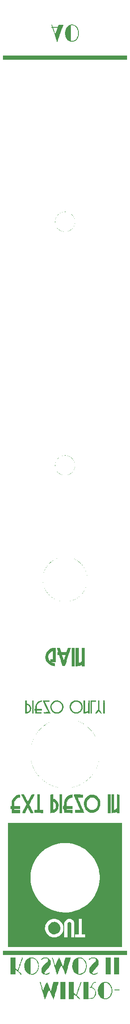
<source format=gbo>
G04 #@! TF.GenerationSoftware,KiCad,Pcbnew,6.0.7-f9a2dced07~116~ubuntu22.04.1*
G04 #@! TF.CreationDate,2022-09-02T22:13:25-04:00*
G04 #@! TF.ProjectId,mikrokosmos-ii-panel,6d696b72-6f6b-46f7-936d-6f732d69692d,rev?*
G04 #@! TF.SameCoordinates,Original*
G04 #@! TF.FileFunction,Legend,Bot*
G04 #@! TF.FilePolarity,Positive*
%FSLAX46Y46*%
G04 Gerber Fmt 4.6, Leading zero omitted, Abs format (unit mm)*
G04 Created by KiCad (PCBNEW 6.0.7-f9a2dced07~116~ubuntu22.04.1) date 2022-09-02 22:13:25*
%MOMM*%
%LPD*%
G01*
G04 APERTURE LIST*
G04 APERTURE END LIST*
G04 #@! TO.C,GRAF5*
G36*
X26379513Y-164297410D02*
G01*
X26383491Y-164305057D01*
X26362563Y-164314360D01*
X26349103Y-164312525D01*
X26345612Y-164297410D01*
X26349339Y-164294367D01*
X26379513Y-164297410D01*
G37*
G36*
X29570934Y-127023318D02*
G01*
X29582702Y-127032470D01*
X29555572Y-127038679D01*
X29529784Y-127036881D01*
X29522202Y-127025325D01*
X29531197Y-127020287D01*
X29570934Y-127023318D01*
G37*
G36*
X26967699Y-118426746D02*
G01*
X26947348Y-118446893D01*
X26925568Y-118458880D01*
X26883784Y-118471539D01*
X26876146Y-118467039D01*
X26896497Y-118446893D01*
X26918277Y-118434905D01*
X26960060Y-118422246D01*
X26967699Y-118426746D01*
G37*
G36*
X30803537Y-150999912D02*
G01*
X30807515Y-151007560D01*
X30786587Y-151016862D01*
X30773127Y-151015028D01*
X30769636Y-150999912D01*
X30773363Y-150996869D01*
X30803537Y-150999912D01*
G37*
G36*
X27959290Y-48786506D02*
G01*
X27938939Y-48806652D01*
X27917159Y-48818640D01*
X27875376Y-48831299D01*
X27867737Y-48826799D01*
X27888088Y-48806652D01*
X27909868Y-48794665D01*
X27951652Y-48782006D01*
X27959290Y-48786506D01*
G37*
G36*
X21809404Y-159341571D02*
G01*
X21807607Y-159367359D01*
X21796050Y-159374941D01*
X21791012Y-159365946D01*
X21794043Y-159326209D01*
X21803195Y-159314441D01*
X21809404Y-159341571D01*
G37*
G36*
X35286887Y-155529875D02*
G01*
X35298984Y-155564449D01*
X35308738Y-155618864D01*
X35303692Y-155633880D01*
X35286887Y-155606152D01*
X35274790Y-155571578D01*
X35265036Y-155517163D01*
X35270082Y-155502147D01*
X35286887Y-155529875D01*
G37*
G36*
X31643915Y-151335459D02*
G01*
X31698661Y-151359136D01*
X31759425Y-151389681D01*
X31808712Y-151418393D01*
X31829029Y-151436568D01*
X31821247Y-151437088D01*
X31780012Y-151422493D01*
X31715173Y-151393118D01*
X31674641Y-151372445D01*
X31625911Y-151343556D01*
X31611007Y-151328111D01*
X31612681Y-151327354D01*
X31643915Y-151335459D01*
G37*
G36*
X35510759Y-158860606D02*
G01*
X35510794Y-158866627D01*
X35507385Y-158906430D01*
X35499038Y-158905585D01*
X35494374Y-158884693D01*
X35498096Y-158829308D01*
X35499354Y-158824937D01*
X35507093Y-158821173D01*
X35510759Y-158860606D01*
G37*
G36*
X26731565Y-49989166D02*
G01*
X26713434Y-50060126D01*
X26707065Y-50079810D01*
X26687030Y-50128888D01*
X26673587Y-50143169D01*
X26672095Y-50139613D01*
X26676094Y-50101696D01*
X26693093Y-50039785D01*
X26695102Y-50033762D01*
X26719346Y-49972931D01*
X26732518Y-49959083D01*
X26731565Y-49989166D01*
G37*
G36*
X30317404Y-51725972D02*
G01*
X30285872Y-51784043D01*
X30268956Y-51810873D01*
X30198018Y-51904156D01*
X30102684Y-52012528D01*
X29994508Y-52123899D01*
X29885042Y-52226178D01*
X29785842Y-52307276D01*
X29776455Y-52314178D01*
X29704210Y-52366274D01*
X29650706Y-52403100D01*
X29626933Y-52417063D01*
X29624617Y-52416995D01*
X29619068Y-52406991D01*
X29651490Y-52377974D01*
X29725075Y-52327016D01*
X29729650Y-52323974D01*
X29856887Y-52226409D01*
X29991997Y-52102399D01*
X30117892Y-51968762D01*
X30217485Y-51842318D01*
X30260284Y-51781625D01*
X30302268Y-51726759D01*
X30322089Y-51707543D01*
X30317404Y-51725972D01*
G37*
G36*
X35082353Y-154983324D02*
G01*
X35105928Y-155030860D01*
X35131186Y-155090965D01*
X35150930Y-155146616D01*
X35157964Y-155180790D01*
X35154097Y-155180080D01*
X35135324Y-155148256D01*
X35106582Y-155087581D01*
X35090681Y-155049873D01*
X35070538Y-154992670D01*
X35067057Y-154965755D01*
X35067658Y-154965379D01*
X35082353Y-154983324D01*
G37*
G36*
X29252586Y-52578090D02*
G01*
X29256564Y-52585738D01*
X29235636Y-52595041D01*
X29222176Y-52593206D01*
X29218686Y-52578090D01*
X29222412Y-52575047D01*
X29252586Y-52578090D01*
G37*
G36*
X28797047Y-118122888D02*
G01*
X28835631Y-118125235D01*
X28839221Y-118127756D01*
X28798685Y-118129758D01*
X28717715Y-118131078D01*
X28600000Y-118131554D01*
X28500673Y-118131229D01*
X28412886Y-118130048D01*
X28364876Y-118128155D01*
X28360335Y-118125715D01*
X28402953Y-118122888D01*
X28515276Y-118119887D01*
X28663764Y-118119635D01*
X28797047Y-118122888D01*
G37*
G36*
X32148048Y-148648968D02*
G01*
X32111503Y-148763465D01*
X32002947Y-148987577D01*
X31855066Y-149190974D01*
X31674479Y-149367706D01*
X31467809Y-149511822D01*
X31241677Y-149617370D01*
X31002703Y-149678401D01*
X30993740Y-149679659D01*
X30871241Y-149684581D01*
X30723923Y-149674102D01*
X30572704Y-149650526D01*
X30438501Y-149616163D01*
X30419686Y-149609808D01*
X30197619Y-149507128D01*
X29995420Y-149363555D01*
X29819241Y-149186306D01*
X29675233Y-148982599D01*
X29569546Y-148759652D01*
X29508331Y-148524682D01*
X29494577Y-148371926D01*
X29503862Y-148241459D01*
X29782039Y-148241459D01*
X29784007Y-148448534D01*
X29827771Y-148650768D01*
X29912248Y-148842251D01*
X30036358Y-149017075D01*
X30199019Y-149169330D01*
X30399149Y-149293108D01*
X30438059Y-149311852D01*
X30519044Y-149345650D01*
X30595792Y-149366152D01*
X30686660Y-149377391D01*
X30810007Y-149383404D01*
X30861640Y-149384864D01*
X30969890Y-149384746D01*
X31051210Y-149376973D01*
X31122814Y-149359149D01*
X31201912Y-149328880D01*
X31381149Y-149239546D01*
X31555900Y-149111338D01*
X31697305Y-148951921D01*
X31813120Y-148754000D01*
X31845053Y-148684720D01*
X31870586Y-148614870D01*
X31884916Y-148544246D01*
X31891200Y-148456165D01*
X31892593Y-148333945D01*
X31891387Y-148214081D01*
X31885480Y-148127008D01*
X31871477Y-148057173D01*
X31845979Y-147987700D01*
X31805589Y-147901713D01*
X31747517Y-147796597D01*
X31609596Y-147615913D01*
X31446061Y-147472300D01*
X31262914Y-147366829D01*
X31066160Y-147300572D01*
X30861800Y-147274601D01*
X30655838Y-147289988D01*
X30454277Y-147347805D01*
X30263119Y-147449126D01*
X30088367Y-147595021D01*
X30037722Y-147650273D01*
X29907815Y-147836419D01*
X29822948Y-148035451D01*
X29782039Y-148241459D01*
X29503862Y-148241459D01*
X29511640Y-148132159D01*
X29572866Y-147900778D01*
X29674152Y-147683325D01*
X29811396Y-147485338D01*
X29980495Y-147312361D01*
X30177349Y-147169933D01*
X30397854Y-147063596D01*
X30637909Y-146998891D01*
X30692742Y-146991005D01*
X30928441Y-146987235D01*
X31161139Y-147028982D01*
X31384608Y-147112099D01*
X31592620Y-147232438D01*
X31778948Y-147385850D01*
X31937363Y-147568188D01*
X32061637Y-147775303D01*
X32145544Y-148003049D01*
X32166222Y-148104709D01*
X32182531Y-148291571D01*
X32181183Y-148333945D01*
X32176505Y-148481020D01*
X32148048Y-148648968D01*
G37*
G36*
X21716552Y-148992075D02*
G01*
X21622383Y-149179897D01*
X21492728Y-149345169D01*
X21332621Y-149481426D01*
X21147099Y-149582204D01*
X20941195Y-149641039D01*
X20900412Y-149647190D01*
X20787563Y-149659905D01*
X20686337Y-149666343D01*
X20565566Y-149669315D01*
X20565566Y-148855776D01*
X20845128Y-148855776D01*
X20845562Y-149026404D01*
X20847727Y-149156047D01*
X20852804Y-149249639D01*
X20861973Y-149312113D01*
X20876414Y-149348405D01*
X20897308Y-149363449D01*
X20925835Y-149362179D01*
X20963176Y-149349530D01*
X21010511Y-149330435D01*
X21073109Y-149303362D01*
X21240780Y-149198701D01*
X21369151Y-149063950D01*
X21455981Y-148901932D01*
X21499029Y-148715467D01*
X21502134Y-148654187D01*
X21479080Y-148482323D01*
X21414322Y-148317424D01*
X21314242Y-148169753D01*
X21185222Y-148049570D01*
X21033643Y-147967137D01*
X20971961Y-147944935D01*
X20905303Y-147923320D01*
X20869717Y-147914961D01*
X20864287Y-147927956D01*
X20857742Y-147987319D01*
X20852449Y-148091603D01*
X20848524Y-148237369D01*
X20846085Y-148421176D01*
X20845245Y-148639585D01*
X20845128Y-148855776D01*
X20565566Y-148855776D01*
X20565566Y-146999645D01*
X20845245Y-146999645D01*
X20845245Y-147629507D01*
X20953478Y-147645738D01*
X21043392Y-147664794D01*
X21226816Y-147739014D01*
X21394317Y-147853193D01*
X21539525Y-148000209D01*
X21656070Y-148172942D01*
X21737581Y-148364273D01*
X21777691Y-148567080D01*
X21778293Y-148574633D01*
X21775278Y-148654187D01*
X21770200Y-148788165D01*
X21716552Y-148992075D01*
G37*
G36*
X32481032Y-124916491D02*
G01*
X32464665Y-124955801D01*
X32445158Y-124987162D01*
X32424738Y-125006652D01*
X32422872Y-124995112D01*
X32439239Y-124955801D01*
X32458746Y-124924441D01*
X32479167Y-124904951D01*
X32481032Y-124916491D01*
G37*
G36*
X29112759Y-97757849D02*
G01*
X29172072Y-97776022D01*
X29198944Y-97791353D01*
X29184785Y-97797873D01*
X29155109Y-97794194D01*
X29095796Y-97776022D01*
X29068925Y-97760690D01*
X29083083Y-97754170D01*
X29112759Y-97757849D01*
G37*
G36*
X34774545Y-154332874D02*
G01*
X34801917Y-154378221D01*
X34839479Y-154447079D01*
X34880468Y-154526290D01*
X34918119Y-154602694D01*
X34945670Y-154663130D01*
X34956357Y-154694439D01*
X34955329Y-154703128D01*
X34947622Y-154700266D01*
X34929130Y-154670797D01*
X34896056Y-154608338D01*
X34844603Y-154506502D01*
X34830419Y-154477863D01*
X34792924Y-154398426D01*
X34769603Y-154342998D01*
X34765027Y-154322168D01*
X34774545Y-154332874D01*
G37*
G36*
X31418327Y-151231778D02*
G01*
X31473073Y-151258404D01*
X31474976Y-151259498D01*
X31510870Y-151284426D01*
X31511211Y-151294740D01*
X31476968Y-151285030D01*
X31422222Y-151258404D01*
X31420319Y-151257310D01*
X31384426Y-151232382D01*
X31384084Y-151222068D01*
X31418327Y-151231778D01*
G37*
G36*
X35412007Y-155985414D02*
G01*
X35410209Y-156011202D01*
X35398653Y-156018785D01*
X35393615Y-156009790D01*
X35396646Y-155970053D01*
X35405798Y-155958285D01*
X35412007Y-155985414D01*
G37*
G36*
X29928479Y-150771195D02*
G01*
X29932792Y-150780023D01*
X29896697Y-150784019D01*
X29861721Y-150780475D01*
X29864915Y-150771195D01*
X29876424Y-150767837D01*
X29928479Y-150771195D01*
G37*
G36*
X24531932Y-120722468D02*
G01*
X24519219Y-120735181D01*
X24506507Y-120722468D01*
X24519219Y-120709755D01*
X24531932Y-120722468D01*
G37*
G36*
X24303103Y-121319966D02*
G01*
X24301268Y-121333426D01*
X24286153Y-121336916D01*
X24283110Y-121333189D01*
X24286153Y-121303015D01*
X24293801Y-121299038D01*
X24303103Y-121319966D01*
G37*
G36*
X35103283Y-160299733D02*
G01*
X35079354Y-160359617D01*
X35055796Y-160401750D01*
X35039226Y-160413912D01*
X35038659Y-160413144D01*
X35043832Y-160383574D01*
X35067763Y-160331172D01*
X35088221Y-160296283D01*
X35105704Y-160277307D01*
X35103283Y-160299733D01*
G37*
G36*
X25294695Y-151487233D02*
G01*
X25281982Y-151499946D01*
X25269269Y-151487233D01*
X25281982Y-151474520D01*
X25294695Y-151487233D01*
G37*
G36*
X36609009Y-149643890D02*
G01*
X36329330Y-149643890D01*
X36329330Y-147406452D01*
X36609009Y-147406452D01*
X36609009Y-149643890D01*
G37*
G36*
X24224820Y-121610239D02*
G01*
X24223022Y-121636027D01*
X24211466Y-121643610D01*
X24206427Y-121634615D01*
X24209459Y-121594878D01*
X24218610Y-121583109D01*
X24224820Y-121610239D01*
G37*
G36*
X22547917Y-161172501D02*
G01*
X22574174Y-161212458D01*
X22588503Y-161244623D01*
X22588676Y-161263309D01*
X22575006Y-161252415D01*
X22548749Y-161212458D01*
X22534420Y-161180293D01*
X22534247Y-161161607D01*
X22547917Y-161172501D01*
G37*
G36*
X29774337Y-126972467D02*
G01*
X29786106Y-126981619D01*
X29758976Y-126987828D01*
X29733188Y-126986030D01*
X29725605Y-126974474D01*
X29734600Y-126969436D01*
X29774337Y-126972467D01*
G37*
G36*
X30506907Y-100343990D02*
G01*
X30505072Y-100357450D01*
X30489957Y-100360940D01*
X30486914Y-100357213D01*
X30489957Y-100327039D01*
X30497604Y-100323062D01*
X30506907Y-100343990D01*
G37*
G36*
X34880080Y-160792939D02*
G01*
X34867368Y-160805651D01*
X34854655Y-160792939D01*
X34867368Y-160780226D01*
X34880080Y-160792939D01*
G37*
G36*
X21595950Y-157473227D02*
G01*
X21597327Y-157550717D01*
X21597840Y-157665611D01*
X21597583Y-157754234D01*
X21596440Y-157844175D01*
X21594540Y-157895035D01*
X21592054Y-157902891D01*
X21589153Y-157863820D01*
X21586061Y-157753990D01*
X21585857Y-157612309D01*
X21589088Y-157482439D01*
X21591283Y-157444792D01*
X21593878Y-157436724D01*
X21595950Y-157473227D01*
G37*
G36*
X32846046Y-121091137D02*
G01*
X32844211Y-121104597D01*
X32829096Y-121108087D01*
X32826053Y-121104360D01*
X32829096Y-121074186D01*
X32836743Y-121070209D01*
X32846046Y-121091137D01*
G37*
G36*
X22040240Y-160093739D02*
G01*
X22052228Y-160115519D01*
X22064887Y-160157303D01*
X22060387Y-160164941D01*
X22040240Y-160144590D01*
X22028253Y-160122810D01*
X22015594Y-160081027D01*
X22020094Y-160073388D01*
X22040240Y-160093739D01*
G37*
G36*
X28147110Y-101648743D02*
G01*
X28158878Y-101657895D01*
X28131749Y-101664104D01*
X28105961Y-101662307D01*
X28098378Y-101650751D01*
X28107373Y-101645712D01*
X28147110Y-101648743D01*
G37*
G36*
X30470604Y-49967780D02*
G01*
X30495113Y-50014360D01*
X30495496Y-50015200D01*
X30519671Y-50079847D01*
X30529251Y-50128774D01*
X30528121Y-50135208D01*
X30515706Y-50124986D01*
X30494194Y-50077924D01*
X30487721Y-50060757D01*
X30466823Y-49996866D01*
X30461146Y-49963912D01*
X30470604Y-49967780D01*
G37*
G36*
X30579169Y-51044090D02*
G01*
X30575625Y-51079066D01*
X30566345Y-51075871D01*
X30562986Y-51064363D01*
X30566345Y-51012308D01*
X30575173Y-51007995D01*
X30579169Y-51044090D01*
G37*
G36*
X35357598Y-159542915D02*
G01*
X35348635Y-159596127D01*
X35333809Y-159639982D01*
X35320734Y-159652979D01*
X35317878Y-159627547D01*
X35326841Y-159574334D01*
X35341667Y-159530479D01*
X35354742Y-159517483D01*
X35357598Y-159542915D01*
G37*
G36*
X31345946Y-151207553D02*
G01*
X31333233Y-151220266D01*
X31320521Y-151207553D01*
X31333233Y-151194840D01*
X31345946Y-151207553D01*
G37*
G36*
X33091126Y-122215731D02*
G01*
X33093028Y-122273419D01*
X33092196Y-122320607D01*
X33088358Y-122353920D01*
X33082403Y-122343689D01*
X33077873Y-122291754D01*
X33082056Y-122216561D01*
X33086570Y-122198857D01*
X33091126Y-122215731D01*
G37*
G36*
X27906673Y-118175019D02*
G01*
X27911045Y-118176277D01*
X27914809Y-118184015D01*
X27875376Y-118187682D01*
X27869354Y-118187717D01*
X27829552Y-118184308D01*
X27830397Y-118175961D01*
X27851289Y-118171296D01*
X27906673Y-118175019D01*
G37*
G36*
X26303237Y-164271984D02*
G01*
X26307214Y-164279632D01*
X26286286Y-164288935D01*
X26272826Y-164287100D01*
X26269336Y-164271984D01*
X26273063Y-164268941D01*
X26303237Y-164271984D01*
G37*
G36*
X31879880Y-151461807D02*
G01*
X31867167Y-151474520D01*
X31854455Y-151461807D01*
X31867167Y-151449095D01*
X31879880Y-151461807D01*
G37*
G36*
X24142001Y-121985621D02*
G01*
X24144652Y-122031877D01*
X24144406Y-122049128D01*
X24140394Y-122084285D01*
X24133024Y-122076372D01*
X24129070Y-122051868D01*
X24133024Y-121987383D01*
X24135401Y-121980169D01*
X24142001Y-121985621D01*
G37*
G36*
X27460623Y-126972467D02*
G01*
X27472392Y-126981619D01*
X27445262Y-126987828D01*
X27419474Y-126986030D01*
X27411891Y-126974474D01*
X27420886Y-126969436D01*
X27460623Y-126972467D01*
G37*
G36*
X30131882Y-164500925D02*
G01*
X30136195Y-164509753D01*
X30100100Y-164513749D01*
X30065124Y-164510205D01*
X30068319Y-164500925D01*
X30079827Y-164497566D01*
X30131882Y-164500925D01*
G37*
G36*
X21758553Y-159112742D02*
G01*
X21756756Y-159138530D01*
X21745200Y-159146113D01*
X21740161Y-159137117D01*
X21743192Y-159097380D01*
X21752344Y-159085612D01*
X21758553Y-159112742D01*
G37*
G36*
X28987738Y-97733757D02*
G01*
X28992051Y-97742586D01*
X28955956Y-97746582D01*
X28920980Y-97743038D01*
X28924174Y-97733757D01*
X28935683Y-97730399D01*
X28987738Y-97733757D01*
G37*
G36*
X28275826Y-97733757D02*
G01*
X28280139Y-97742586D01*
X28244044Y-97746582D01*
X28209068Y-97743038D01*
X28212262Y-97733757D01*
X28223771Y-97730399D01*
X28275826Y-97733757D01*
G37*
G36*
X27507769Y-98026959D02*
G01*
X27468569Y-98058156D01*
X27425488Y-98094306D01*
X27354397Y-98160169D01*
X27267898Y-98244291D01*
X27176176Y-98336959D01*
X27171905Y-98341360D01*
X27088799Y-98426483D01*
X27019712Y-98496365D01*
X26971738Y-98543887D01*
X26951973Y-98561930D01*
X26951351Y-98561618D01*
X26963134Y-98539459D01*
X26994705Y-98492840D01*
X27035008Y-98443835D01*
X27104341Y-98370117D01*
X27189518Y-98285616D01*
X27280388Y-98199885D01*
X27366801Y-98122476D01*
X27438607Y-98062939D01*
X27485656Y-98030827D01*
X27503966Y-98022702D01*
X27507769Y-98026959D01*
G37*
G36*
X25216946Y-147004499D02*
G01*
X25330897Y-147006029D01*
X25408230Y-147008430D01*
X25441832Y-147011640D01*
X25452814Y-147019870D01*
X25467400Y-147067183D01*
X25467655Y-147158270D01*
X25459960Y-147292038D01*
X24999524Y-147304750D01*
X24539088Y-147317463D01*
X25033120Y-148334480D01*
X25098387Y-148468915D01*
X25201762Y-148682159D01*
X25299072Y-148883265D01*
X25387619Y-149066635D01*
X25464704Y-149226674D01*
X25527630Y-149357782D01*
X25573697Y-149454363D01*
X25600207Y-149510819D01*
X25673261Y-149670140D01*
X24994539Y-149663371D01*
X24315816Y-149656602D01*
X24308208Y-149510984D01*
X24300600Y-149365367D01*
X25212094Y-149351497D01*
X24645945Y-148181928D01*
X24079796Y-147012358D01*
X24744055Y-147005568D01*
X24907648Y-147004298D01*
X25073492Y-147003901D01*
X25216946Y-147004499D01*
G37*
G36*
X25229340Y-151527090D02*
G01*
X25173924Y-151561679D01*
X25158396Y-151570090D01*
X25112226Y-151594076D01*
X25094303Y-151599074D01*
X25091291Y-151589587D01*
X25091618Y-151588301D01*
X25116102Y-151567876D01*
X25167568Y-151538084D01*
X25211095Y-151517763D01*
X25241287Y-151510806D01*
X25229340Y-151527090D01*
G37*
G36*
X26937063Y-98611132D02*
G01*
X26929214Y-98622427D01*
X26907709Y-98640486D01*
X26904154Y-98640239D01*
X26898555Y-98625521D01*
X26925851Y-98599920D01*
X26940059Y-98593734D01*
X26937063Y-98611132D01*
G37*
G36*
X26665661Y-50215645D02*
G01*
X26663863Y-50241433D01*
X26652307Y-50249015D01*
X26647268Y-50240020D01*
X26650299Y-50200283D01*
X26659451Y-50188515D01*
X26665661Y-50215645D01*
G37*
G36*
X26888817Y-51716507D02*
G01*
X26924433Y-51760723D01*
X26982515Y-51842318D01*
X26985702Y-51846915D01*
X27086643Y-51973956D01*
X27213219Y-52107532D01*
X27348342Y-52230825D01*
X27474925Y-52327016D01*
X27514297Y-52353768D01*
X27563682Y-52390292D01*
X27582983Y-52409166D01*
X27566779Y-52414617D01*
X27522109Y-52389152D01*
X27455424Y-52338649D01*
X27373175Y-52269101D01*
X27281814Y-52186505D01*
X27187793Y-52096856D01*
X27097562Y-52006148D01*
X27017573Y-51920377D01*
X26954278Y-51845537D01*
X26914128Y-51787625D01*
X26891580Y-51745486D01*
X26877316Y-51710988D01*
X26888817Y-51716507D01*
G37*
G36*
X30579169Y-99352398D02*
G01*
X30575625Y-99387374D01*
X30566345Y-99384180D01*
X30562986Y-99372671D01*
X30566345Y-99320616D01*
X30575173Y-99316303D01*
X30579169Y-99352398D01*
G37*
G36*
X26760894Y-150898210D02*
G01*
X26764872Y-150905858D01*
X26743944Y-150915161D01*
X26730484Y-150913326D01*
X26726994Y-150898210D01*
X26730720Y-150895168D01*
X26760894Y-150898210D01*
G37*
G36*
X27507769Y-49006739D02*
G01*
X27468569Y-49037936D01*
X27425488Y-49074086D01*
X27354397Y-49139949D01*
X27267898Y-49224071D01*
X27176176Y-49316739D01*
X27171905Y-49321140D01*
X27088799Y-49406263D01*
X27019712Y-49476145D01*
X26971738Y-49523667D01*
X26951973Y-49541709D01*
X26951351Y-49541398D01*
X26963134Y-49519239D01*
X26994705Y-49472620D01*
X27035008Y-49423614D01*
X27104341Y-49349896D01*
X27189518Y-49265396D01*
X27280388Y-49179665D01*
X27366801Y-49102255D01*
X27438607Y-49042719D01*
X27485656Y-49010607D01*
X27503966Y-49002482D01*
X27507769Y-49006739D01*
G37*
G36*
X30231995Y-164474969D02*
G01*
X30243763Y-164484121D01*
X30216633Y-164490331D01*
X30190845Y-164488533D01*
X30183263Y-164476977D01*
X30192258Y-164471938D01*
X30231995Y-164474969D01*
G37*
G36*
X25960256Y-164140293D02*
G01*
X26006607Y-164161807D01*
X26023868Y-164175962D01*
X26019320Y-164186454D01*
X26002107Y-164183322D01*
X25955756Y-164161807D01*
X25938495Y-164147652D01*
X25943043Y-164137161D01*
X25960256Y-164140293D01*
G37*
G36*
X31435672Y-164061924D02*
G01*
X31433834Y-164072946D01*
X31396797Y-164098244D01*
X31346861Y-164122906D01*
X31307808Y-164134580D01*
X31307071Y-164134564D01*
X31308909Y-164123542D01*
X31345946Y-164098244D01*
X31395882Y-164073582D01*
X31434935Y-164061908D01*
X31435672Y-164061924D01*
G37*
G36*
X29388188Y-101551697D02*
G01*
X29375476Y-101564410D01*
X29362763Y-101551697D01*
X29375476Y-101538985D01*
X29388188Y-101551697D01*
G37*
G36*
X26794795Y-126748294D02*
G01*
X26782082Y-126761007D01*
X26769370Y-126748294D01*
X26782082Y-126735581D01*
X26794795Y-126748294D01*
G37*
G36*
X24734504Y-124915844D02*
G01*
X24760761Y-124955801D01*
X24775090Y-124987966D01*
X24775263Y-125006652D01*
X24761593Y-124995759D01*
X24735336Y-124955801D01*
X24721006Y-124923637D01*
X24720834Y-124904951D01*
X24734504Y-124915844D01*
G37*
G36*
X26430364Y-150999912D02*
G01*
X26434342Y-151007560D01*
X26413414Y-151016862D01*
X26399953Y-151015028D01*
X26396463Y-150999912D01*
X26400190Y-150996869D01*
X26430364Y-150999912D01*
G37*
G36*
X27462212Y-150745769D02*
G01*
X27466525Y-150754598D01*
X27430431Y-150758594D01*
X27395455Y-150755050D01*
X27398649Y-150745769D01*
X27410158Y-150742411D01*
X27462212Y-150745769D01*
G37*
G36*
X21938539Y-159788634D02*
G01*
X21936704Y-159802094D01*
X21921588Y-159805585D01*
X21918546Y-159801858D01*
X21921588Y-159771684D01*
X21929236Y-159767706D01*
X21938539Y-159788634D01*
G37*
G36*
X29578081Y-52443694D02*
G01*
X29521672Y-52478796D01*
X29465585Y-52505826D01*
X29428445Y-52517746D01*
X29422989Y-52517841D01*
X29414456Y-52512249D01*
X29441304Y-52493577D01*
X29508959Y-52457781D01*
X29555520Y-52436324D01*
X29588534Y-52428166D01*
X29578081Y-52443694D01*
G37*
G36*
X24824029Y-120186339D02*
G01*
X24822140Y-120189487D01*
X24776622Y-120265762D01*
X24729512Y-120345248D01*
X24719662Y-120361567D01*
X24686784Y-120410416D01*
X24667634Y-120430076D01*
X24666795Y-120429901D01*
X24671592Y-120407901D01*
X24696602Y-120358284D01*
X24734124Y-120294260D01*
X24776455Y-120229037D01*
X24815895Y-120175821D01*
X24868497Y-120112258D01*
X24824029Y-120186339D01*
G37*
G36*
X28147110Y-52628523D02*
G01*
X28158878Y-52637675D01*
X28131749Y-52643884D01*
X28105961Y-52642086D01*
X28098378Y-52630530D01*
X28107373Y-52625492D01*
X28147110Y-52628523D01*
G37*
G36*
X24597519Y-120568958D02*
G01*
X24579115Y-120614410D01*
X24559563Y-120656222D01*
X24539086Y-120683544D01*
X24531932Y-120663764D01*
X24540686Y-120639545D01*
X24570483Y-120593844D01*
X24593407Y-120565797D01*
X24597519Y-120568958D01*
G37*
G36*
X32795195Y-124294740D02*
G01*
X32793360Y-124308200D01*
X32778245Y-124311691D01*
X32775202Y-124307964D01*
X32778245Y-124277790D01*
X32785893Y-124273812D01*
X32795195Y-124294740D01*
G37*
G36*
X26901264Y-164449544D02*
G01*
X26913033Y-164458696D01*
X26885903Y-164464905D01*
X26860115Y-164463107D01*
X26852532Y-164451551D01*
X26861527Y-164446513D01*
X26901264Y-164449544D01*
G37*
G36*
X21731121Y-156330776D02*
G01*
X21727577Y-156365752D01*
X21718297Y-156362558D01*
X21714938Y-156351049D01*
X21718297Y-156298995D01*
X21727125Y-156294682D01*
X21731121Y-156330776D01*
G37*
G36*
X21809404Y-155985414D02*
G01*
X21807607Y-156011202D01*
X21796050Y-156018785D01*
X21791012Y-156009790D01*
X21794043Y-155970053D01*
X21803195Y-155958285D01*
X21809404Y-155985414D01*
G37*
G36*
X28733484Y-97706426D02*
G01*
X28764064Y-97709972D01*
X28749903Y-97712981D01*
X28693720Y-97715016D01*
X28600000Y-97715764D01*
X28508670Y-97715061D01*
X28451244Y-97713061D01*
X28435698Y-97710078D01*
X28466517Y-97706426D01*
X28502576Y-97704454D01*
X28621839Y-97702662D01*
X28733484Y-97706426D01*
G37*
G36*
X27562325Y-126997892D02*
G01*
X27574094Y-127007044D01*
X27546964Y-127013254D01*
X27521176Y-127011456D01*
X27513593Y-126999900D01*
X27522588Y-126994861D01*
X27562325Y-126997892D01*
G37*
G36*
X29087851Y-101648743D02*
G01*
X29099619Y-101657895D01*
X29072489Y-101664104D01*
X29046701Y-101662307D01*
X29039118Y-101650751D01*
X29048114Y-101645712D01*
X29087851Y-101648743D01*
G37*
G36*
X32606489Y-120558688D02*
G01*
X32628611Y-120587518D01*
X32657572Y-120638122D01*
X32682742Y-120690698D01*
X32693494Y-120725443D01*
X32693461Y-120727544D01*
X32687520Y-120735219D01*
X32668539Y-120707858D01*
X32632511Y-120639835D01*
X32625579Y-120625844D01*
X32605019Y-120576956D01*
X32603199Y-120557203D01*
X32606489Y-120558688D01*
G37*
G36*
X24115951Y-122215731D02*
G01*
X24117853Y-122273419D01*
X24117021Y-122320607D01*
X24113183Y-122353920D01*
X24107228Y-122343689D01*
X24102698Y-122291754D01*
X24106881Y-122216561D01*
X24111395Y-122198857D01*
X24115951Y-122215731D01*
G37*
G36*
X30125526Y-166549493D02*
G01*
X30030180Y-166564388D01*
X29958550Y-166577152D01*
X29706392Y-166651075D01*
X29485097Y-166765304D01*
X29294889Y-166919699D01*
X29135992Y-167114122D01*
X29054808Y-167250321D01*
X28995706Y-167388939D01*
X28957395Y-167539677D01*
X28936721Y-167715018D01*
X28930531Y-167927449D01*
X28930531Y-168255301D01*
X30125526Y-168255301D01*
X30125526Y-168865511D01*
X28930531Y-168865511D01*
X28930531Y-169068915D01*
X30100100Y-169068915D01*
X30100100Y-169679801D01*
X29241992Y-169673107D01*
X28383884Y-169666412D01*
X28376882Y-169265962D01*
X28369880Y-168865511D01*
X28193193Y-168865511D01*
X28193193Y-168255301D01*
X28363266Y-168255301D01*
X28378992Y-167880276D01*
X28394486Y-167640700D01*
X28421733Y-167431481D01*
X28463194Y-167248261D01*
X28521654Y-167078815D01*
X28599902Y-166910915D01*
X28759248Y-166649854D01*
X28949230Y-166424875D01*
X29166225Y-166242979D01*
X29410236Y-166104162D01*
X29681269Y-166008421D01*
X29979330Y-165955752D01*
X30125526Y-165941143D01*
X30125526Y-166549493D01*
G37*
G36*
X34930931Y-160691237D02*
G01*
X34918218Y-160703950D01*
X34905506Y-160691237D01*
X34918218Y-160678524D01*
X34930931Y-160691237D01*
G37*
G36*
X26448277Y-126580495D02*
G01*
X26507686Y-126606500D01*
X26580416Y-126640547D01*
X26652796Y-126676130D01*
X26711156Y-126706744D01*
X26741825Y-126725882D01*
X26742374Y-126726408D01*
X26734744Y-126735581D01*
X26731548Y-126735177D01*
X26693468Y-126720886D01*
X26630491Y-126691498D01*
X26556806Y-126654342D01*
X26486604Y-126616751D01*
X26434076Y-126586055D01*
X26413414Y-126569584D01*
X26415859Y-126569039D01*
X26448277Y-126580495D01*
G37*
G36*
X29252586Y-101598311D02*
G01*
X29256564Y-101605958D01*
X29235636Y-101615261D01*
X29222176Y-101613426D01*
X29218686Y-101598311D01*
X29222412Y-101595268D01*
X29252586Y-101598311D01*
G37*
G36*
X30054017Y-150796091D02*
G01*
X30065785Y-150805242D01*
X30038656Y-150811452D01*
X30012867Y-150809654D01*
X30005285Y-150798098D01*
X30014280Y-150793060D01*
X30054017Y-150796091D01*
G37*
G36*
X29355923Y-118175019D02*
G01*
X29360294Y-118176277D01*
X29364058Y-118184015D01*
X29324625Y-118187682D01*
X29318604Y-118187717D01*
X29278801Y-118184308D01*
X29279646Y-118175961D01*
X29300538Y-118171296D01*
X29355923Y-118175019D01*
G37*
G36*
X30333696Y-164449544D02*
G01*
X30345465Y-164458696D01*
X30318335Y-164464905D01*
X30292547Y-164463107D01*
X30284964Y-164451551D01*
X30293960Y-164446513D01*
X30333696Y-164449544D01*
G37*
G36*
X22294495Y-160691237D02*
G01*
X22281782Y-160703950D01*
X22269069Y-160691237D01*
X22281782Y-160678524D01*
X22294495Y-160691237D01*
G37*
G36*
X27981315Y-101598311D02*
G01*
X27985293Y-101605958D01*
X27964365Y-101615261D01*
X27950904Y-101613426D01*
X27947414Y-101598311D01*
X27951141Y-101595268D01*
X27981315Y-101598311D01*
G37*
G36*
X26757361Y-51465951D02*
G01*
X26781839Y-51502736D01*
X26815095Y-51565869D01*
X26834331Y-51607133D01*
X26855389Y-51659322D01*
X26858545Y-51679725D01*
X26856650Y-51679113D01*
X26836149Y-51652842D01*
X26806540Y-51600472D01*
X26776525Y-51539496D01*
X26754806Y-51487408D01*
X26750088Y-51461703D01*
X26757361Y-51465951D01*
G37*
G36*
X30555751Y-50215645D02*
G01*
X30553953Y-50241433D01*
X30542397Y-50249015D01*
X30537358Y-50240020D01*
X30540389Y-50200283D01*
X30549541Y-50188515D01*
X30555751Y-50215645D01*
G37*
G36*
X29672635Y-126997892D02*
G01*
X29684404Y-127007044D01*
X29657274Y-127013254D01*
X29631486Y-127011456D01*
X29623903Y-126999900D01*
X29632898Y-126994861D01*
X29672635Y-126997892D01*
G37*
G36*
X29725075Y-164577201D02*
G01*
X29729388Y-164586029D01*
X29693293Y-164590025D01*
X29658318Y-164586481D01*
X29661512Y-164577201D01*
X29673021Y-164573843D01*
X29725075Y-164577201D01*
G37*
G36*
X27180944Y-150796091D02*
G01*
X27192712Y-150805242D01*
X27165582Y-150811452D01*
X27139794Y-150809654D01*
X27132212Y-150798098D01*
X27141207Y-150793060D01*
X27180944Y-150796091D01*
G37*
G36*
X24633634Y-120519065D02*
G01*
X24620921Y-120531777D01*
X24608208Y-120519065D01*
X24620921Y-120506352D01*
X24633634Y-120519065D01*
G37*
G36*
X22243644Y-149669315D02*
G01*
X21963964Y-149669315D01*
X21963964Y-146999645D01*
X22243644Y-146999645D01*
X22243644Y-149669315D01*
G37*
G36*
X27511474Y-118251546D02*
G01*
X27523243Y-118260698D01*
X27496113Y-118266907D01*
X27470325Y-118265109D01*
X27462742Y-118253553D01*
X27471737Y-118248515D01*
X27511474Y-118251546D01*
G37*
G36*
X20014695Y-198751073D02*
G01*
X20056328Y-198789875D01*
X20066853Y-198825247D01*
X20059940Y-198884674D01*
X20029104Y-198974209D01*
X20021901Y-198993151D01*
X19996905Y-199062239D01*
X19959108Y-199168979D01*
X19910478Y-199307659D01*
X19852981Y-199472566D01*
X19788584Y-199657990D01*
X19719255Y-199858217D01*
X19646962Y-200067536D01*
X19573670Y-200280235D01*
X19501347Y-200490602D01*
X19431961Y-200692925D01*
X19367478Y-200881491D01*
X19309866Y-201050589D01*
X19261092Y-201194507D01*
X19223123Y-201307533D01*
X19197926Y-201383955D01*
X19187468Y-201418061D01*
X19192752Y-201431732D01*
X19228376Y-201477223D01*
X19292052Y-201545774D01*
X19377557Y-201630810D01*
X19478667Y-201725754D01*
X19580352Y-201820423D01*
X19681432Y-201921089D01*
X19749373Y-201999971D01*
X19788102Y-202062482D01*
X19801546Y-202114036D01*
X19793630Y-202160049D01*
X19768386Y-202192305D01*
X19718601Y-202192733D01*
X19651602Y-202150608D01*
X19570828Y-202067359D01*
X19558442Y-202053108D01*
X19496407Y-201987625D01*
X19406205Y-201897693D01*
X19295264Y-201790521D01*
X19171014Y-201673312D01*
X19040883Y-201553275D01*
X18620521Y-201170077D01*
X18613627Y-201671448D01*
X18606733Y-202172818D01*
X17590791Y-202172818D01*
X17590791Y-198765811D01*
X18607808Y-198765811D01*
X18608176Y-200939685D01*
X18814547Y-201125953D01*
X18879912Y-201183080D01*
X18959078Y-201246075D01*
X19015902Y-201283260D01*
X19043457Y-201289682D01*
X19045507Y-201286213D01*
X19062278Y-201244878D01*
X19093070Y-201161316D01*
X19136273Y-201040147D01*
X19190275Y-200885992D01*
X19253465Y-200703475D01*
X19324230Y-200497214D01*
X19400960Y-200271834D01*
X19482042Y-200031954D01*
X19506400Y-199959675D01*
X19586234Y-199723365D01*
X19661057Y-199502739D01*
X19729276Y-199302444D01*
X19789297Y-199127128D01*
X19839525Y-198981436D01*
X19878366Y-198870015D01*
X19904225Y-198797512D01*
X19915510Y-198768575D01*
X19917946Y-198764967D01*
X19960981Y-198741623D01*
X20014695Y-198751073D01*
G37*
G36*
X25345546Y-151461807D02*
G01*
X25332833Y-151474520D01*
X25320120Y-151461807D01*
X25332833Y-151449095D01*
X25345546Y-151461807D01*
G37*
G36*
X26277811Y-151050763D02*
G01*
X26281789Y-151058411D01*
X26260861Y-151067713D01*
X26247401Y-151065878D01*
X26243911Y-151050763D01*
X26247637Y-151047720D01*
X26277811Y-151050763D01*
G37*
G36*
X25879480Y-151207553D02*
G01*
X25866767Y-151220266D01*
X25854054Y-151207553D01*
X25866767Y-151194840D01*
X25879480Y-151207553D01*
G37*
G36*
X22740909Y-161493282D02*
G01*
X22764865Y-161517563D01*
X22769601Y-161526565D01*
X22767866Y-161542989D01*
X22763396Y-161541845D01*
X22739440Y-161517563D01*
X22734704Y-161508561D01*
X22736439Y-161492138D01*
X22740909Y-161493282D01*
G37*
G36*
X35261462Y-155440886D02*
G01*
X35259627Y-155454347D01*
X35244511Y-155457837D01*
X35241468Y-155454110D01*
X35244511Y-155423936D01*
X35252159Y-155419958D01*
X35261462Y-155440886D01*
G37*
G36*
X28045408Y-48763858D02*
G01*
X28057177Y-48773010D01*
X28030047Y-48779220D01*
X28004259Y-48777422D01*
X27996676Y-48765866D01*
X28005671Y-48760827D01*
X28045408Y-48763858D01*
G37*
G36*
X24952654Y-203631684D02*
G01*
X24969253Y-203669941D01*
X25001843Y-203748628D01*
X25048423Y-203862805D01*
X25106990Y-204007532D01*
X25175543Y-204177867D01*
X25252079Y-204368869D01*
X25334596Y-204575598D01*
X25366235Y-204654900D01*
X25447171Y-204856737D01*
X25521727Y-205041214D01*
X25587848Y-205203342D01*
X25643482Y-205338133D01*
X25686576Y-205440601D01*
X25715075Y-205505756D01*
X25726927Y-205528612D01*
X25731188Y-205519820D01*
X25747710Y-205469271D01*
X25774621Y-205378863D01*
X25810274Y-205254382D01*
X25853021Y-205101612D01*
X25901213Y-204926338D01*
X25953203Y-204734346D01*
X25979968Y-204634862D01*
X26032417Y-204440386D01*
X26081236Y-204259969D01*
X26124519Y-204100620D01*
X26160360Y-203969354D01*
X26186851Y-203873182D01*
X26202086Y-203819115D01*
X26237406Y-203698344D01*
X26773320Y-203698344D01*
X26846198Y-203698373D01*
X27006788Y-203698900D01*
X27125026Y-203700495D01*
X27207083Y-203703682D01*
X27259127Y-203708985D01*
X27287329Y-203716930D01*
X27297858Y-203728039D01*
X27296885Y-203742838D01*
X27291179Y-203762754D01*
X27272094Y-203828846D01*
X27240893Y-203936679D01*
X27198739Y-204082243D01*
X27146795Y-204261527D01*
X27086221Y-204470521D01*
X27018182Y-204705213D01*
X26943839Y-204961592D01*
X26864354Y-205235649D01*
X26780889Y-205523373D01*
X26760329Y-205594239D01*
X26666497Y-205917440D01*
X26585546Y-206195605D01*
X26516439Y-206431907D01*
X26458144Y-206629519D01*
X26409625Y-206791617D01*
X26369848Y-206921374D01*
X26337777Y-207021964D01*
X26312380Y-207096561D01*
X26292620Y-207148338D01*
X26277463Y-207180471D01*
X26265875Y-207196131D01*
X26256821Y-207198495D01*
X26249267Y-207190735D01*
X26242177Y-207176025D01*
X26240356Y-207171691D01*
X26219507Y-207121980D01*
X26181825Y-207032065D01*
X26129679Y-206907599D01*
X26065436Y-206754237D01*
X25991466Y-206577634D01*
X25910138Y-206383445D01*
X25823820Y-206177323D01*
X25803156Y-206128010D01*
X25719015Y-205927925D01*
X25641073Y-205743687D01*
X25571555Y-205580479D01*
X25512685Y-205443483D01*
X25466688Y-205337883D01*
X25435787Y-205268861D01*
X25422209Y-205241600D01*
X25418956Y-205243453D01*
X25397615Y-205279521D01*
X25358563Y-205357872D01*
X25303258Y-205475245D01*
X25233162Y-205628375D01*
X25149736Y-205813999D01*
X25054439Y-206028853D01*
X24948731Y-206269674D01*
X24834074Y-206533199D01*
X24711928Y-206816164D01*
X24583752Y-207115306D01*
X24561783Y-207163996D01*
X24535155Y-207214287D01*
X24520703Y-207229720D01*
X24520688Y-207229704D01*
X24512155Y-207203717D01*
X24491228Y-207133036D01*
X24459118Y-207021925D01*
X24417033Y-206874649D01*
X24366186Y-206695475D01*
X24307786Y-206488666D01*
X24243045Y-206258489D01*
X24173171Y-206009209D01*
X24099377Y-205745091D01*
X24033874Y-205511330D01*
X23958920Y-205246373D01*
X23886929Y-204994491D01*
X23819405Y-204760820D01*
X23757854Y-204550496D01*
X23703779Y-204368655D01*
X23658685Y-204220434D01*
X23624076Y-204110967D01*
X23601458Y-204045392D01*
X23568258Y-203955771D01*
X23531645Y-203838769D01*
X23517941Y-203757661D01*
X23526459Y-203706862D01*
X23556509Y-203680787D01*
X23556814Y-203680670D01*
X23584631Y-203673234D01*
X23610223Y-203676010D01*
X23635088Y-203692900D01*
X23660720Y-203727807D01*
X23688616Y-203784631D01*
X23720272Y-203867275D01*
X23757183Y-203979640D01*
X23800847Y-204125628D01*
X23852758Y-204309142D01*
X23914413Y-204534082D01*
X23987308Y-204804350D01*
X24004981Y-204870040D01*
X24045655Y-205020260D01*
X24081156Y-205150046D01*
X24109502Y-205252222D01*
X24128709Y-205319615D01*
X24136792Y-205345049D01*
X24137033Y-205344984D01*
X24150757Y-205320111D01*
X24183324Y-205254635D01*
X24232337Y-205153559D01*
X24295399Y-205021884D01*
X24370114Y-204864614D01*
X24454083Y-204686751D01*
X24544911Y-204493298D01*
X24553197Y-204475604D01*
X24643558Y-204282714D01*
X24726730Y-204105301D01*
X24800317Y-203948462D01*
X24861927Y-203817293D01*
X24909166Y-203716892D01*
X24939639Y-203652356D01*
X24950953Y-203628780D01*
X24952654Y-203631684D01*
G37*
G36*
X35261462Y-159864911D02*
G01*
X35259627Y-159878371D01*
X35244511Y-159881861D01*
X35241468Y-159878134D01*
X35244511Y-159847960D01*
X35252159Y-159843983D01*
X35261462Y-159864911D01*
G37*
G36*
X35460851Y-156203649D02*
G01*
X35457306Y-156238625D01*
X35448026Y-156235431D01*
X35444668Y-156223922D01*
X35448026Y-156171867D01*
X35456855Y-156167555D01*
X35460851Y-156203649D01*
G37*
G36*
X30266835Y-98590779D02*
G01*
X30290791Y-98615061D01*
X30295527Y-98624063D01*
X30293792Y-98640486D01*
X30289322Y-98639342D01*
X30265366Y-98615061D01*
X30260630Y-98606059D01*
X30262364Y-98589635D01*
X30266835Y-98590779D01*
G37*
G36*
X17107708Y-196680927D02*
G01*
X17107708Y-194697743D01*
X28445868Y-194697743D01*
X29056027Y-194697743D01*
X29063199Y-193275761D01*
X29064349Y-193051203D01*
X29065871Y-192780493D01*
X29067457Y-192553531D01*
X29069275Y-192366190D01*
X29071490Y-192214342D01*
X29074270Y-192093860D01*
X29077782Y-192000616D01*
X29082193Y-191930483D01*
X29087669Y-191879333D01*
X29094376Y-191843039D01*
X29102483Y-191817473D01*
X29112155Y-191798509D01*
X29123559Y-191782017D01*
X29140077Y-191760536D01*
X29241627Y-191662530D01*
X29355988Y-191610709D01*
X29491045Y-191601194D01*
X29518881Y-191603639D01*
X29644814Y-191633650D01*
X29740763Y-191697551D01*
X29818700Y-191802707D01*
X29825243Y-191814513D01*
X29835591Y-191836353D01*
X29844260Y-191862602D01*
X29851398Y-191897483D01*
X29857154Y-191945218D01*
X29861676Y-192010028D01*
X29865114Y-192096135D01*
X29867614Y-192207761D01*
X29869327Y-192349129D01*
X29870401Y-192524460D01*
X29870983Y-192737976D01*
X29871224Y-192993899D01*
X29871271Y-193296450D01*
X29871271Y-194697743D01*
X32642643Y-194697743D01*
X32642643Y-194087533D01*
X31956156Y-194087533D01*
X31956156Y-190960206D01*
X31345946Y-190960206D01*
X31345946Y-194087533D01*
X30659460Y-194087533D01*
X30659460Y-194697743D01*
X30483049Y-194697743D01*
X30468769Y-191735681D01*
X30389712Y-191568846D01*
X30363290Y-191516886D01*
X30239937Y-191337289D01*
X30085691Y-191188894D01*
X29907763Y-191075579D01*
X29713360Y-191001220D01*
X29509693Y-190969695D01*
X29303970Y-190984882D01*
X29107428Y-191045755D01*
X28919531Y-191147218D01*
X28752399Y-191280978D01*
X28615805Y-191439195D01*
X28519523Y-191614031D01*
X28460160Y-191761107D01*
X28455132Y-192794232D01*
X28445868Y-194697743D01*
X17107708Y-194697743D01*
X17107708Y-192792014D01*
X24561115Y-192792014D01*
X24565340Y-193017756D01*
X24592670Y-193220864D01*
X24626300Y-193343757D01*
X24693574Y-193521349D01*
X24779579Y-193703352D01*
X24875514Y-193871539D01*
X24972579Y-194007684D01*
X25084691Y-194130607D01*
X25315317Y-194327948D01*
X25577153Y-194491161D01*
X25861937Y-194614608D01*
X25876280Y-194619512D01*
X25975483Y-194648713D01*
X26076625Y-194668036D01*
X26195987Y-194679887D01*
X26349850Y-194686670D01*
X26382296Y-194687541D01*
X26539309Y-194688985D01*
X26664360Y-194683035D01*
X26773282Y-194667598D01*
X26881911Y-194640580D01*
X27006082Y-194599887D01*
X27107644Y-194560409D01*
X27364174Y-194425486D01*
X27600138Y-194250805D01*
X27809590Y-194042815D01*
X27986584Y-193807967D01*
X28125176Y-193552711D01*
X28219420Y-193283499D01*
X28237007Y-193203053D01*
X28262157Y-193005650D01*
X28269196Y-192794232D01*
X28257920Y-192589232D01*
X28228125Y-192411079D01*
X28146527Y-192161522D01*
X28012087Y-191895249D01*
X27838135Y-191652723D01*
X27629592Y-191438898D01*
X27391382Y-191258730D01*
X27128425Y-191117176D01*
X26845646Y-191019190D01*
X26841843Y-191018227D01*
X26687712Y-190991558D01*
X26505235Y-190978449D01*
X26313757Y-190978876D01*
X26132624Y-190992814D01*
X25981181Y-191020241D01*
X25882857Y-191048909D01*
X25601324Y-191164691D01*
X25343298Y-191321794D01*
X25113490Y-191515810D01*
X24916607Y-191742332D01*
X24757361Y-191996950D01*
X24640459Y-192275258D01*
X24617873Y-192353891D01*
X24578969Y-192563953D01*
X24561115Y-192792014D01*
X17107708Y-192792014D01*
X17107708Y-182890738D01*
X21614472Y-182890738D01*
X21654660Y-183484604D01*
X21744032Y-184066754D01*
X21882271Y-184635952D01*
X22069060Y-185190964D01*
X22304081Y-185730552D01*
X22587018Y-186253481D01*
X22844733Y-186654655D01*
X23201985Y-187128621D01*
X23594082Y-187567194D01*
X24018773Y-187968894D01*
X24473804Y-188332239D01*
X24956924Y-188655750D01*
X25465879Y-188937945D01*
X25998418Y-189177345D01*
X26552287Y-189372468D01*
X27125234Y-189521834D01*
X27715006Y-189623963D01*
X27799969Y-189633987D01*
X28010808Y-189652400D01*
X28246021Y-189665954D01*
X28490658Y-189674233D01*
X28729770Y-189676823D01*
X28948405Y-189673309D01*
X29131614Y-189663275D01*
X29133604Y-189663109D01*
X29735174Y-189587679D01*
X30321877Y-189463991D01*
X30891998Y-189292722D01*
X31443820Y-189074551D01*
X31975630Y-188810155D01*
X32485712Y-188500211D01*
X32972351Y-188145399D01*
X32979957Y-188139331D01*
X33129101Y-188013150D01*
X33297876Y-187859108D01*
X33476405Y-187687156D01*
X33654806Y-187507246D01*
X33823200Y-187329326D01*
X33971707Y-187163349D01*
X34090449Y-187019265D01*
X34268899Y-186779860D01*
X34601925Y-186273797D01*
X34886358Y-185752854D01*
X35122322Y-185216692D01*
X35309939Y-184664971D01*
X35449333Y-184097352D01*
X35540629Y-183513494D01*
X35583949Y-182913059D01*
X35588476Y-182612611D01*
X35575616Y-182207687D01*
X35538657Y-181813950D01*
X35476127Y-181410883D01*
X35406585Y-181077001D01*
X35250088Y-180515755D01*
X35049230Y-179975232D01*
X34806122Y-179457398D01*
X34522880Y-178964216D01*
X34201616Y-178497652D01*
X33844444Y-178059670D01*
X33453477Y-177652235D01*
X33030829Y-177277311D01*
X32578614Y-176936864D01*
X32098944Y-176632857D01*
X31593935Y-176367256D01*
X31065698Y-176142024D01*
X30516348Y-175959128D01*
X29947999Y-175820530D01*
X29362763Y-175728197D01*
X29263039Y-175718783D01*
X29079562Y-175707991D01*
X28867364Y-175701222D01*
X28639636Y-175698479D01*
X28409569Y-175699766D01*
X28190353Y-175705085D01*
X27995179Y-175714440D01*
X27837237Y-175727834D01*
X27267302Y-175816824D01*
X26695882Y-175955179D01*
X26139773Y-176139691D01*
X25602120Y-176368702D01*
X25086068Y-176640549D01*
X24594762Y-176953574D01*
X24131346Y-177306114D01*
X23698966Y-177696511D01*
X23300765Y-178123103D01*
X23299369Y-178124735D01*
X22924730Y-178600505D01*
X22596269Y-179097378D01*
X22314351Y-179614409D01*
X22079345Y-180150651D01*
X21891617Y-180705158D01*
X21751534Y-181276982D01*
X21659463Y-181865177D01*
X21615771Y-182468797D01*
X21614472Y-182890738D01*
X17107708Y-182890738D01*
X17107708Y-171687733D01*
X40092292Y-171687733D01*
X40092292Y-196680927D01*
X17107708Y-196680927D01*
G37*
G36*
X26258591Y-118778626D02*
G01*
X26206985Y-118818048D01*
X26113145Y-118885460D01*
X25977118Y-118980826D01*
X25907076Y-119032109D01*
X25755795Y-119155206D01*
X25591002Y-119302179D01*
X25423679Y-119462347D01*
X25264808Y-119625029D01*
X25125371Y-119779544D01*
X25016350Y-119915211D01*
X24958231Y-119992598D01*
X24908366Y-120055513D01*
X24875669Y-120093040D01*
X24863717Y-120101541D01*
X24876088Y-120077377D01*
X24916358Y-120016913D01*
X24972081Y-119939613D01*
X25145815Y-119724974D01*
X25347208Y-119506680D01*
X25565927Y-119294428D01*
X25791641Y-119097916D01*
X26014017Y-118926839D01*
X26222723Y-118790896D01*
X26234923Y-118783892D01*
X26267919Y-118767229D01*
X26258591Y-118778626D01*
G37*
G36*
X32606938Y-124680947D02*
G01*
X32594699Y-124717376D01*
X32566367Y-124777823D01*
X32550769Y-124807322D01*
X32519843Y-124859050D01*
X32501770Y-124879525D01*
X32500370Y-124874700D01*
X32512609Y-124838271D01*
X32540941Y-124777823D01*
X32556539Y-124748325D01*
X32587465Y-124696597D01*
X32605538Y-124676122D01*
X32606938Y-124680947D01*
G37*
G36*
X31574775Y-151309255D02*
G01*
X31562062Y-151321968D01*
X31549350Y-151309255D01*
X31562062Y-151296542D01*
X31574775Y-151309255D01*
G37*
G36*
X29445099Y-150693775D02*
G01*
X29457610Y-150697100D01*
X29450140Y-150702842D01*
X29400901Y-150705345D01*
X29373966Y-150705017D01*
X29337454Y-150701161D01*
X29343397Y-150694288D01*
X29378850Y-150689681D01*
X29445099Y-150693775D01*
G37*
G36*
X30562525Y-150923218D02*
G01*
X30574294Y-150932370D01*
X30547164Y-150938579D01*
X30521376Y-150936781D01*
X30513793Y-150925225D01*
X30522788Y-150920187D01*
X30562525Y-150923218D01*
G37*
G36*
X27647453Y-101459082D02*
G01*
X27699586Y-101482146D01*
X27751283Y-101508421D01*
X27784268Y-101529505D01*
X27785007Y-101530212D01*
X27776649Y-101538985D01*
X27770519Y-101538187D01*
X27729300Y-101522715D01*
X27675340Y-101495555D01*
X27628442Y-101467338D01*
X27608409Y-101448690D01*
X27613163Y-101447627D01*
X27647453Y-101459082D01*
G37*
G36*
X26665661Y-100176606D02*
G01*
X26663863Y-100202394D01*
X26652307Y-100209976D01*
X26647268Y-100200981D01*
X26650299Y-100161244D01*
X26659451Y-100149476D01*
X26665661Y-100176606D01*
G37*
G36*
X27282128Y-126920812D02*
G01*
X27341442Y-126938985D01*
X27368313Y-126954316D01*
X27354154Y-126960836D01*
X27324479Y-126957157D01*
X27265165Y-126938985D01*
X27238294Y-126923653D01*
X27252453Y-126917133D01*
X27282128Y-126920812D01*
G37*
G36*
X26637286Y-51031377D02*
G01*
X26637321Y-51037398D01*
X26633912Y-51077201D01*
X26625565Y-51076355D01*
X26620901Y-51055464D01*
X26624623Y-51000079D01*
X26625881Y-50995708D01*
X26633620Y-50991943D01*
X26637286Y-51031377D01*
G37*
G36*
X28720771Y-150642218D02*
G01*
X28746776Y-150645294D01*
X28738760Y-150648628D01*
X28688264Y-150650901D01*
X28600000Y-150651741D01*
X28528473Y-150651228D01*
X28469067Y-150649245D01*
X28451081Y-150646118D01*
X28479229Y-150642218D01*
X28502092Y-150640706D01*
X28614153Y-150638335D01*
X28720771Y-150642218D01*
G37*
G36*
X27116850Y-126871183D02*
G01*
X27120828Y-126878831D01*
X27099900Y-126888134D01*
X27086440Y-126886299D01*
X27082950Y-126871183D01*
X27086676Y-126868141D01*
X27116850Y-126871183D01*
G37*
G36*
X27841737Y-101542895D02*
G01*
X27888088Y-101564410D01*
X27905349Y-101578565D01*
X27900801Y-101589057D01*
X27883588Y-101585925D01*
X27837237Y-101564410D01*
X27819977Y-101550255D01*
X27824525Y-101539763D01*
X27841737Y-101542895D01*
G37*
G36*
X28147274Y-97755621D02*
G01*
X28155661Y-97761432D01*
X28116917Y-97776022D01*
X28057844Y-97791559D01*
X28015756Y-97796902D01*
X28002257Y-97791723D01*
X28027928Y-97776022D01*
X28062847Y-97764507D01*
X28129630Y-97754918D01*
X28147274Y-97755621D01*
G37*
G36*
X38057951Y-206045590D02*
G01*
X37962771Y-206308127D01*
X37833748Y-206541272D01*
X37672990Y-206741864D01*
X37482603Y-206906742D01*
X37264693Y-207032747D01*
X37021368Y-207116718D01*
X36776577Y-207153322D01*
X36526827Y-207144306D01*
X36286583Y-207089976D01*
X36060116Y-206993150D01*
X35851697Y-206856648D01*
X35665597Y-206683286D01*
X35506086Y-206475884D01*
X35377437Y-206237259D01*
X35283919Y-205970230D01*
X35268327Y-205903137D01*
X35240463Y-205709760D01*
X35228194Y-205492989D01*
X35231505Y-205270654D01*
X35250382Y-205060589D01*
X35284809Y-204880626D01*
X35309414Y-204798436D01*
X36486285Y-204798436D01*
X36486836Y-205083489D01*
X36488040Y-205416184D01*
X36494595Y-206965511D01*
X36710711Y-206970634D01*
X36724272Y-206970892D01*
X36843413Y-206968370D01*
X36951428Y-206958513D01*
X37028529Y-206943041D01*
X37175023Y-206885523D01*
X37387513Y-206758999D01*
X37573103Y-206591976D01*
X37729114Y-206387574D01*
X37852868Y-206148915D01*
X37941688Y-205879118D01*
X37947982Y-205851894D01*
X37973361Y-205680975D01*
X37984336Y-205483093D01*
X37981078Y-205276593D01*
X37963762Y-205079821D01*
X37932559Y-204911125D01*
X37857894Y-204684611D01*
X37738485Y-204448945D01*
X37587042Y-204245122D01*
X37407192Y-204077115D01*
X37202565Y-203948899D01*
X36976789Y-203864446D01*
X36882101Y-203844935D01*
X36767280Y-203831120D01*
X36657687Y-203826403D01*
X36568142Y-203831357D01*
X36513465Y-203846553D01*
X36511603Y-203848363D01*
X36505063Y-203867706D01*
X36499591Y-203909041D01*
X36495136Y-203975575D01*
X36491645Y-204070514D01*
X36489066Y-204197063D01*
X36487348Y-204358429D01*
X36486438Y-204557818D01*
X36486285Y-204798436D01*
X35309414Y-204798436D01*
X35323712Y-204750677D01*
X35435349Y-204482078D01*
X35579396Y-204243696D01*
X35752394Y-204040736D01*
X35950884Y-203878400D01*
X36008715Y-203842135D01*
X36230652Y-203739641D01*
X36468934Y-203680392D01*
X36715397Y-203664400D01*
X36961882Y-203691678D01*
X37200227Y-203762239D01*
X37422270Y-203876096D01*
X37535806Y-203961574D01*
X37675079Y-204096370D01*
X37801667Y-204249474D01*
X37900498Y-204404241D01*
X37939335Y-204480132D01*
X38031894Y-204699947D01*
X38093777Y-204924038D01*
X38128199Y-205166413D01*
X38138373Y-205441078D01*
X38138359Y-205444977D01*
X38135771Y-205483093D01*
X38117183Y-205756819D01*
X38057951Y-206045590D01*
G37*
G36*
X35176355Y-160076957D02*
G01*
X35173512Y-160109615D01*
X35156935Y-160167191D01*
X35153422Y-160176988D01*
X35132388Y-160224781D01*
X35118567Y-160239000D01*
X35117739Y-160237649D01*
X35120582Y-160204991D01*
X35137160Y-160147415D01*
X35140672Y-160137618D01*
X35161706Y-160089825D01*
X35175527Y-160075606D01*
X35176355Y-160076957D01*
G37*
G36*
X32933415Y-200871446D02*
G01*
X32900351Y-201039912D01*
X32828093Y-201258963D01*
X32705743Y-201512179D01*
X32552959Y-201730012D01*
X32372328Y-201909990D01*
X32166432Y-202049641D01*
X31937858Y-202146495D01*
X31689189Y-202198078D01*
X31488689Y-202206682D01*
X31227946Y-202176400D01*
X30982938Y-202100064D01*
X30821977Y-202014233D01*
X31294707Y-202014233D01*
X31352108Y-202029615D01*
X31375063Y-202034124D01*
X31449397Y-202041208D01*
X31536637Y-202043182D01*
X31557894Y-202042690D01*
X31793682Y-202010860D01*
X32013546Y-201932847D01*
X32214262Y-201811527D01*
X32392605Y-201649777D01*
X32545350Y-201450474D01*
X32669275Y-201216494D01*
X32761154Y-200950713D01*
X32784546Y-200829098D01*
X32800716Y-200662052D01*
X32806608Y-200477393D01*
X32802200Y-200291971D01*
X32787469Y-200122634D01*
X32762395Y-199986232D01*
X32691783Y-199770498D01*
X32570430Y-199523487D01*
X32416192Y-199311509D01*
X32231169Y-199137336D01*
X32017464Y-199003743D01*
X31998331Y-198994308D01*
X31909449Y-198952445D01*
X31838782Y-198926378D01*
X31769063Y-198912377D01*
X31683029Y-198906711D01*
X31563416Y-198905651D01*
X31307808Y-198905651D01*
X31301257Y-200459942D01*
X31294707Y-202014233D01*
X30821977Y-202014233D01*
X30757814Y-201980019D01*
X30556725Y-201818611D01*
X30383822Y-201618185D01*
X30243255Y-201381085D01*
X30170819Y-201217144D01*
X30108482Y-201029198D01*
X30070532Y-200837253D01*
X30054215Y-200626566D01*
X30056779Y-200382396D01*
X30057454Y-200366654D01*
X30070945Y-200164184D01*
X30094136Y-199995139D01*
X30130836Y-199843522D01*
X30184851Y-199693334D01*
X30259989Y-199528574D01*
X30282332Y-199485117D01*
X30402811Y-199296763D01*
X30550236Y-199123748D01*
X30713544Y-198977781D01*
X30881671Y-198870571D01*
X30945772Y-198840125D01*
X31192439Y-198754992D01*
X31438534Y-198717901D01*
X31680012Y-198726785D01*
X31912828Y-198779577D01*
X32132939Y-198874210D01*
X32336300Y-199008618D01*
X32518867Y-199180735D01*
X32676596Y-199388492D01*
X32805441Y-199629825D01*
X32901360Y-199902666D01*
X32930375Y-200044535D01*
X32951459Y-200240906D01*
X32958984Y-200455287D01*
X32958367Y-200477393D01*
X32952965Y-200671019D01*
X32933415Y-200871446D01*
G37*
G36*
X27002966Y-164474969D02*
G01*
X27014734Y-164484121D01*
X26987604Y-164490331D01*
X26961816Y-164488533D01*
X26954234Y-164476977D01*
X26963229Y-164471938D01*
X27002966Y-164474969D01*
G37*
G36*
X27822141Y-48843110D02*
G01*
X27779124Y-48870217D01*
X27710110Y-48908354D01*
X27655976Y-48936932D01*
X27597959Y-48966985D01*
X27568866Y-48980117D01*
X27558723Y-48980509D01*
X27557558Y-48972346D01*
X27566198Y-48963322D01*
X27608141Y-48937007D01*
X27671068Y-48902897D01*
X27739408Y-48868940D01*
X27797588Y-48843084D01*
X27830036Y-48833277D01*
X27822141Y-48843110D01*
G37*
G36*
X35437432Y-159239869D02*
G01*
X35435635Y-159265657D01*
X35424078Y-159273240D01*
X35419040Y-159264244D01*
X35422071Y-159224508D01*
X35431223Y-159212739D01*
X35437432Y-159239869D01*
G37*
G36*
X34798490Y-203686422D02*
G01*
X34857214Y-203734128D01*
X34880080Y-203799142D01*
X34862969Y-203845192D01*
X34810374Y-203863094D01*
X34727606Y-203847114D01*
X34614457Y-203830009D01*
X34495286Y-203858908D01*
X34379836Y-203933864D01*
X34270909Y-204052421D01*
X34171311Y-204212125D01*
X34083844Y-204410523D01*
X34053716Y-204493428D01*
X34018769Y-204599150D01*
X34002533Y-204667547D01*
X34003831Y-204704373D01*
X34021488Y-204715381D01*
X34056375Y-204724562D01*
X34123431Y-204750790D01*
X34206306Y-204788088D01*
X34270015Y-204821367D01*
X34446482Y-204949211D01*
X34592780Y-205110516D01*
X34707308Y-205298528D01*
X34788465Y-205506490D01*
X34834653Y-205727649D01*
X34844270Y-205955249D01*
X34815716Y-206182535D01*
X34747392Y-206402753D01*
X34637697Y-206609147D01*
X34611578Y-206646553D01*
X34461198Y-206809778D01*
X34276026Y-206940013D01*
X34061967Y-207033784D01*
X33824925Y-207087615D01*
X33823898Y-207087744D01*
X33776703Y-207090543D01*
X33686430Y-207093318D01*
X33560507Y-207095938D01*
X33406359Y-207098270D01*
X33231412Y-207100182D01*
X33043093Y-207101541D01*
X32337538Y-207105351D01*
X32337538Y-203698344D01*
X33354555Y-203698344D01*
X33354555Y-206952798D01*
X33500751Y-206952606D01*
X33550701Y-206951935D01*
X33816847Y-206925585D01*
X34051685Y-206862245D01*
X34253289Y-206763759D01*
X34419733Y-206631970D01*
X34549093Y-206468721D01*
X34639444Y-206275857D01*
X34688860Y-206055220D01*
X34695416Y-205808654D01*
X34691924Y-205762781D01*
X34649353Y-205530861D01*
X34568204Y-205324602D01*
X34450822Y-205148744D01*
X34299552Y-205008029D01*
X34169752Y-204930791D01*
X33996305Y-204875201D01*
X33799500Y-204861106D01*
X33728224Y-204862239D01*
X33640200Y-204857967D01*
X33588496Y-204842727D01*
X33564089Y-204812929D01*
X33557958Y-204764983D01*
X33557998Y-204759692D01*
X33565279Y-204715300D01*
X33592334Y-204687558D01*
X33649519Y-204670652D01*
X33747191Y-204658769D01*
X33751876Y-204658305D01*
X33785865Y-204650919D01*
X33813123Y-204631141D01*
X33839566Y-204590082D01*
X33871108Y-204518853D01*
X33913664Y-204408563D01*
X33986825Y-204227463D01*
X34061546Y-204074582D01*
X34138141Y-203953634D01*
X34221849Y-203855213D01*
X34277945Y-203803196D01*
X34408763Y-203719101D01*
X34556469Y-203675781D01*
X34732068Y-203669223D01*
X34798490Y-203686422D01*
G37*
G36*
X30481482Y-100420266D02*
G01*
X30479647Y-100433726D01*
X30464531Y-100437216D01*
X30461488Y-100433490D01*
X30464531Y-100403316D01*
X30472179Y-100399338D01*
X30481482Y-100420266D01*
G37*
G36*
X35312313Y-159712358D02*
G01*
X35310478Y-159725818D01*
X35295362Y-159729308D01*
X35292319Y-159725582D01*
X35295362Y-159695408D01*
X35303010Y-159691430D01*
X35312313Y-159712358D01*
G37*
G36*
X29176310Y-52603516D02*
G01*
X29180288Y-52611163D01*
X29159360Y-52620466D01*
X29145899Y-52618631D01*
X29142409Y-52603516D01*
X29146136Y-52600473D01*
X29176310Y-52603516D01*
G37*
G36*
X35583084Y-157013122D02*
G01*
X35585067Y-157068114D01*
X35584326Y-157105426D01*
X35580336Y-157137370D01*
X35574049Y-157125321D01*
X35569842Y-157084996D01*
X35574049Y-157010907D01*
X35578013Y-156998027D01*
X35583084Y-157013122D01*
G37*
G36*
X26888817Y-100736727D02*
G01*
X26924433Y-100780944D01*
X26982515Y-100862538D01*
X26985702Y-100867135D01*
X27086643Y-100994176D01*
X27213219Y-101127752D01*
X27348342Y-101251046D01*
X27474925Y-101347236D01*
X27514297Y-101373988D01*
X27563682Y-101410512D01*
X27582983Y-101429386D01*
X27566779Y-101434837D01*
X27522109Y-101409372D01*
X27455424Y-101358869D01*
X27373175Y-101289322D01*
X27281814Y-101206726D01*
X27187793Y-101117076D01*
X27097562Y-101026368D01*
X27017573Y-100940597D01*
X26954278Y-100865757D01*
X26914128Y-100807845D01*
X26891580Y-100765706D01*
X26877316Y-100731208D01*
X26888817Y-100736727D01*
G37*
G36*
X26604538Y-99553659D02*
G01*
X26606700Y-99605423D01*
X26607531Y-99695641D01*
X26606972Y-99776893D01*
X26605008Y-99837275D01*
X26601958Y-99856602D01*
X26598163Y-99829977D01*
X26595992Y-99793543D01*
X26594310Y-99682849D01*
X26598043Y-99575723D01*
X26601384Y-99544648D01*
X26604538Y-99553659D01*
G37*
G36*
X34592859Y-161297386D02*
G01*
X34569464Y-161339585D01*
X34540635Y-161389808D01*
X34514430Y-161434931D01*
X34505424Y-161448295D01*
X34483591Y-161466712D01*
X34480110Y-161463285D01*
X34490658Y-161432907D01*
X34521008Y-161382700D01*
X34563082Y-161326872D01*
X34589318Y-161296343D01*
X34592859Y-161297386D01*
G37*
G36*
X26571890Y-191604402D02*
G01*
X26800623Y-191655240D01*
X27010975Y-191747381D01*
X27198932Y-191875735D01*
X27360481Y-192035215D01*
X27491610Y-192220730D01*
X27588305Y-192427192D01*
X27646555Y-192649512D01*
X27662346Y-192882600D01*
X27631665Y-193121367D01*
X27566203Y-193315604D01*
X27452456Y-193516775D01*
X27302010Y-193697685D01*
X27122057Y-193851169D01*
X26919789Y-193970061D01*
X26702397Y-194047197D01*
X26701328Y-194047455D01*
X26457948Y-194081029D01*
X26218329Y-194064946D01*
X25986738Y-194000394D01*
X25767437Y-193888558D01*
X25564693Y-193730627D01*
X25499462Y-193665107D01*
X25352216Y-193471891D01*
X25248059Y-193260621D01*
X25187101Y-193037553D01*
X25169450Y-192808945D01*
X25195215Y-192581056D01*
X25264504Y-192360144D01*
X25377425Y-192152465D01*
X25534087Y-191964278D01*
X25543220Y-191955327D01*
X25738738Y-191795286D01*
X25948520Y-191683254D01*
X26177044Y-191617387D01*
X26428790Y-191595841D01*
X26571890Y-191604402D01*
G37*
G36*
X24989590Y-163653299D02*
G01*
X25020950Y-163672806D01*
X25040441Y-163693226D01*
X25028901Y-163695091D01*
X24989590Y-163678724D01*
X24958229Y-163659217D01*
X24938739Y-163638797D01*
X24950279Y-163636932D01*
X24989590Y-163653299D01*
G37*
G36*
X30854388Y-164297410D02*
G01*
X30858366Y-164305057D01*
X30837438Y-164314360D01*
X30823977Y-164312525D01*
X30820487Y-164297410D01*
X30824214Y-164294367D01*
X30854388Y-164297410D01*
G37*
G36*
X27538489Y-164577201D02*
G01*
X27542802Y-164586029D01*
X27506707Y-164590025D01*
X27471731Y-164586481D01*
X27474925Y-164577201D01*
X27486434Y-164573843D01*
X27538489Y-164577201D01*
G37*
G36*
X28720771Y-52678054D02*
G01*
X28746776Y-52681130D01*
X28738760Y-52684464D01*
X28688264Y-52686736D01*
X28600000Y-52687577D01*
X28528473Y-52687064D01*
X28469067Y-52685081D01*
X28451081Y-52681954D01*
X28479229Y-52678054D01*
X28502092Y-52676542D01*
X28614153Y-52674171D01*
X28720771Y-52678054D01*
G37*
G36*
X34829229Y-160894640D02*
G01*
X34816517Y-160907353D01*
X34803804Y-160894640D01*
X34816517Y-160881928D01*
X34829229Y-160894640D01*
G37*
G36*
X26582916Y-150949061D02*
G01*
X26586894Y-150956709D01*
X26565966Y-150966012D01*
X26552506Y-150964177D01*
X26549016Y-150949061D01*
X26552742Y-150946018D01*
X26582916Y-150949061D01*
G37*
G36*
X28015215Y-169679125D02*
G01*
X27481281Y-169679125D01*
X27481281Y-165941587D01*
X28015215Y-165941587D01*
X28015215Y-169679125D01*
G37*
G36*
X27258809Y-164526350D02*
G01*
X27263122Y-164535179D01*
X27227027Y-164539174D01*
X27192051Y-164535630D01*
X27195245Y-164526350D01*
X27206754Y-164522992D01*
X27258809Y-164526350D01*
G37*
G36*
X34981782Y-154741687D02*
G01*
X34969069Y-154754400D01*
X34956357Y-154741687D01*
X34969069Y-154728975D01*
X34981782Y-154741687D01*
G37*
G36*
X29087851Y-52628523D02*
G01*
X29099619Y-52637675D01*
X29072489Y-52643884D01*
X29046701Y-52642086D01*
X29039118Y-52630530D01*
X29048114Y-52625492D01*
X29087851Y-52628523D01*
G37*
G36*
X25029225Y-151638383D02*
G01*
X25002677Y-151658991D01*
X24972153Y-151676717D01*
X24964164Y-151666105D01*
X24978032Y-151651692D01*
X25021372Y-151626565D01*
X25052802Y-151611681D01*
X25061982Y-151611012D01*
X25029225Y-151638383D01*
G37*
G36*
X34854655Y-160843789D02*
G01*
X34841942Y-160856502D01*
X34829229Y-160843789D01*
X34841942Y-160831077D01*
X34854655Y-160843789D01*
G37*
G36*
X24277678Y-123849795D02*
G01*
X24289775Y-123884369D01*
X24299529Y-123938784D01*
X24294483Y-123953800D01*
X24277678Y-123926072D01*
X24265581Y-123891498D01*
X24255827Y-123837083D01*
X24260873Y-123822067D01*
X24277678Y-123849795D01*
G37*
G36*
X31824161Y-203689425D02*
G01*
X31850372Y-203710430D01*
X31869697Y-203748446D01*
X31868588Y-203804961D01*
X31846437Y-203889046D01*
X31802633Y-204009777D01*
X31778126Y-204075222D01*
X31737692Y-204187210D01*
X31687358Y-204329539D01*
X31629020Y-204496610D01*
X31564574Y-204682823D01*
X31495918Y-204882581D01*
X31424949Y-205090282D01*
X31353564Y-205300330D01*
X31283659Y-205507124D01*
X31217131Y-205705065D01*
X31155878Y-205888555D01*
X31101796Y-206051994D01*
X31056783Y-206189784D01*
X31022734Y-206296326D01*
X31001548Y-206366019D01*
X30995121Y-206393266D01*
X30999423Y-206399130D01*
X31033663Y-206434475D01*
X31096053Y-206494441D01*
X31179685Y-206572458D01*
X31277648Y-206661954D01*
X31334821Y-206714190D01*
X31455216Y-206829469D01*
X31539546Y-206920420D01*
X31591198Y-206991416D01*
X31613558Y-207046828D01*
X31610013Y-207091028D01*
X31577128Y-207128427D01*
X31522751Y-207127702D01*
X31454629Y-207088184D01*
X31379430Y-207012154D01*
X31372414Y-207003840D01*
X31321232Y-206949043D01*
X31244459Y-206872337D01*
X31148318Y-206779436D01*
X31039034Y-206676058D01*
X30922832Y-206567919D01*
X30805934Y-206460733D01*
X30694565Y-206360219D01*
X30594950Y-206272090D01*
X30513312Y-206202065D01*
X30455876Y-206155857D01*
X30428865Y-206139185D01*
X30421815Y-206158261D01*
X30415014Y-206222233D01*
X30409772Y-206325116D01*
X30406399Y-206460573D01*
X30405205Y-206622268D01*
X30405205Y-207105351D01*
X29388188Y-207105351D01*
X29388188Y-203698344D01*
X30405205Y-203698344D01*
X30405205Y-205873610D01*
X30626447Y-206073654D01*
X30689892Y-206129937D01*
X30779762Y-206203598D01*
X30836098Y-206239635D01*
X30859146Y-206238223D01*
X30866271Y-206217055D01*
X30888640Y-206151244D01*
X30924393Y-206046316D01*
X30971830Y-205907258D01*
X31029247Y-205739056D01*
X31094944Y-205546698D01*
X31167219Y-205335168D01*
X31244369Y-205109455D01*
X31301761Y-204941180D01*
X31377369Y-204718243D01*
X31447558Y-204509882D01*
X31510470Y-204321679D01*
X31564252Y-204159220D01*
X31607046Y-204028088D01*
X31636997Y-203933869D01*
X31652249Y-203882145D01*
X31677655Y-203801760D01*
X31721762Y-203719866D01*
X31771738Y-203681143D01*
X31824161Y-203689425D01*
G37*
G36*
X30040774Y-126896609D02*
G01*
X30044752Y-126904256D01*
X30023824Y-126913559D01*
X30010364Y-126911724D01*
X30006874Y-126896609D01*
X30010600Y-126893566D01*
X30040774Y-126896609D01*
G37*
G36*
X29305556Y-127074011D02*
G01*
X29312770Y-127076388D01*
X29307318Y-127082988D01*
X29261061Y-127085638D01*
X29243811Y-127085392D01*
X29208654Y-127081380D01*
X29216567Y-127074011D01*
X29241071Y-127070057D01*
X29305556Y-127074011D01*
G37*
G36*
X33066325Y-121985621D02*
G01*
X33068976Y-122031877D01*
X33068730Y-122049128D01*
X33064718Y-122084285D01*
X33057349Y-122076372D01*
X33053395Y-122051868D01*
X33057349Y-121987383D01*
X33059726Y-121980169D01*
X33066325Y-121985621D01*
G37*
G36*
X26128660Y-151098418D02*
G01*
X26108308Y-151118564D01*
X26086529Y-151130551D01*
X26044745Y-151143211D01*
X26037107Y-151138711D01*
X26057458Y-151118564D01*
X26079238Y-151106577D01*
X26121021Y-151093917D01*
X26128660Y-151098418D01*
G37*
G36*
X25091275Y-163719244D02*
G01*
X25142142Y-163742288D01*
X25149164Y-163745973D01*
X25198301Y-163775461D01*
X25218419Y-163794445D01*
X25217915Y-163795644D01*
X25193009Y-163790758D01*
X25142142Y-163767713D01*
X25135121Y-163764028D01*
X25085983Y-163734540D01*
X25065866Y-163715557D01*
X25066369Y-163714357D01*
X25091275Y-163719244D01*
G37*
G36*
X35337738Y-155695141D02*
G01*
X35335903Y-155708601D01*
X35320788Y-155712091D01*
X35317745Y-155708365D01*
X35320788Y-155678190D01*
X35328435Y-155674213D01*
X35337738Y-155695141D01*
G37*
G36*
X30930664Y-164271984D02*
G01*
X30934642Y-164279632D01*
X30913714Y-164288935D01*
X30900254Y-164287100D01*
X30896764Y-164271984D01*
X30900490Y-164268941D01*
X30930664Y-164271984D01*
G37*
G36*
X26001532Y-151149269D02*
G01*
X25981181Y-151169415D01*
X25959401Y-151181402D01*
X25917618Y-151194062D01*
X25909979Y-151189561D01*
X25930331Y-151169415D01*
X25952111Y-151157428D01*
X25993894Y-151144768D01*
X26001532Y-151149269D01*
G37*
G36*
X26665661Y-51156385D02*
G01*
X26663863Y-51182173D01*
X26652307Y-51189756D01*
X26647268Y-51180761D01*
X26650299Y-51141024D01*
X26659451Y-51129256D01*
X26665661Y-51156385D01*
G37*
G36*
X29982632Y-118326124D02*
G01*
X30036537Y-118345191D01*
X30064454Y-118361180D01*
X30049249Y-118368440D01*
X30027250Y-118366272D01*
X29972973Y-118345191D01*
X29962689Y-118337969D01*
X29954819Y-118323717D01*
X29982632Y-118326124D01*
G37*
G36*
X33066325Y-123180616D02*
G01*
X33068976Y-123226872D01*
X33068730Y-123244123D01*
X33064718Y-123279280D01*
X33057349Y-123271367D01*
X33053395Y-123246863D01*
X33057349Y-123182378D01*
X33059726Y-123175164D01*
X33066325Y-123180616D01*
G37*
G36*
X21650309Y-156767603D02*
G01*
X21652960Y-156813859D01*
X21652714Y-156831110D01*
X21648702Y-156866267D01*
X21641333Y-156858354D01*
X21637379Y-156833850D01*
X21641333Y-156769365D01*
X21643710Y-156762151D01*
X21650309Y-156767603D01*
G37*
G36*
X32393669Y-125070216D02*
G01*
X32355850Y-125131560D01*
X32291118Y-125223063D01*
X32208109Y-125333012D01*
X32114604Y-125451348D01*
X32018388Y-125568013D01*
X31927244Y-125672949D01*
X31762417Y-125842678D01*
X31565197Y-126022823D01*
X31353831Y-126197025D01*
X31144372Y-126351375D01*
X31102621Y-126379965D01*
X31025495Y-126431951D01*
X30970449Y-126467901D01*
X30947325Y-126481327D01*
X30946453Y-126481316D01*
X30940232Y-126474466D01*
X30962921Y-126452360D01*
X31019292Y-126411155D01*
X31114117Y-126347010D01*
X31180635Y-126301651D01*
X31477260Y-126072935D01*
X31763681Y-125810877D01*
X32026462Y-125528556D01*
X32252170Y-125239051D01*
X32290653Y-125184631D01*
X32354689Y-125096822D01*
X32393915Y-125047634D01*
X32407264Y-125038341D01*
X32393669Y-125070216D01*
G37*
G36*
X27818168Y-127049273D02*
G01*
X27822481Y-127058102D01*
X27786387Y-127062097D01*
X27751411Y-127058553D01*
X27754605Y-127049273D01*
X27766114Y-127045915D01*
X27818168Y-127049273D01*
G37*
G36*
X24250245Y-123745975D02*
G01*
X24248447Y-123771763D01*
X24236891Y-123779346D01*
X24231853Y-123770351D01*
X24234884Y-123730614D01*
X24244036Y-123718845D01*
X24250245Y-123745975D01*
G37*
G36*
X30182733Y-150822046D02*
G01*
X30187046Y-150830874D01*
X30150951Y-150834870D01*
X30115975Y-150831326D01*
X30119169Y-150822046D01*
X30130678Y-150818688D01*
X30182733Y-150822046D01*
G37*
G36*
X32131011Y-163720587D02*
G01*
X32097398Y-163745070D01*
X32038789Y-163778695D01*
X31984351Y-163807279D01*
X31946668Y-163825561D01*
X31932742Y-163828020D01*
X31930731Y-163819081D01*
X31935128Y-163813297D01*
X31971424Y-163788579D01*
X32032433Y-163755001D01*
X32063319Y-163739842D01*
X32114086Y-163718464D01*
X32134134Y-163715738D01*
X32131011Y-163720587D01*
G37*
G36*
X32945741Y-121406836D02*
G01*
X32943943Y-121432624D01*
X32932387Y-121440207D01*
X32927348Y-121431211D01*
X32930379Y-121391475D01*
X32939531Y-121379706D01*
X32945741Y-121406836D01*
G37*
G36*
X30450314Y-51469713D02*
G01*
X30436082Y-51511870D01*
X30406462Y-51575560D01*
X30390043Y-51606904D01*
X30355753Y-51664394D01*
X30341785Y-51675963D01*
X30350661Y-51642743D01*
X30384906Y-51565869D01*
X30405578Y-51525337D01*
X30434468Y-51476607D01*
X30449913Y-51461703D01*
X30450314Y-51469713D01*
G37*
G36*
X22393805Y-160893541D02*
G01*
X22422551Y-160939715D01*
X22459760Y-161009055D01*
X22485957Y-161063151D01*
X22508028Y-161115816D01*
X22511467Y-161136182D01*
X22500290Y-161124569D01*
X22471543Y-161078394D01*
X22434335Y-161009055D01*
X22408138Y-160954958D01*
X22386067Y-160902294D01*
X22382627Y-160881928D01*
X22393805Y-160893541D01*
G37*
G36*
X26604538Y-50549374D02*
G01*
X26606811Y-50599870D01*
X26607651Y-50688134D01*
X26607138Y-50759661D01*
X26605155Y-50819067D01*
X26602028Y-50837053D01*
X26598128Y-50808905D01*
X26596616Y-50786042D01*
X26594246Y-50673981D01*
X26598128Y-50567363D01*
X26601205Y-50541358D01*
X26604538Y-50549374D01*
G37*
G36*
X31981566Y-151515039D02*
G01*
X32032433Y-151538084D01*
X32039454Y-151541769D01*
X32088592Y-151571257D01*
X32108709Y-151590240D01*
X32108206Y-151591440D01*
X32083300Y-151586553D01*
X32032433Y-151563509D01*
X32025411Y-151559824D01*
X31976274Y-151530336D01*
X31956156Y-151511352D01*
X31956659Y-151510153D01*
X31981566Y-151515039D01*
G37*
G36*
X26693093Y-51247493D02*
G01*
X26691258Y-51260953D01*
X26676143Y-51264443D01*
X26673100Y-51260717D01*
X26676143Y-51230543D01*
X26683791Y-51226565D01*
X26693093Y-51247493D01*
G37*
G36*
X32844598Y-124156490D02*
G01*
X32830193Y-124204768D01*
X32819780Y-124225116D01*
X32802436Y-124234180D01*
X32800673Y-124218008D01*
X32817517Y-124175877D01*
X32838683Y-124146858D01*
X32844598Y-124156490D01*
G37*
G36*
X35361156Y-155782011D02*
G01*
X35359358Y-155807799D01*
X35347802Y-155815382D01*
X35342764Y-155806387D01*
X35345795Y-155766650D01*
X35354947Y-155754881D01*
X35361156Y-155782011D01*
G37*
G36*
X32871472Y-124091337D02*
G01*
X32869637Y-124104797D01*
X32854521Y-124108287D01*
X32851478Y-124104561D01*
X32854521Y-124074387D01*
X32862169Y-124070409D01*
X32871472Y-124091337D01*
G37*
G36*
X31040841Y-151082288D02*
G01*
X31088173Y-151097806D01*
X31142543Y-151122854D01*
X31147416Y-151125957D01*
X31155381Y-151136875D01*
X31117117Y-151129415D01*
X31069785Y-151113896D01*
X31015416Y-151088849D01*
X31010542Y-151085746D01*
X31002577Y-151074828D01*
X31040841Y-151082288D01*
G37*
G36*
X27167701Y-118353666D02*
G01*
X27171679Y-118361313D01*
X27150751Y-118370616D01*
X27137291Y-118368781D01*
X27133801Y-118353666D01*
X27137527Y-118350623D01*
X27167701Y-118353666D01*
G37*
G36*
X21705695Y-158847894D02*
G01*
X21702151Y-158882869D01*
X21692871Y-158879675D01*
X21689513Y-158868166D01*
X21692871Y-158816112D01*
X21701700Y-158811799D01*
X21705695Y-158847894D01*
G37*
G36*
X24224820Y-123644273D02*
G01*
X24223022Y-123670061D01*
X24211466Y-123677644D01*
X24206427Y-123668649D01*
X24209459Y-123628912D01*
X24218610Y-123617143D01*
X24224820Y-123644273D01*
G37*
G36*
X28986886Y-164651542D02*
G01*
X29017961Y-164654883D01*
X29008949Y-164658037D01*
X28957185Y-164660199D01*
X28866967Y-164661030D01*
X28785715Y-164660471D01*
X28725334Y-164658507D01*
X28706006Y-164655457D01*
X28732631Y-164651662D01*
X28769065Y-164649491D01*
X28879760Y-164647809D01*
X28986886Y-164651542D01*
G37*
G36*
X30317404Y-100746192D02*
G01*
X30285872Y-100804263D01*
X30268956Y-100831094D01*
X30198018Y-100924377D01*
X30102684Y-101032748D01*
X29994508Y-101144119D01*
X29885042Y-101246398D01*
X29785842Y-101327496D01*
X29776455Y-101334398D01*
X29704210Y-101386494D01*
X29650706Y-101423320D01*
X29626933Y-101437283D01*
X29624617Y-101437215D01*
X29619068Y-101427211D01*
X29651490Y-101398194D01*
X29725075Y-101347236D01*
X29729650Y-101344194D01*
X29856887Y-101246629D01*
X29991997Y-101122619D01*
X30117892Y-100988982D01*
X30217485Y-100862538D01*
X30260284Y-100801845D01*
X30302268Y-100746979D01*
X30322089Y-100727763D01*
X30317404Y-100746192D01*
G37*
G36*
X21783979Y-159239869D02*
G01*
X21782181Y-159265657D01*
X21770625Y-159273240D01*
X21765587Y-159264244D01*
X21768618Y-159224508D01*
X21777770Y-159212739D01*
X21783979Y-159239869D01*
G37*
G36*
X32996592Y-121610239D02*
G01*
X32994794Y-121636027D01*
X32983238Y-121643610D01*
X32978199Y-121634615D01*
X32981230Y-121594878D01*
X32990382Y-121583109D01*
X32996592Y-121610239D01*
G37*
G36*
X30323825Y-98674096D02*
G01*
X30349908Y-98715355D01*
X30384242Y-98777710D01*
X30418759Y-98845653D01*
X30445387Y-98903675D01*
X30456056Y-98936271D01*
X30453070Y-98946913D01*
X30440385Y-98933006D01*
X30413939Y-98885965D01*
X30369698Y-98799395D01*
X30340970Y-98739496D01*
X30318895Y-98686372D01*
X30315360Y-98665912D01*
X30323825Y-98674096D01*
G37*
G36*
X24328529Y-124015061D02*
G01*
X24326694Y-124028521D01*
X24311578Y-124032011D01*
X24308536Y-124028284D01*
X24311578Y-123998110D01*
X24319226Y-123994133D01*
X24328529Y-124015061D01*
G37*
G36*
X22091091Y-160220866D02*
G01*
X22089256Y-160234327D01*
X22074141Y-160237817D01*
X22071098Y-160234090D01*
X22074141Y-160203916D01*
X22081789Y-160199938D01*
X22091091Y-160220866D01*
G37*
G36*
X29964498Y-126922034D02*
G01*
X29968476Y-126929682D01*
X29947548Y-126938985D01*
X29934088Y-126937150D01*
X29930597Y-126922034D01*
X29934324Y-126918991D01*
X29964498Y-126922034D01*
G37*
G36*
X22319920Y-160742088D02*
G01*
X22307207Y-160754800D01*
X22294495Y-160742088D01*
X22307207Y-160729375D01*
X22319920Y-160742088D01*
G37*
G36*
X26952115Y-150846941D02*
G01*
X26963883Y-150856093D01*
X26936754Y-150862303D01*
X26910966Y-150860505D01*
X26903383Y-150848949D01*
X26912378Y-150843910D01*
X26952115Y-150846941D01*
G37*
G36*
X21989390Y-159941187D02*
G01*
X21987555Y-159954647D01*
X21972439Y-159958137D01*
X21969396Y-159954411D01*
X21972439Y-159924237D01*
X21980087Y-159920259D01*
X21989390Y-159941187D01*
G37*
G36*
X24171962Y-123404850D02*
G01*
X24168417Y-123439826D01*
X24159137Y-123436632D01*
X24155779Y-123425123D01*
X24159137Y-123373069D01*
X24167966Y-123368756D01*
X24171962Y-123404850D01*
G37*
G36*
X22345346Y-160792939D02*
G01*
X22332633Y-160805651D01*
X22319920Y-160792939D01*
X22332633Y-160780226D01*
X22345346Y-160792939D01*
G37*
G36*
X24600389Y-124680511D02*
G01*
X24625370Y-124716804D01*
X24659059Y-124777823D01*
X24674216Y-124808715D01*
X24695560Y-124859478D01*
X24698231Y-124879525D01*
X24692305Y-124875136D01*
X24667323Y-124838843D01*
X24633634Y-124777823D01*
X24618477Y-124746932D01*
X24597133Y-124696169D01*
X24594462Y-124676122D01*
X24600389Y-124680511D01*
G37*
G36*
X26743944Y-51400046D02*
G01*
X26742109Y-51413506D01*
X26726994Y-51416996D01*
X26723951Y-51413269D01*
X26726994Y-51383095D01*
X26734641Y-51379118D01*
X26743944Y-51400046D01*
G37*
G36*
X22031410Y-155220701D02*
G01*
X22028567Y-155253359D01*
X22011990Y-155310934D01*
X22008477Y-155320732D01*
X21987443Y-155368524D01*
X21973623Y-155382744D01*
X21972794Y-155381393D01*
X21975637Y-155348735D01*
X21992215Y-155291159D01*
X21995728Y-155281361D01*
X22016761Y-155233569D01*
X22030582Y-155219350D01*
X22031410Y-155220701D01*
G37*
G36*
X22014815Y-160017463D02*
G01*
X22012980Y-160030923D01*
X21997865Y-160034413D01*
X21994822Y-160030687D01*
X21997865Y-160000513D01*
X22005512Y-159996535D01*
X22014815Y-160017463D01*
G37*
G36*
X29176310Y-101623736D02*
G01*
X29180288Y-101631384D01*
X29159360Y-101640686D01*
X29145899Y-101638851D01*
X29142409Y-101623736D01*
X29146136Y-101620693D01*
X29176310Y-101623736D01*
G37*
G36*
X28267381Y-148637258D02*
G01*
X28185047Y-148868694D01*
X28056753Y-149088009D01*
X27883377Y-149290554D01*
X27829297Y-149340009D01*
X27678004Y-149452115D01*
X27507746Y-149549716D01*
X27334983Y-149624063D01*
X27176176Y-149666408D01*
X27162411Y-149668593D01*
X27035898Y-149685311D01*
X26933198Y-149689173D01*
X26830954Y-149679677D01*
X26705806Y-149656325D01*
X26586802Y-149625549D01*
X26348906Y-149526901D01*
X26134547Y-149386301D01*
X25948459Y-149207908D01*
X25795369Y-148995882D01*
X25680011Y-148754383D01*
X25674583Y-148739347D01*
X25628873Y-148549427D01*
X25613151Y-148339288D01*
X25617867Y-148270392D01*
X25892161Y-148270392D01*
X25901666Y-148474216D01*
X25955589Y-148675105D01*
X26049811Y-148865749D01*
X26180211Y-149038837D01*
X26342671Y-149187059D01*
X26533070Y-149303103D01*
X26540281Y-149306547D01*
X26622162Y-149341194D01*
X26701126Y-149362756D01*
X26795078Y-149374817D01*
X26921922Y-149380962D01*
X26976596Y-149382004D01*
X27085457Y-149380784D01*
X27174014Y-149375534D01*
X27227027Y-149366953D01*
X27314750Y-149333330D01*
X27503544Y-149230557D01*
X27675130Y-149096749D01*
X27818311Y-148941457D01*
X27921892Y-148774230D01*
X27930078Y-148756378D01*
X27997421Y-148545586D01*
X28018640Y-148325087D01*
X27993727Y-148105233D01*
X27922671Y-147896378D01*
X27892324Y-147839624D01*
X27795097Y-147703250D01*
X27671110Y-147569956D01*
X27534871Y-147454348D01*
X27400885Y-147371030D01*
X27350552Y-147348225D01*
X27144755Y-147287105D01*
X26936512Y-147271913D01*
X26731685Y-147299468D01*
X26536135Y-147366589D01*
X26355721Y-147470093D01*
X26196304Y-147606800D01*
X26063744Y-147773530D01*
X25963902Y-147967099D01*
X25902639Y-148184328D01*
X25892161Y-148270392D01*
X25617867Y-148270392D01*
X25627599Y-148128227D01*
X25672394Y-147935544D01*
X25715948Y-147823760D01*
X25836402Y-147606208D01*
X25991438Y-147414239D01*
X26174881Y-147252055D01*
X26380557Y-147123856D01*
X26602289Y-147033844D01*
X26833904Y-146986220D01*
X27069225Y-146985185D01*
X27184887Y-147001894D01*
X27429623Y-147073107D01*
X27654542Y-147188976D01*
X27855549Y-147346561D01*
X28028549Y-147542922D01*
X28169447Y-147775121D01*
X28229851Y-147916715D01*
X28290661Y-148156620D01*
X28299176Y-148325087D01*
X28302879Y-148398351D01*
X28267381Y-148637258D01*
G37*
G36*
X29328862Y-101572885D02*
G01*
X29332840Y-101580533D01*
X29311912Y-101589835D01*
X29298452Y-101588001D01*
X29294962Y-101572885D01*
X29298688Y-101569842D01*
X29328862Y-101572885D01*
G37*
G36*
X25650651Y-151309255D02*
G01*
X25637938Y-151321968D01*
X25625225Y-151309255D01*
X25637938Y-151296542D01*
X25650651Y-151309255D01*
G37*
G36*
X25591236Y-151328363D02*
G01*
X25558568Y-151351107D01*
X25498098Y-151385531D01*
X25484031Y-151393064D01*
X25418256Y-151427947D01*
X25384738Y-151443951D01*
X25372600Y-151445470D01*
X25370971Y-151436899D01*
X25370971Y-151436883D01*
X25391462Y-151418963D01*
X25441208Y-151389710D01*
X25502854Y-151358040D01*
X25559047Y-151332870D01*
X25592431Y-151323116D01*
X25591236Y-151328363D01*
G37*
G36*
X24926026Y-151696228D02*
G01*
X24905269Y-151712913D01*
X24848371Y-151753879D01*
X24766685Y-151810365D01*
X24670168Y-151875396D01*
X24403131Y-152066599D01*
X24103258Y-152309357D01*
X23804627Y-152577878D01*
X23518626Y-152861367D01*
X23256643Y-153149029D01*
X23030066Y-153430068D01*
X22977776Y-153499588D01*
X22900986Y-153599877D01*
X22845966Y-153669243D01*
X22814467Y-153705737D01*
X22808242Y-153707410D01*
X22829042Y-153672315D01*
X22878620Y-153598501D01*
X23045735Y-153372275D01*
X23274842Y-153097860D01*
X23532481Y-152819798D01*
X23809108Y-152547431D01*
X24095177Y-152290100D01*
X24381142Y-152057145D01*
X24657456Y-151857907D01*
X24665930Y-151852247D01*
X24787326Y-151771744D01*
X24870573Y-151717973D01*
X24919133Y-151688852D01*
X24936464Y-151682298D01*
X24926026Y-151696228D01*
G37*
G36*
X26163659Y-164216569D02*
G01*
X26210010Y-164238084D01*
X26227271Y-164252239D01*
X26222723Y-164262730D01*
X26205510Y-164259598D01*
X26159159Y-164238084D01*
X26141899Y-164223929D01*
X26146447Y-164213437D01*
X26163659Y-164216569D01*
G37*
G36*
X26637286Y-100051597D02*
G01*
X26637321Y-100057618D01*
X26633912Y-100097421D01*
X26625565Y-100096576D01*
X26620901Y-100075684D01*
X26624623Y-100020299D01*
X26625881Y-100015928D01*
X26633620Y-100012164D01*
X26637286Y-100051597D01*
G37*
G36*
X27647453Y-52438862D02*
G01*
X27699586Y-52461926D01*
X27751283Y-52488200D01*
X27784268Y-52509285D01*
X27785007Y-52509992D01*
X27776649Y-52518764D01*
X27770519Y-52517967D01*
X27729300Y-52502494D01*
X27675340Y-52475335D01*
X27628442Y-52447117D01*
X27608409Y-52428470D01*
X27613163Y-52427407D01*
X27647453Y-52438862D01*
G37*
G36*
X35707913Y-168179487D02*
G01*
X35657540Y-168378628D01*
X35549582Y-168657887D01*
X35405905Y-168911055D01*
X35230213Y-169134308D01*
X35026211Y-169323825D01*
X34797602Y-169475783D01*
X34548091Y-169586358D01*
X34281382Y-169651729D01*
X34155182Y-169664709D01*
X33894445Y-169653672D01*
X33631342Y-169592367D01*
X33367267Y-169481054D01*
X33215519Y-169386113D01*
X33049639Y-169250003D01*
X32891749Y-169090325D01*
X32754339Y-168919787D01*
X32649898Y-168751097D01*
X32623027Y-168697869D01*
X32541717Y-168520266D01*
X32485376Y-168359406D01*
X32450040Y-168198596D01*
X32431744Y-168021144D01*
X32426527Y-167810356D01*
X32426821Y-167758445D01*
X32951184Y-167758445D01*
X32958495Y-167940837D01*
X32983221Y-168116313D01*
X33023872Y-168263950D01*
X33108878Y-168444789D01*
X33241386Y-168638358D01*
X33401703Y-168803069D01*
X33582624Y-168931719D01*
X33776945Y-169017102D01*
X33854085Y-169037696D01*
X34070571Y-169062404D01*
X34282653Y-169040838D01*
X34485132Y-168976321D01*
X34672808Y-168872177D01*
X34840479Y-168731730D01*
X34982945Y-168558304D01*
X35095006Y-168355221D01*
X35171461Y-168125807D01*
X35203723Y-167923407D01*
X35203031Y-167692491D01*
X35164238Y-167473191D01*
X35091338Y-167269046D01*
X34988320Y-167083590D01*
X34859177Y-166920360D01*
X34707900Y-166782894D01*
X34538481Y-166674727D01*
X34354911Y-166599395D01*
X34161182Y-166560436D01*
X33961286Y-166561386D01*
X33759213Y-166605781D01*
X33558957Y-166697158D01*
X33465688Y-166758975D01*
X33295654Y-166913213D01*
X33152057Y-167100758D01*
X33041870Y-167311645D01*
X32972066Y-167535909D01*
X32962775Y-167590057D01*
X32951184Y-167758445D01*
X32426821Y-167758445D01*
X32426875Y-167748948D01*
X32435248Y-167548850D01*
X32457773Y-167377560D01*
X32498414Y-167218386D01*
X32561134Y-167054635D01*
X32649898Y-166869615D01*
X32688899Y-166798570D01*
X32840168Y-166583290D01*
X33026535Y-166388581D01*
X33238795Y-166222004D01*
X33467741Y-166091124D01*
X33704169Y-166003503D01*
X33804870Y-165983498D01*
X33968902Y-165968326D01*
X34146168Y-165966797D01*
X34316122Y-165978882D01*
X34458217Y-166004551D01*
X34626423Y-166061339D01*
X34863859Y-166183669D01*
X35083224Y-166346961D01*
X35279485Y-166545867D01*
X35447609Y-166775036D01*
X35582566Y-167029118D01*
X35679324Y-167302764D01*
X35683598Y-167319072D01*
X35721051Y-167523783D01*
X35738077Y-167750413D01*
X35734913Y-167923407D01*
X35733942Y-167976476D01*
X35707913Y-168179487D01*
G37*
G36*
X26757361Y-100486171D02*
G01*
X26781839Y-100522957D01*
X26815095Y-100586089D01*
X26834331Y-100627354D01*
X26855389Y-100679542D01*
X26858545Y-100699946D01*
X26856650Y-100699333D01*
X26836149Y-100673063D01*
X26806540Y-100620692D01*
X26776525Y-100559716D01*
X26754806Y-100507628D01*
X26750088Y-100481923D01*
X26757361Y-100486171D01*
G37*
G36*
X30579169Y-50332178D02*
G01*
X30575625Y-50367154D01*
X30566345Y-50363960D01*
X30562986Y-50352451D01*
X30566345Y-50300396D01*
X30575173Y-50296083D01*
X30579169Y-50332178D01*
G37*
G36*
X35605359Y-157473227D02*
G01*
X35606737Y-157550717D01*
X35607249Y-157665611D01*
X35606992Y-157754234D01*
X35605850Y-157844175D01*
X35603949Y-157895035D01*
X35601463Y-157902891D01*
X35598563Y-157863820D01*
X35595471Y-157753990D01*
X35595267Y-157612309D01*
X35598498Y-157482439D01*
X35600693Y-157444792D01*
X35603287Y-157436724D01*
X35605359Y-157473227D01*
G37*
G36*
X34994622Y-154793639D02*
G01*
X35019920Y-154830676D01*
X35044582Y-154880613D01*
X35056256Y-154919665D01*
X35056240Y-154920402D01*
X35045218Y-154918564D01*
X35019920Y-154881527D01*
X34995258Y-154831591D01*
X34983584Y-154792538D01*
X34983600Y-154791801D01*
X34994622Y-154793639D01*
G37*
G36*
X28057591Y-52603516D02*
G01*
X28061569Y-52611163D01*
X28040641Y-52620466D01*
X28027181Y-52618631D01*
X28023691Y-52603516D01*
X28027417Y-52600473D01*
X28057591Y-52603516D01*
G37*
G36*
X34880080Y-147304750D02*
G01*
X34041041Y-147304750D01*
X34041041Y-148470082D01*
X34040761Y-148674469D01*
X34039765Y-148900159D01*
X34038122Y-149105795D01*
X34035910Y-149286243D01*
X34033208Y-149436371D01*
X34030095Y-149551046D01*
X34026649Y-149625135D01*
X34022949Y-149653507D01*
X34008579Y-149659338D01*
X33953802Y-149665097D01*
X33876753Y-149664101D01*
X33748649Y-149656602D01*
X33748649Y-147012358D01*
X34314365Y-147005515D01*
X34880080Y-146998672D01*
X34880080Y-147304750D01*
G37*
G36*
X31344490Y-13163654D02*
G01*
X31274330Y-13452948D01*
X31170406Y-13711614D01*
X31034701Y-13937104D01*
X30869203Y-14126869D01*
X30675896Y-14278363D01*
X30456765Y-14389036D01*
X30213796Y-14456342D01*
X30090774Y-14469158D01*
X29891990Y-14461549D01*
X29688893Y-14425271D01*
X29498740Y-14363789D01*
X29338786Y-14280568D01*
X29220757Y-14193150D01*
X29025194Y-14001265D01*
X28864880Y-13776308D01*
X28741510Y-13522138D01*
X28703711Y-13397438D01*
X29799368Y-13397438D01*
X29799711Y-13627137D01*
X29800824Y-13816433D01*
X29802759Y-13968531D01*
X29805567Y-14086637D01*
X29809302Y-14173958D01*
X29814014Y-14233699D01*
X29819755Y-14269067D01*
X29826578Y-14283268D01*
X29832321Y-14286162D01*
X29886962Y-14296730D01*
X29972898Y-14300833D01*
X30074193Y-14298710D01*
X30174910Y-14290601D01*
X30259113Y-14276746D01*
X30435212Y-14217184D01*
X30629727Y-14104247D01*
X30804155Y-13949281D01*
X30955087Y-13756041D01*
X31079114Y-13528286D01*
X31172828Y-13269772D01*
X31187633Y-13211202D01*
X31218623Y-13017508D01*
X31232519Y-12799963D01*
X31229338Y-12576391D01*
X31209097Y-12364620D01*
X31171812Y-12182473D01*
X31163697Y-12154617D01*
X31066376Y-11896947D01*
X30940132Y-11673288D01*
X30788003Y-11486256D01*
X30613026Y-11338469D01*
X30418238Y-11232544D01*
X30206677Y-11171097D01*
X29981379Y-11156745D01*
X29807708Y-11164310D01*
X29801153Y-12713637D01*
X29800783Y-12804003D01*
X29799743Y-13124128D01*
X29799368Y-13397438D01*
X28703711Y-13397438D01*
X28656781Y-13242613D01*
X28612389Y-12941593D01*
X28610031Y-12622935D01*
X28616141Y-12540472D01*
X28662725Y-12232795D01*
X28743762Y-11951897D01*
X28857081Y-11700677D01*
X29000513Y-11482031D01*
X29171888Y-11298856D01*
X29369037Y-11154049D01*
X29589790Y-11050509D01*
X29831978Y-10991131D01*
X29873465Y-10985930D01*
X30110762Y-10985166D01*
X30343128Y-11031552D01*
X30564371Y-11121986D01*
X30768301Y-11253363D01*
X30948726Y-11422580D01*
X31099455Y-11626532D01*
X31192792Y-11805339D01*
X31289048Y-12071453D01*
X31351987Y-12361327D01*
X31379610Y-12665020D01*
X31375359Y-12799963D01*
X31369920Y-12972590D01*
X31344490Y-13163654D01*
G37*
G36*
X31549350Y-164021968D02*
G01*
X31536637Y-164034680D01*
X31523924Y-164021968D01*
X31536637Y-164009255D01*
X31549350Y-164021968D01*
G37*
G36*
X27767318Y-118201225D02*
G01*
X27771630Y-118210054D01*
X27735536Y-118214049D01*
X27700560Y-118210505D01*
X27703754Y-118201225D01*
X27715263Y-118197867D01*
X27767318Y-118201225D01*
G37*
G36*
X26638228Y-99352398D02*
G01*
X26634684Y-99387374D01*
X26625404Y-99384180D01*
X26622046Y-99372671D01*
X26625404Y-99320616D01*
X26634232Y-99316303D01*
X26638228Y-99352398D01*
G37*
G36*
X35462858Y-159112742D02*
G01*
X35461060Y-159138530D01*
X35449504Y-159146113D01*
X35444466Y-159137117D01*
X35447497Y-159097380D01*
X35456648Y-159085612D01*
X35462858Y-159112742D01*
G37*
G36*
X27421955Y-118277390D02*
G01*
X27425933Y-118285037D01*
X27405005Y-118294340D01*
X27391545Y-118292505D01*
X27388055Y-118277390D01*
X27391781Y-118274347D01*
X27421955Y-118277390D01*
G37*
G36*
X35558017Y-158471106D02*
G01*
X35560668Y-158517363D01*
X35560422Y-158534614D01*
X35556410Y-158569771D01*
X35549040Y-158561857D01*
X35545086Y-158537353D01*
X35549040Y-158472868D01*
X35551417Y-158465655D01*
X35558017Y-158471106D01*
G37*
G36*
X32996592Y-123644273D02*
G01*
X32994794Y-123670061D01*
X32983238Y-123677644D01*
X32978199Y-123668649D01*
X32981230Y-123628912D01*
X32990382Y-123617143D01*
X32996592Y-123644273D01*
G37*
G36*
X34667618Y-161173147D02*
G01*
X34651251Y-161212458D01*
X34631744Y-161243819D01*
X34611324Y-161263309D01*
X34609459Y-161251769D01*
X34625826Y-161212458D01*
X34645333Y-161181098D01*
X34665753Y-161161607D01*
X34667618Y-161173147D01*
G37*
G36*
X26833670Y-118474136D02*
G01*
X26831832Y-118485158D01*
X26794795Y-118510456D01*
X26744859Y-118535118D01*
X26705806Y-118546792D01*
X26705069Y-118546776D01*
X26706907Y-118535754D01*
X26743944Y-118510456D01*
X26793880Y-118485794D01*
X26832933Y-118474120D01*
X26833670Y-118474136D01*
G37*
G36*
X28057591Y-101623736D02*
G01*
X28061569Y-101631384D01*
X28040641Y-101640686D01*
X28027181Y-101638851D01*
X28023691Y-101623736D01*
X28027417Y-101620693D01*
X28057591Y-101623736D01*
G37*
G36*
X30450314Y-100489933D02*
G01*
X30436082Y-100532091D01*
X30406462Y-100595780D01*
X30390043Y-100627124D01*
X30355753Y-100684615D01*
X30341785Y-100696183D01*
X30350661Y-100662963D01*
X30384906Y-100586089D01*
X30405578Y-100545557D01*
X30434468Y-100496827D01*
X30449913Y-100481923D01*
X30450314Y-100489933D01*
G37*
G36*
X29278012Y-97809922D02*
G01*
X29281989Y-97817570D01*
X29261061Y-97826872D01*
X29247601Y-97825038D01*
X29244111Y-97809922D01*
X29247838Y-97806879D01*
X29278012Y-97809922D01*
G37*
G36*
X25309507Y-163846754D02*
G01*
X25358287Y-163867078D01*
X25428851Y-163899292D01*
X25508449Y-163937291D01*
X25584333Y-163974970D01*
X25643753Y-164006224D01*
X25673957Y-164024948D01*
X25674473Y-164025442D01*
X25666966Y-164034680D01*
X25648446Y-164029178D01*
X25595188Y-164005872D01*
X25522103Y-163970482D01*
X25442352Y-163929771D01*
X25369093Y-163890503D01*
X25315488Y-163859442D01*
X25294695Y-163843350D01*
X25309507Y-163846754D01*
G37*
G36*
X37778579Y-169679125D02*
G01*
X37244645Y-169679125D01*
X37244645Y-165941587D01*
X37778579Y-165941587D01*
X37778579Y-169679125D01*
G37*
G36*
X33020010Y-121726772D02*
G01*
X33016466Y-121761748D01*
X33007185Y-121758554D01*
X33003827Y-121747045D01*
X33007185Y-121694991D01*
X33016014Y-121690678D01*
X33020010Y-121726772D01*
G37*
G36*
X21705695Y-156457904D02*
G01*
X21702151Y-156492879D01*
X21692871Y-156489685D01*
X21689513Y-156478176D01*
X21692871Y-156426122D01*
X21701700Y-156421809D01*
X21705695Y-156457904D01*
G37*
G36*
X24197387Y-121726772D02*
G01*
X24193843Y-121761748D01*
X24184563Y-121758554D01*
X24181205Y-121747045D01*
X24184563Y-121694991D01*
X24193391Y-121690678D01*
X24197387Y-121726772D01*
G37*
G36*
X30481482Y-51400046D02*
G01*
X30479647Y-51413506D01*
X30464531Y-51416996D01*
X30461488Y-51413269D01*
X30464531Y-51383095D01*
X30472179Y-51379118D01*
X30481482Y-51400046D01*
G37*
G36*
X29363763Y-97844778D02*
G01*
X29425932Y-97872383D01*
X29499193Y-97908071D01*
X29569237Y-97944706D01*
X29621757Y-97975150D01*
X29642443Y-97992266D01*
X29642061Y-97992904D01*
X29616203Y-97985869D01*
X29557762Y-97961088D01*
X29477994Y-97923282D01*
X29466968Y-97917814D01*
X29390728Y-97878033D01*
X29339148Y-97847650D01*
X29322869Y-97832866D01*
X29326994Y-97832393D01*
X29363763Y-97844778D01*
G37*
G36*
X22745729Y-153815579D02*
G01*
X22734246Y-153844226D01*
X22703103Y-153896292D01*
X22665958Y-153955630D01*
X22612981Y-154044056D01*
X22558578Y-154137833D01*
X22545535Y-154160523D01*
X22499898Y-154235931D01*
X22468059Y-154282577D01*
X22453316Y-154296876D01*
X22458970Y-154275248D01*
X22488321Y-154214110D01*
X22493989Y-154203273D01*
X22534761Y-154130562D01*
X22585382Y-154046134D01*
X22638744Y-153961108D01*
X22687742Y-153886606D01*
X22725268Y-153833749D01*
X22744216Y-153813659D01*
X22745729Y-153815579D01*
G37*
G36*
X32758324Y-124387564D02*
G01*
X32727075Y-124458824D01*
X32717718Y-124477729D01*
X32690293Y-124524511D01*
X32674386Y-124538362D01*
X32673617Y-124531958D01*
X32686703Y-124492066D01*
X32715957Y-124430623D01*
X32724654Y-124414393D01*
X32755975Y-124362462D01*
X32767578Y-124354481D01*
X32758324Y-124387564D01*
G37*
G36*
X23540341Y-169068915D02*
G01*
X24150551Y-169068915D01*
X24150551Y-169679784D01*
X23267017Y-169673098D01*
X22383484Y-169666412D01*
X22376320Y-169367663D01*
X22369157Y-169068915D01*
X23006407Y-169068915D01*
X23006407Y-165941587D01*
X23540341Y-165941587D01*
X23540341Y-169068915D01*
G37*
G36*
X26667668Y-118561307D02*
G01*
X26654955Y-118574020D01*
X26642242Y-118561307D01*
X26654955Y-118548594D01*
X26667668Y-118561307D01*
G37*
G36*
X29114569Y-127098980D02*
G01*
X29127079Y-127102305D01*
X29119609Y-127108047D01*
X29070371Y-127110551D01*
X29043436Y-127110222D01*
X29006923Y-127106366D01*
X29012867Y-127099493D01*
X29048319Y-127094887D01*
X29114569Y-127098980D01*
G37*
G36*
X32591792Y-120519065D02*
G01*
X32579079Y-120531777D01*
X32566367Y-120519065D01*
X32579079Y-120506352D01*
X32591792Y-120519065D01*
G37*
G36*
X24582783Y-124637984D02*
G01*
X24570070Y-124650696D01*
X24557358Y-124637984D01*
X24570070Y-124625271D01*
X24582783Y-124637984D01*
G37*
G36*
X24659059Y-120468214D02*
G01*
X24646347Y-120480927D01*
X24633634Y-120468214D01*
X24646347Y-120455501D01*
X24659059Y-120468214D01*
G37*
G36*
X35180896Y-155237483D02*
G01*
X35199055Y-155274584D01*
X35221462Y-155339185D01*
X35223654Y-155347588D01*
X35228490Y-155379119D01*
X35214900Y-155364610D01*
X35196741Y-155327509D01*
X35174334Y-155262909D01*
X35172142Y-155254505D01*
X35167306Y-155222974D01*
X35180896Y-155237483D01*
G37*
G36*
X32871472Y-121167413D02*
G01*
X32869637Y-121180873D01*
X32854521Y-121184363D01*
X32851478Y-121180637D01*
X32854521Y-121150463D01*
X32862169Y-121146485D01*
X32871472Y-121167413D01*
G37*
G36*
X29578081Y-101463914D02*
G01*
X29521672Y-101499016D01*
X29465585Y-101526047D01*
X29428445Y-101537967D01*
X29422989Y-101538061D01*
X29414456Y-101532470D01*
X29441304Y-101513797D01*
X29508959Y-101478002D01*
X29555520Y-101456544D01*
X29588534Y-101448386D01*
X29578081Y-101463914D01*
G37*
G36*
X24802020Y-125044714D02*
G01*
X24832665Y-125081499D01*
X24882310Y-125147481D01*
X24947831Y-125239051D01*
X24994505Y-125303891D01*
X25229690Y-125592923D01*
X25498938Y-125871839D01*
X25788814Y-126127562D01*
X26085884Y-126347010D01*
X26113927Y-126365793D01*
X26188924Y-126417539D01*
X26241218Y-126455938D01*
X26260861Y-126473782D01*
X26246381Y-126473175D01*
X26196558Y-126446174D01*
X26116142Y-126394156D01*
X26010245Y-126320452D01*
X25883982Y-126228391D01*
X25870687Y-126218443D01*
X25681010Y-126063627D01*
X25483896Y-125881447D01*
X25289478Y-125682732D01*
X25107892Y-125478308D01*
X24949270Y-125279002D01*
X24823746Y-125095641D01*
X24810216Y-125073166D01*
X24793496Y-125040733D01*
X24802020Y-125044714D01*
G37*
G36*
X29265561Y-48785138D02*
G01*
X29311912Y-48806652D01*
X29329173Y-48820807D01*
X29324625Y-48831299D01*
X29307412Y-48828167D01*
X29261061Y-48806652D01*
X29243800Y-48792497D01*
X29248349Y-48782006D01*
X29265561Y-48785138D01*
G37*
G36*
X29203912Y-138244973D02*
G01*
X29122892Y-138504719D01*
X29042993Y-138760889D01*
X28965678Y-139008800D01*
X28892406Y-139243766D01*
X28824641Y-139461105D01*
X28763842Y-139656132D01*
X28711472Y-139824162D01*
X28622073Y-140111041D01*
X28352757Y-140103842D01*
X28083440Y-140096642D01*
X27782108Y-139130476D01*
X27767154Y-139082519D01*
X27699851Y-138866505D01*
X27636282Y-138662178D01*
X27578349Y-138475682D01*
X27527959Y-138313157D01*
X27487015Y-138180745D01*
X27457423Y-138084587D01*
X27441087Y-138030826D01*
X27401397Y-137897343D01*
X28021727Y-137897343D01*
X28179548Y-138393188D01*
X28226380Y-138539110D01*
X28280138Y-138702102D01*
X28320884Y-138819062D01*
X28349230Y-138891645D01*
X28365788Y-138921501D01*
X28371171Y-138910286D01*
X28371375Y-138908992D01*
X28381011Y-138874824D01*
X28403389Y-138800969D01*
X28436181Y-138694960D01*
X28477061Y-138564329D01*
X28523700Y-138416609D01*
X28531273Y-138392698D01*
X28577227Y-138246552D01*
X28617039Y-138118187D01*
X28648373Y-138015267D01*
X28668889Y-137945454D01*
X28676253Y-137916412D01*
X28675538Y-137915148D01*
X28644058Y-137908187D01*
X28572818Y-137902531D01*
X28471304Y-137898732D01*
X28349002Y-137897343D01*
X28021727Y-137897343D01*
X27401397Y-137897343D01*
X27049049Y-137897343D01*
X27049049Y-137261707D01*
X27128046Y-137261707D01*
X27139945Y-137261545D01*
X27187890Y-137252319D01*
X27193579Y-137226622D01*
X27176466Y-137178155D01*
X27148986Y-137095537D01*
X27114754Y-136989997D01*
X27076980Y-136871720D01*
X27038874Y-136750887D01*
X27003647Y-136637682D01*
X26974510Y-136542288D01*
X26954673Y-136474887D01*
X26947348Y-136445663D01*
X26947461Y-136445041D01*
X26974318Y-136436358D01*
X27041644Y-136429318D01*
X27139716Y-136424628D01*
X27258809Y-136422996D01*
X27570270Y-136423323D01*
X27826886Y-137248995D01*
X28877618Y-137262733D01*
X29010448Y-136842701D01*
X29143278Y-136422668D01*
X29772996Y-136422668D01*
X29754793Y-136479875D01*
X29754325Y-136481354D01*
X29742459Y-136519231D01*
X29717101Y-136600374D01*
X29679714Y-136720098D01*
X29631758Y-136873719D01*
X29574695Y-137056552D01*
X29509985Y-137263915D01*
X29439091Y-137491123D01*
X29363473Y-137733491D01*
X29306407Y-137916412D01*
X29284593Y-137986336D01*
X29203912Y-138244973D01*
G37*
G36*
X35486276Y-156330776D02*
G01*
X35482732Y-156365752D01*
X35473452Y-156362558D01*
X35470094Y-156351049D01*
X35473452Y-156298995D01*
X35482280Y-156294682D01*
X35486276Y-156330776D01*
G37*
G36*
X27638601Y-118226121D02*
G01*
X27650370Y-118235272D01*
X27623240Y-118241482D01*
X27597452Y-118239684D01*
X27589869Y-118228128D01*
X27598864Y-118223090D01*
X27638601Y-118226121D01*
G37*
G36*
X26665661Y-99235865D02*
G01*
X26663863Y-99261653D01*
X26652307Y-99269236D01*
X26647268Y-99260240D01*
X26650299Y-99220504D01*
X26659451Y-99208735D01*
X26665661Y-99235865D01*
G37*
G36*
X22212593Y-154807841D02*
G01*
X22188663Y-154867726D01*
X22165105Y-154909858D01*
X22148535Y-154922021D01*
X22147968Y-154921252D01*
X22153142Y-154891682D01*
X22177073Y-154839280D01*
X22197530Y-154804392D01*
X22215013Y-154785416D01*
X22212593Y-154807841D01*
G37*
G36*
X28173828Y-127098980D02*
G01*
X28186339Y-127102305D01*
X28178868Y-127108047D01*
X28129630Y-127110551D01*
X28102695Y-127110222D01*
X28066183Y-127106366D01*
X28072126Y-127099493D01*
X28107579Y-127094887D01*
X28173828Y-127098980D01*
G37*
G36*
X29496246Y-118201225D02*
G01*
X29500559Y-118210054D01*
X29464465Y-118214049D01*
X29429489Y-118210505D01*
X29432683Y-118201225D01*
X29444192Y-118197867D01*
X29496246Y-118201225D01*
G37*
G36*
X26565966Y-118612158D02*
G01*
X26553253Y-118624870D01*
X26540541Y-118612158D01*
X26553253Y-118599445D01*
X26565966Y-118612158D01*
G37*
G36*
X32945741Y-123847677D02*
G01*
X32943943Y-123873465D01*
X32932387Y-123881047D01*
X32927348Y-123872052D01*
X32930379Y-123832315D01*
X32939531Y-123820547D01*
X32945741Y-123847677D01*
G37*
G36*
X22638198Y-161326872D02*
G01*
X22667891Y-161367360D01*
X22704567Y-161428574D01*
X22729532Y-161479425D01*
X22688128Y-161428574D01*
X22658436Y-161388086D01*
X22621760Y-161326872D01*
X22596795Y-161276022D01*
X22638198Y-161326872D01*
G37*
G36*
X21650309Y-158471106D02*
G01*
X21652960Y-158517363D01*
X21652714Y-158534614D01*
X21648702Y-158569771D01*
X21641333Y-158561857D01*
X21637379Y-158537353D01*
X21641333Y-158472868D01*
X21643710Y-158465655D01*
X21650309Y-158471106D01*
G37*
G36*
X29811945Y-118277390D02*
G01*
X29815923Y-118285037D01*
X29794995Y-118294340D01*
X29781535Y-118292505D01*
X29778045Y-118277390D01*
X29781771Y-118274347D01*
X29811945Y-118277390D01*
G37*
G36*
X34140244Y-161962508D02*
G01*
X34096491Y-162019075D01*
X33817141Y-162348488D01*
X33500751Y-162674626D01*
X33158444Y-162987226D01*
X32801345Y-163276024D01*
X32440580Y-163530755D01*
X32431111Y-163536930D01*
X32330150Y-163602097D01*
X32245970Y-163655241D01*
X32187126Y-163691035D01*
X32162171Y-163704150D01*
X32159760Y-163703953D01*
X32160281Y-163696315D01*
X32185057Y-163675122D01*
X32238793Y-163637003D01*
X32326190Y-163578588D01*
X32451952Y-163496506D01*
X32762966Y-163280567D01*
X33154317Y-162968133D01*
X33522233Y-162628367D01*
X33853067Y-162273185D01*
X33867363Y-162256530D01*
X33953815Y-162156591D01*
X34031303Y-162068241D01*
X34091836Y-162000530D01*
X34127420Y-161962508D01*
X34178994Y-161911657D01*
X34140244Y-161962508D01*
G37*
G36*
X31223319Y-151147900D02*
G01*
X31269670Y-151169415D01*
X31286931Y-151183570D01*
X31282383Y-151194062D01*
X31265170Y-151190930D01*
X31218819Y-151169415D01*
X31201558Y-151155260D01*
X31206106Y-151144768D01*
X31223319Y-151147900D01*
G37*
G36*
X34457476Y-153814340D02*
G01*
X34480240Y-153841057D01*
X34520321Y-153898567D01*
X34570611Y-153975748D01*
X34624006Y-154061480D01*
X34673398Y-154144641D01*
X34711680Y-154214110D01*
X34721330Y-154233116D01*
X34744508Y-154284142D01*
X34744807Y-154296544D01*
X34725525Y-154273905D01*
X34689964Y-154219807D01*
X34641422Y-154137833D01*
X34591284Y-154051297D01*
X34537769Y-153961745D01*
X34496897Y-153896292D01*
X34485627Y-153878600D01*
X34459794Y-153832246D01*
X34455785Y-153813659D01*
X34457476Y-153814340D01*
G37*
G36*
X21963964Y-159864911D02*
G01*
X21962129Y-159878371D01*
X21947014Y-159881861D01*
X21943971Y-159878134D01*
X21947014Y-159847960D01*
X21954661Y-159843983D01*
X21963964Y-159864911D01*
G37*
G36*
X22140494Y-154972106D02*
G01*
X22126088Y-155020384D01*
X22115675Y-155040731D01*
X22098332Y-155049796D01*
X22096569Y-155033623D01*
X22113413Y-154991492D01*
X22134579Y-154962473D01*
X22140494Y-154972106D01*
G37*
G36*
X24328529Y-121243689D02*
G01*
X24326694Y-121257149D01*
X24311578Y-121260640D01*
X24308536Y-121256913D01*
X24311578Y-121226739D01*
X24319226Y-121222761D01*
X24328529Y-121243689D01*
G37*
G36*
X26621584Y-164373268D02*
G01*
X26633353Y-164382420D01*
X26606223Y-164388629D01*
X26580435Y-164386831D01*
X26572852Y-164375275D01*
X26581847Y-164370237D01*
X26621584Y-164373268D01*
G37*
G36*
X27406729Y-198717618D02*
G01*
X27425060Y-198755201D01*
X27459459Y-198833308D01*
X27507831Y-198946933D01*
X27568076Y-199091072D01*
X27638099Y-199260719D01*
X27715801Y-199450869D01*
X27799086Y-199656518D01*
X27879434Y-199854765D01*
X27973435Y-200083218D01*
X28050402Y-200265563D01*
X28110734Y-200402695D01*
X28154827Y-200495510D01*
X28183078Y-200544903D01*
X28195884Y-200551769D01*
X28204357Y-200523917D01*
X28225034Y-200451138D01*
X28255872Y-200340358D01*
X28295241Y-200197496D01*
X28341510Y-200028475D01*
X28393049Y-199839215D01*
X28448226Y-199635637D01*
X28683437Y-198765811D01*
X29213791Y-198765811D01*
X29263630Y-198765896D01*
X29416802Y-198767271D01*
X29549012Y-198770125D01*
X29652788Y-198774190D01*
X29720657Y-198779198D01*
X29745149Y-198784880D01*
X29742978Y-198796229D01*
X29728731Y-198851278D01*
X29702375Y-198947169D01*
X29665287Y-199079180D01*
X29618842Y-199242589D01*
X29564420Y-199432676D01*
X29503396Y-199644718D01*
X29437149Y-199873994D01*
X29367055Y-200115783D01*
X29294492Y-200365362D01*
X29220838Y-200618009D01*
X29147468Y-200869004D01*
X29075762Y-201113625D01*
X29007095Y-201347150D01*
X28942846Y-201564857D01*
X28884391Y-201762025D01*
X28833108Y-201933932D01*
X28790374Y-202075857D01*
X28757567Y-202183078D01*
X28736062Y-202250873D01*
X28727239Y-202274520D01*
X28722563Y-202267518D01*
X28700073Y-202221029D01*
X28661310Y-202135091D01*
X28608371Y-202014541D01*
X28543357Y-201864213D01*
X28468365Y-201688945D01*
X28385495Y-201493571D01*
X28296846Y-201282929D01*
X28247392Y-201165235D01*
X28161622Y-200962403D01*
X28082752Y-200777508D01*
X28012886Y-200615385D01*
X27954127Y-200480870D01*
X27908579Y-200378802D01*
X27878346Y-200314015D01*
X27865531Y-200291345D01*
X27859864Y-200299799D01*
X27835728Y-200348454D01*
X27795023Y-200436176D01*
X27739885Y-200558186D01*
X27672450Y-200709704D01*
X27594853Y-200885950D01*
X27509230Y-201082145D01*
X27417718Y-201293507D01*
X27360501Y-201425724D01*
X27272567Y-201627117D01*
X27191855Y-201809793D01*
X27120486Y-201969074D01*
X27060582Y-202100285D01*
X27014262Y-202198750D01*
X26983648Y-202259791D01*
X26970861Y-202278734D01*
X26962778Y-202255553D01*
X26942150Y-202187251D01*
X26910378Y-202078260D01*
X26868691Y-201932914D01*
X26818320Y-201755546D01*
X26760497Y-201550492D01*
X26696451Y-201322087D01*
X26627412Y-201074664D01*
X26554612Y-200812558D01*
X26495757Y-200601015D01*
X26421925Y-200337962D01*
X26351020Y-200087819D01*
X26284541Y-199855751D01*
X26223986Y-199646918D01*
X26170855Y-199466483D01*
X26126648Y-199319609D01*
X26092863Y-199211458D01*
X26070999Y-199147193D01*
X26031632Y-199042069D01*
X25994608Y-198936312D01*
X25974096Y-198863053D01*
X25968497Y-198813965D01*
X25976211Y-198780719D01*
X25995637Y-198754988D01*
X26038000Y-198729680D01*
X26087686Y-198743953D01*
X26133617Y-198805572D01*
X26173625Y-198912617D01*
X26201429Y-199009465D01*
X26237288Y-199131486D01*
X26272481Y-199248895D01*
X26291544Y-199313657D01*
X26324966Y-199431565D01*
X26365098Y-199576476D01*
X26408482Y-199735873D01*
X26451657Y-199897243D01*
X26490349Y-200041121D01*
X26526043Y-200169788D01*
X26555939Y-200273395D01*
X26577711Y-200343888D01*
X26589036Y-200373214D01*
X26589109Y-200373286D01*
X26603502Y-200354533D01*
X26636674Y-200294680D01*
X26686144Y-200198707D01*
X26749432Y-200071597D01*
X26824057Y-199918329D01*
X26907539Y-199743884D01*
X26997398Y-199553244D01*
X26997844Y-199552290D01*
X27087813Y-199360871D01*
X27171305Y-199184850D01*
X27245831Y-199029348D01*
X27308906Y-198899486D01*
X27358040Y-198800386D01*
X27390746Y-198737171D01*
X27404538Y-198714961D01*
X27406729Y-198717618D01*
G37*
G36*
X24500881Y-120788622D02*
G01*
X24476951Y-120848506D01*
X24453394Y-120890639D01*
X24436823Y-120902801D01*
X24436257Y-120902033D01*
X24441430Y-120872463D01*
X24465361Y-120820061D01*
X24485818Y-120785172D01*
X24503301Y-120766196D01*
X24500881Y-120788622D01*
G37*
G36*
X30977277Y-118790896D02*
G01*
X30989975Y-118798330D01*
X31183075Y-118925226D01*
X31389617Y-119083460D01*
X31599869Y-119263849D01*
X31804098Y-119457208D01*
X31992571Y-119654354D01*
X32155554Y-119846102D01*
X32283315Y-120023269D01*
X32340345Y-120112258D01*
X32281734Y-120037909D01*
X32238985Y-119984006D01*
X32021939Y-119721839D01*
X31818046Y-119497057D01*
X31620050Y-119302445D01*
X31420694Y-119130786D01*
X31212720Y-118974862D01*
X31184557Y-118955102D01*
X31059863Y-118866769D01*
X30977088Y-118806417D01*
X30935932Y-118773811D01*
X30936096Y-118768715D01*
X30977277Y-118790896D01*
G37*
G36*
X30266835Y-49570559D02*
G01*
X30290791Y-49594840D01*
X30295527Y-49603842D01*
X30293792Y-49620266D01*
X30289322Y-49619122D01*
X30265366Y-49594840D01*
X30260630Y-49585839D01*
X30262364Y-49569415D01*
X30266835Y-49570559D01*
G37*
G36*
X31134068Y-164195708D02*
G01*
X31138045Y-164203356D01*
X31117117Y-164212658D01*
X31103657Y-164210823D01*
X31100167Y-164195708D01*
X31103894Y-164192665D01*
X31134068Y-164195708D01*
G37*
G36*
X26718519Y-51323769D02*
G01*
X26716684Y-51337230D01*
X26701568Y-51340720D01*
X26698525Y-51336993D01*
X26701568Y-51306819D01*
X26709216Y-51302841D01*
X26718519Y-51323769D01*
G37*
G36*
X32286687Y-151690544D02*
G01*
X32345657Y-151726030D01*
X32443908Y-151791195D01*
X32563782Y-151874783D01*
X32695412Y-151969666D01*
X32828931Y-152068714D01*
X32954470Y-152164799D01*
X33062162Y-152250791D01*
X33190950Y-152360633D01*
X33401107Y-152554015D01*
X33614663Y-152765795D01*
X33822669Y-152986372D01*
X34016179Y-153206142D01*
X34186245Y-153415505D01*
X34323920Y-153604858D01*
X34336023Y-153622937D01*
X34373744Y-153681594D01*
X34382716Y-153700817D01*
X34364048Y-153681879D01*
X34318849Y-153626054D01*
X34248228Y-153534618D01*
X34153295Y-153408844D01*
X34038580Y-153261930D01*
X33783220Y-152967902D01*
X33495701Y-152673372D01*
X33186721Y-152388471D01*
X32866978Y-152123329D01*
X32547171Y-151888076D01*
X32543490Y-151885551D01*
X32412384Y-151794796D01*
X32320267Y-151729248D01*
X32268023Y-151689577D01*
X32256535Y-151676452D01*
X32286687Y-151690544D01*
G37*
G36*
X22854128Y-161660191D02*
G01*
X22892237Y-161707107D01*
X22942321Y-161774469D01*
X22984932Y-161836538D01*
X23009282Y-161877941D01*
X23008598Y-161887586D01*
X22989626Y-161869418D01*
X22952501Y-161823831D01*
X22909403Y-161765322D01*
X22869658Y-161707133D01*
X22842593Y-161662508D01*
X22837535Y-161644690D01*
X22854128Y-161660191D01*
G37*
G36*
X27302455Y-168253716D02*
G01*
X27272535Y-168531380D01*
X27197021Y-168790252D01*
X27077229Y-169026869D01*
X26914476Y-169237767D01*
X26779222Y-169368898D01*
X26591627Y-169505380D01*
X26391774Y-169598602D01*
X26171872Y-169652923D01*
X26081155Y-169663329D01*
X25964482Y-169671623D01*
X25847533Y-169675953D01*
X25650321Y-169679125D01*
X25656259Y-167983153D01*
X26184459Y-167983153D01*
X26184585Y-168215662D01*
X26184737Y-168316485D01*
X26185879Y-168505248D01*
X26188020Y-168674108D01*
X26191014Y-168816874D01*
X26194714Y-168927357D01*
X26198976Y-168999369D01*
X26203654Y-169026719D01*
X26211066Y-169029117D01*
X26258195Y-169018847D01*
X26327999Y-168984644D01*
X26408279Y-168933993D01*
X26486833Y-168874381D01*
X26551462Y-168813295D01*
X26599303Y-168756428D01*
X26686854Y-168615395D01*
X26739818Y-168457227D01*
X26763607Y-168268014D01*
X26765919Y-168213659D01*
X26764302Y-168104391D01*
X26749970Y-168014229D01*
X26720157Y-167921088D01*
X26652417Y-167773791D01*
X26536971Y-167611474D01*
X26394678Y-167491315D01*
X26359284Y-167468565D01*
X26309240Y-167437119D01*
X26269763Y-167417786D01*
X26239605Y-167414871D01*
X26217519Y-167432678D01*
X26202254Y-167475509D01*
X26192565Y-167547668D01*
X26187201Y-167653460D01*
X26184915Y-167797187D01*
X26184459Y-167983153D01*
X25656259Y-167983153D01*
X25656842Y-167816712D01*
X25663364Y-165954300D01*
X25923355Y-165947061D01*
X26183347Y-165939822D01*
X26190322Y-166365466D01*
X26197297Y-166791111D01*
X26295756Y-166811543D01*
X26309197Y-166814518D01*
X26455040Y-166865683D01*
X26611453Y-166949347D01*
X26763086Y-167056148D01*
X26894588Y-167176726D01*
X26931767Y-167218016D01*
X27090038Y-167438332D01*
X27206651Y-167683204D01*
X27278611Y-167945014D01*
X27302705Y-168213659D01*
X27302928Y-168216148D01*
X27302455Y-168253716D01*
G37*
G36*
X24451123Y-124372557D02*
G01*
X24481081Y-124421867D01*
X24490229Y-124439029D01*
X24518438Y-124499253D01*
X24529801Y-124536282D01*
X24528212Y-124539811D01*
X24511040Y-124522029D01*
X24481081Y-124472718D01*
X24471934Y-124455557D01*
X24443724Y-124395333D01*
X24432362Y-124358304D01*
X24433951Y-124354775D01*
X24451123Y-124372557D01*
G37*
G36*
X32896897Y-124015061D02*
G01*
X32895062Y-124028521D01*
X32879947Y-124032011D01*
X32876904Y-124028284D01*
X32879947Y-123998110D01*
X32887594Y-123994133D01*
X32896897Y-124015061D01*
G37*
G36*
X35386582Y-155883713D02*
G01*
X35384784Y-155909501D01*
X35373228Y-155917084D01*
X35368189Y-155908088D01*
X35371220Y-155868351D01*
X35380372Y-155856583D01*
X35386582Y-155883713D01*
G37*
G36*
X34905506Y-160742088D02*
G01*
X34892793Y-160754800D01*
X34880080Y-160742088D01*
X34892793Y-160729375D01*
X34905506Y-160742088D01*
G37*
G36*
X24353954Y-121167413D02*
G01*
X24352119Y-121180873D01*
X24337004Y-121184363D01*
X24333961Y-121180637D01*
X24337004Y-121150463D01*
X24344651Y-121146485D01*
X24353954Y-121167413D01*
G37*
G36*
X30003166Y-164525820D02*
G01*
X30014934Y-164534972D01*
X29987805Y-164541182D01*
X29962017Y-164539384D01*
X29954434Y-164527828D01*
X29963429Y-164522789D01*
X30003166Y-164525820D01*
G37*
G36*
X30523857Y-164399111D02*
G01*
X30527835Y-164406759D01*
X30506907Y-164416062D01*
X30493447Y-164414227D01*
X30489957Y-164399111D01*
X30493683Y-164396068D01*
X30523857Y-164399111D01*
G37*
G36*
X27882129Y-97828584D02*
G01*
X27864214Y-97843308D01*
X27812180Y-97874313D01*
X27735536Y-97915861D01*
X27732685Y-97917354D01*
X27644957Y-97963197D01*
X27592836Y-97989647D01*
X27567066Y-98000691D01*
X27558392Y-98000315D01*
X27557558Y-97992504D01*
X27558467Y-97990596D01*
X27586779Y-97970429D01*
X27644259Y-97937845D01*
X27716664Y-97900082D01*
X27789753Y-97864378D01*
X27849281Y-97837973D01*
X27881007Y-97828106D01*
X27882129Y-97828584D01*
G37*
G36*
X31061192Y-164217937D02*
G01*
X31040841Y-164238084D01*
X31019061Y-164250071D01*
X30977277Y-164262730D01*
X30969639Y-164258230D01*
X30989990Y-164238084D01*
X31011770Y-164226096D01*
X31053554Y-164213437D01*
X31061192Y-164217937D01*
G37*
G36*
X30778112Y-164322835D02*
G01*
X30782089Y-164330483D01*
X30761161Y-164339785D01*
X30747701Y-164337950D01*
X30744211Y-164322835D01*
X30747938Y-164319792D01*
X30778112Y-164322835D01*
G37*
G36*
X30650985Y-150949061D02*
G01*
X30654962Y-150956709D01*
X30634034Y-150966012D01*
X30620574Y-150964177D01*
X30617084Y-150949061D01*
X30620810Y-150946018D01*
X30650985Y-150949061D01*
G37*
G36*
X32971166Y-123745975D02*
G01*
X32969368Y-123771763D01*
X32957812Y-123779346D01*
X32952774Y-123770351D01*
X32955805Y-123730614D01*
X32964957Y-123718845D01*
X32971166Y-123745975D01*
G37*
G36*
X24142001Y-123180616D02*
G01*
X24144652Y-123226872D01*
X24144406Y-123244123D01*
X24140394Y-123279280D01*
X24133024Y-123271367D01*
X24129070Y-123246863D01*
X24133024Y-123182378D01*
X24135401Y-123175164D01*
X24142001Y-123180616D01*
G37*
G36*
X21731121Y-159000446D02*
G01*
X21727577Y-159035422D01*
X21718297Y-159032228D01*
X21714938Y-159020719D01*
X21718297Y-158968664D01*
X21727125Y-158964351D01*
X21731121Y-159000446D01*
G37*
G36*
X30401310Y-118483830D02*
G01*
X30456056Y-118510456D01*
X30457959Y-118511550D01*
X30493853Y-118536478D01*
X30494194Y-118546792D01*
X30459951Y-118537082D01*
X30405205Y-118510456D01*
X30403302Y-118509362D01*
X30367409Y-118484434D01*
X30367067Y-118474120D01*
X30401310Y-118483830D01*
G37*
G36*
X29105289Y-48737675D02*
G01*
X29172072Y-48755801D01*
X29197671Y-48771339D01*
X29184702Y-48776682D01*
X29142979Y-48771503D01*
X29083083Y-48755801D01*
X29060432Y-48748192D01*
X29042307Y-48737837D01*
X29070371Y-48734697D01*
X29105289Y-48737675D01*
G37*
G36*
X29445396Y-127049273D02*
G01*
X29449709Y-127058102D01*
X29413614Y-127062097D01*
X29378638Y-127058553D01*
X29381832Y-127049273D01*
X29393341Y-127045915D01*
X29445396Y-127049273D01*
G37*
G36*
X28746196Y-127123599D02*
G01*
X28754508Y-127124154D01*
X28780457Y-127127521D01*
X28760499Y-127130260D01*
X28698918Y-127132100D01*
X28600000Y-127132773D01*
X28582578Y-127132756D01*
X28489108Y-127131887D01*
X28433632Y-127129891D01*
X28420435Y-127127039D01*
X28453804Y-127123599D01*
X28503902Y-127121288D01*
X28629807Y-127119948D01*
X28746196Y-127123599D01*
G37*
G36*
X32566367Y-120468214D02*
G01*
X32553654Y-120480927D01*
X32540941Y-120468214D01*
X32553654Y-120455501D01*
X32566367Y-120468214D01*
G37*
G36*
X25269269Y-163818564D02*
G01*
X25256557Y-163831277D01*
X25243844Y-163818564D01*
X25256557Y-163805851D01*
X25269269Y-163818564D01*
G37*
G36*
X28962313Y-52654478D02*
G01*
X28966625Y-52663307D01*
X28930531Y-52667302D01*
X28895555Y-52663758D01*
X28898749Y-52654478D01*
X28910258Y-52651120D01*
X28962313Y-52654478D01*
G37*
G36*
X24275671Y-121406836D02*
G01*
X24273873Y-121432624D01*
X24262317Y-121440207D01*
X24257278Y-121431211D01*
X24260309Y-121391475D01*
X24269461Y-121379706D01*
X24275671Y-121406836D01*
G37*
G36*
X30956090Y-151050763D02*
G01*
X30960067Y-151058411D01*
X30939139Y-151067713D01*
X30925679Y-151065878D01*
X30922189Y-151050763D01*
X30925916Y-151047720D01*
X30956090Y-151050763D01*
G37*
G36*
X32795195Y-120964010D02*
G01*
X32807183Y-120985790D01*
X32819842Y-121027573D01*
X32815342Y-121035212D01*
X32795195Y-121014860D01*
X32783208Y-120993080D01*
X32770549Y-120951297D01*
X32775049Y-120943659D01*
X32795195Y-120964010D01*
G37*
G36*
X35412007Y-159341571D02*
G01*
X35410209Y-159367359D01*
X35398653Y-159374941D01*
X35393615Y-159365946D01*
X35396646Y-159326209D01*
X35405798Y-159314441D01*
X35412007Y-159341571D01*
G37*
G36*
X27837237Y-52531477D02*
G01*
X27824525Y-52544190D01*
X27811812Y-52531477D01*
X27824525Y-52518764D01*
X27837237Y-52531477D01*
G37*
G36*
X29901464Y-118302397D02*
G01*
X29913233Y-118311549D01*
X29886103Y-118317758D01*
X29860315Y-118315960D01*
X29852732Y-118304404D01*
X29861727Y-118299366D01*
X29901464Y-118302397D01*
G37*
G36*
X30604714Y-118590378D02*
G01*
X30659424Y-118613490D01*
X30735736Y-118650296D01*
X30735833Y-118650345D01*
X30812629Y-118690856D01*
X30867398Y-118723070D01*
X30888288Y-118740017D01*
X30888276Y-118740174D01*
X30866757Y-118735639D01*
X30812048Y-118712527D01*
X30735736Y-118675721D01*
X30735639Y-118675672D01*
X30658843Y-118635161D01*
X30604073Y-118602947D01*
X30583183Y-118586000D01*
X30583196Y-118585843D01*
X30604714Y-118590378D01*
G37*
G36*
X26616817Y-118586732D02*
G01*
X26604104Y-118599445D01*
X26591392Y-118586732D01*
X26604104Y-118574020D01*
X26616817Y-118586732D01*
G37*
G36*
X29635602Y-150719563D02*
G01*
X29639974Y-150720821D01*
X29643738Y-150728560D01*
X29604304Y-150732226D01*
X29598283Y-150732261D01*
X29558481Y-150728852D01*
X29559326Y-150720505D01*
X29580218Y-150715841D01*
X29635602Y-150719563D01*
G37*
G36*
X30911271Y-126495904D02*
G01*
X30877982Y-126519714D01*
X30813872Y-126558997D01*
X30729380Y-126607255D01*
X30701235Y-126622719D01*
X30617285Y-126667034D01*
X30553441Y-126698049D01*
X30521739Y-126709820D01*
X30515484Y-126709818D01*
X30507338Y-126707483D01*
X30516528Y-126698334D01*
X30549908Y-126678043D01*
X30614336Y-126642279D01*
X30716667Y-126586712D01*
X30758655Y-126564264D01*
X30838137Y-126523614D01*
X30893154Y-126498107D01*
X30913714Y-126492519D01*
X30911271Y-126495904D01*
G37*
G36*
X30555751Y-99235865D02*
G01*
X30553953Y-99261653D01*
X30542397Y-99269236D01*
X30537358Y-99260240D01*
X30540389Y-99220504D01*
X30549541Y-99208735D01*
X30555751Y-99235865D01*
G37*
G36*
X30578227Y-100051597D02*
G01*
X30578262Y-100057618D01*
X30574853Y-100097421D01*
X30566506Y-100096576D01*
X30561842Y-100075684D01*
X30565564Y-100020299D01*
X30566822Y-100015928D01*
X30574560Y-100012164D01*
X30578227Y-100051597D01*
G37*
G36*
X30999087Y-165946124D02*
G01*
X31247761Y-165947631D01*
X32197698Y-165954300D01*
X32204861Y-166253049D01*
X32212024Y-166551797D01*
X31689996Y-166551797D01*
X31647092Y-166551836D01*
X31494640Y-166552634D01*
X31362989Y-166554340D01*
X31259652Y-166556789D01*
X31192141Y-166559815D01*
X31167968Y-166563254D01*
X31169410Y-166567316D01*
X31186572Y-166608590D01*
X31221768Y-166691086D01*
X31273310Y-166810903D01*
X31339508Y-166964140D01*
X31418674Y-167146898D01*
X31509120Y-167355277D01*
X31609156Y-167585376D01*
X31717095Y-167833295D01*
X31831247Y-168095136D01*
X31873396Y-168191756D01*
X31986002Y-168449920D01*
X32092119Y-168693253D01*
X32190018Y-168917783D01*
X32277965Y-169119537D01*
X32354232Y-169294544D01*
X32417086Y-169438831D01*
X32464796Y-169548428D01*
X32495632Y-169619361D01*
X32507862Y-169647659D01*
X32508208Y-169648809D01*
X32499942Y-169657125D01*
X32469107Y-169663709D01*
X32411665Y-169668673D01*
X32323576Y-169672129D01*
X32200802Y-169674186D01*
X32039302Y-169674957D01*
X31835039Y-169674553D01*
X31583973Y-169673085D01*
X30646747Y-169666412D01*
X30639584Y-169367663D01*
X30632420Y-169068915D01*
X31141736Y-169068915D01*
X31173872Y-169068885D01*
X31325376Y-169067892D01*
X31456451Y-169065661D01*
X31559492Y-169062416D01*
X31626894Y-169058385D01*
X31651051Y-169053792D01*
X31649755Y-169049886D01*
X31632912Y-169008879D01*
X31597934Y-168926631D01*
X31546519Y-168807059D01*
X31480367Y-168654080D01*
X31401176Y-168471611D01*
X31310645Y-168263570D01*
X31210475Y-168033873D01*
X31102363Y-167786439D01*
X30988009Y-167525183D01*
X30948125Y-167434134D01*
X30835206Y-167176271D01*
X30728764Y-166933072D01*
X30630542Y-166708527D01*
X30542282Y-166506623D01*
X30465726Y-166331350D01*
X30402618Y-166186696D01*
X30354698Y-166076649D01*
X30323710Y-166005197D01*
X30311395Y-165976330D01*
X30312592Y-165968716D01*
X30328497Y-165960994D01*
X30364460Y-165954995D01*
X30424880Y-165950584D01*
X30514154Y-165947627D01*
X30636682Y-165945987D01*
X30796860Y-165945531D01*
X30999087Y-165946124D01*
G37*
G36*
X30130026Y-118374527D02*
G01*
X30176377Y-118396042D01*
X30193637Y-118410197D01*
X30189089Y-118420688D01*
X30171877Y-118417556D01*
X30125526Y-118396042D01*
X30108265Y-118381887D01*
X30112813Y-118371395D01*
X30130026Y-118374527D01*
G37*
G36*
X35536185Y-158708054D02*
G01*
X35536220Y-158714075D01*
X35532811Y-158753877D01*
X35524464Y-158753032D01*
X35519800Y-158732140D01*
X35523522Y-158676756D01*
X35524780Y-158672384D01*
X35532518Y-158668620D01*
X35536185Y-158708054D01*
G37*
G36*
X22103931Y-160285531D02*
G01*
X22129229Y-160322568D01*
X22153891Y-160372504D01*
X22165566Y-160411557D01*
X22165549Y-160412294D01*
X22154527Y-160410456D01*
X22129229Y-160373419D01*
X22104567Y-160323483D01*
X22092893Y-160284430D01*
X22092910Y-160283693D01*
X22103931Y-160285531D01*
G37*
G36*
X26977273Y-126815768D02*
G01*
X27023624Y-126837283D01*
X27040885Y-126851438D01*
X27036337Y-126861930D01*
X27019124Y-126858798D01*
X26972773Y-126837283D01*
X26955512Y-126823128D01*
X26960060Y-126812636D01*
X26977273Y-126815768D01*
G37*
G36*
X27729179Y-164601939D02*
G01*
X27736393Y-164604316D01*
X27730942Y-164610916D01*
X27684685Y-164613566D01*
X27667434Y-164613320D01*
X27632277Y-164609308D01*
X27640190Y-164601939D01*
X27664695Y-164597985D01*
X27729179Y-164601939D01*
G37*
G36*
X34411179Y-153738527D02*
G01*
X34435135Y-153762808D01*
X34439871Y-153771810D01*
X34438136Y-153788234D01*
X34433666Y-153787090D01*
X34409710Y-153762808D01*
X34404974Y-153753806D01*
X34406709Y-153737383D01*
X34411179Y-153738527D01*
G37*
G36*
X26850146Y-126764917D02*
G01*
X26896497Y-126786432D01*
X26913757Y-126800587D01*
X26909209Y-126811079D01*
X26891997Y-126807947D01*
X26845646Y-126786432D01*
X26828385Y-126772277D01*
X26832933Y-126761785D01*
X26850146Y-126764917D01*
G37*
G36*
X27626994Y-150719563D02*
G01*
X27631365Y-150720821D01*
X27635130Y-150728560D01*
X27595696Y-150732226D01*
X27589675Y-150732261D01*
X27549872Y-150728852D01*
X27550717Y-150720505D01*
X27571609Y-150715841D01*
X27626994Y-150719563D01*
G37*
G36*
X23896296Y-147297636D02*
G01*
X23753486Y-147312375D01*
X23606975Y-147341766D01*
X23421163Y-147421102D01*
X23251128Y-147541410D01*
X23104362Y-147697105D01*
X22988360Y-147882602D01*
X22981797Y-147895898D01*
X22945094Y-147972823D01*
X22919883Y-148036453D01*
X22903633Y-148099613D01*
X22893809Y-148175130D01*
X22887879Y-148275831D01*
X22883309Y-148414543D01*
X22873389Y-148754000D01*
X23896296Y-148754000D01*
X23896296Y-149033679D01*
X22879279Y-149033679D01*
X22879279Y-149364210D01*
X23870871Y-149364210D01*
X23870871Y-149669315D01*
X22599600Y-149669315D01*
X22599600Y-149033679D01*
X22421622Y-149033679D01*
X22421622Y-148754000D01*
X22599600Y-148754000D01*
X22599600Y-148454236D01*
X22605536Y-148254126D01*
X22627662Y-148065172D01*
X22668245Y-147902804D01*
X22729468Y-147755276D01*
X22754276Y-147708268D01*
X22898607Y-147498356D01*
X23079377Y-147319041D01*
X23290107Y-147174935D01*
X23524317Y-147070651D01*
X23775526Y-147010799D01*
X23896296Y-146993871D01*
X23896296Y-147297636D01*
G37*
G36*
X34467966Y-161499519D02*
G01*
X34451447Y-161535060D01*
X34415351Y-161587483D01*
X34405881Y-161599273D01*
X34383405Y-161619597D01*
X34385236Y-161602916D01*
X34412048Y-161555701D01*
X34444646Y-161510969D01*
X34464985Y-161492138D01*
X34467966Y-161499519D01*
G37*
G36*
X26506640Y-150974487D02*
G01*
X26510618Y-150982134D01*
X26489690Y-150991437D01*
X26476230Y-150989602D01*
X26472740Y-150974487D01*
X26476466Y-150971444D01*
X26506640Y-150974487D01*
G37*
G36*
X26354088Y-151025338D02*
G01*
X26358065Y-151032985D01*
X26337137Y-151042288D01*
X26323677Y-151040453D01*
X26320187Y-151025338D01*
X26323914Y-151022295D01*
X26354088Y-151025338D01*
G37*
G36*
X26850413Y-150872367D02*
G01*
X26862182Y-150881519D01*
X26835052Y-150887728D01*
X26809264Y-150885930D01*
X26801681Y-150874374D01*
X26810676Y-150869336D01*
X26850413Y-150872367D01*
G37*
G36*
X30596330Y-99553659D02*
G01*
X30598492Y-99605423D01*
X30599323Y-99695641D01*
X30598763Y-99776893D01*
X30596800Y-99837275D01*
X30593750Y-99856602D01*
X30589955Y-99829977D01*
X30587784Y-99793543D01*
X30586102Y-99682849D01*
X30589835Y-99575723D01*
X30593176Y-99544648D01*
X30596330Y-99553659D01*
G37*
G36*
X26532066Y-164348261D02*
G01*
X26536043Y-164355908D01*
X26515115Y-164365211D01*
X26501655Y-164363376D01*
X26498165Y-164348261D01*
X26501892Y-164345218D01*
X26532066Y-164348261D01*
G37*
G36*
X30473007Y-150898210D02*
G01*
X30476984Y-150905858D01*
X30456056Y-150915161D01*
X30442596Y-150913326D01*
X30439106Y-150898210D01*
X30442832Y-150895168D01*
X30473007Y-150898210D01*
G37*
G36*
X33020010Y-123531978D02*
G01*
X33016466Y-123566953D01*
X33007185Y-123563759D01*
X33003827Y-123552250D01*
X33007185Y-123500196D01*
X33016014Y-123495883D01*
X33020010Y-123531978D01*
G37*
G36*
X35236036Y-159941187D02*
G01*
X35234201Y-159954647D01*
X35219086Y-159958137D01*
X35216043Y-159954411D01*
X35219086Y-159924237D01*
X35226733Y-159920259D01*
X35236036Y-159941187D01*
G37*
G36*
X29876039Y-126947042D02*
G01*
X29887807Y-126956193D01*
X29860678Y-126962403D01*
X29834889Y-126960605D01*
X29827307Y-126949049D01*
X29836302Y-126944010D01*
X29876039Y-126947042D01*
G37*
G36*
X31886696Y-163858989D02*
G01*
X31833978Y-163890904D01*
X31759109Y-163931348D01*
X31756630Y-163932626D01*
X31670880Y-163974638D01*
X31607237Y-164001707D01*
X31573356Y-164010968D01*
X31576894Y-163999556D01*
X31583232Y-163994831D01*
X31624683Y-163971137D01*
X31689253Y-163938136D01*
X31763270Y-163902336D01*
X31833065Y-163870244D01*
X31884967Y-163848368D01*
X31905305Y-163843216D01*
X31886696Y-163858989D01*
G37*
G36*
X32922323Y-123938784D02*
G01*
X32920488Y-123952245D01*
X32905372Y-123955735D01*
X32902329Y-123952008D01*
X32905372Y-123921834D01*
X32913020Y-123917856D01*
X32922323Y-123938784D01*
G37*
G36*
X30557758Y-140134780D02*
G01*
X29972973Y-140134780D01*
X29972973Y-136422668D01*
X30557758Y-136422668D01*
X30557758Y-140134780D01*
G37*
G36*
X27333496Y-118302397D02*
G01*
X27345265Y-118311549D01*
X27318135Y-118317758D01*
X27292347Y-118315960D01*
X27284764Y-118304404D01*
X27293759Y-118299366D01*
X27333496Y-118302397D01*
G37*
G36*
X19542980Y-166250855D02*
G01*
X19550125Y-166547411D01*
X19479417Y-166560603D01*
X19470738Y-166562207D01*
X19393039Y-166575893D01*
X19307007Y-166590288D01*
X19208061Y-166614175D01*
X19036641Y-166686942D01*
X18866054Y-166794945D01*
X18709047Y-166930924D01*
X18583676Y-167075179D01*
X18464603Y-167268487D01*
X18384648Y-167482589D01*
X18341688Y-167723523D01*
X18333596Y-167997327D01*
X18340841Y-168242588D01*
X18945498Y-168249407D01*
X19550155Y-168256225D01*
X19542995Y-168554512D01*
X19535836Y-168852798D01*
X18931982Y-168859615D01*
X18328128Y-168866431D01*
X18328128Y-169068915D01*
X19523123Y-169068915D01*
X19523123Y-169679125D01*
X17794194Y-169679125D01*
X17794194Y-168868581D01*
X17698849Y-168860690D01*
X17603504Y-168852798D01*
X17596340Y-168554050D01*
X17589177Y-168255301D01*
X17794194Y-168255301D01*
X17794386Y-167956552D01*
X17795757Y-167856140D01*
X17801336Y-167715385D01*
X17810204Y-167587928D01*
X17821273Y-167492538D01*
X17855182Y-167328159D01*
X17946505Y-167053761D01*
X18074763Y-166800695D01*
X18235730Y-166573102D01*
X18425180Y-166375121D01*
X18638887Y-166210895D01*
X18872624Y-166084563D01*
X19122165Y-166000266D01*
X19383283Y-165962145D01*
X19535836Y-165954300D01*
X19542980Y-166250855D01*
G37*
G36*
X28147110Y-48738433D02*
G01*
X28158878Y-48747585D01*
X28131749Y-48753794D01*
X28105961Y-48751996D01*
X28098378Y-48740440D01*
X28107373Y-48735402D01*
X28147110Y-48738433D01*
G37*
G36*
X23231570Y-201067638D02*
G01*
X23136232Y-201335043D01*
X23005542Y-201577522D01*
X22840650Y-201788217D01*
X22718926Y-201904159D01*
X22513778Y-202047422D01*
X22288695Y-202144699D01*
X22040433Y-202197652D01*
X21877564Y-202208137D01*
X21618504Y-202186448D01*
X21373214Y-202118847D01*
X21145924Y-202008106D01*
X20940862Y-201856993D01*
X20762256Y-201668280D01*
X20614335Y-201444739D01*
X20501327Y-201189138D01*
X20444208Y-200983310D01*
X20402404Y-200708645D01*
X20392555Y-200450925D01*
X21658859Y-200450925D01*
X21658860Y-200483631D01*
X21658982Y-200802111D01*
X21659377Y-201073788D01*
X21660139Y-201302364D01*
X21661363Y-201491536D01*
X21663143Y-201645003D01*
X21665573Y-201766464D01*
X21668747Y-201859619D01*
X21672759Y-201928167D01*
X21677704Y-201975805D01*
X21683676Y-202006234D01*
X21690769Y-202023152D01*
X21699077Y-202030258D01*
X21720544Y-202035327D01*
X21787058Y-202041645D01*
X21870698Y-202042906D01*
X21971849Y-202036964D01*
X22211634Y-201989742D01*
X22430151Y-201898065D01*
X22625079Y-201764145D01*
X22794093Y-201590197D01*
X22934872Y-201378433D01*
X23045091Y-201131067D01*
X23122428Y-200850312D01*
X23137920Y-200754839D01*
X23152982Y-200553012D01*
X23150601Y-200337479D01*
X23131387Y-200128940D01*
X23095946Y-199948094D01*
X23028717Y-199747220D01*
X22907847Y-199507007D01*
X22753487Y-199300380D01*
X22568395Y-199130863D01*
X22355330Y-199001981D01*
X22292797Y-198972963D01*
X22204376Y-198937277D01*
X22123613Y-198915765D01*
X22031006Y-198903859D01*
X21907052Y-198896993D01*
X21658859Y-198887024D01*
X21658859Y-200450925D01*
X20392555Y-200450925D01*
X20391490Y-200423055D01*
X20411934Y-200143072D01*
X20464209Y-199885226D01*
X20536339Y-199675459D01*
X20660715Y-199426574D01*
X20815110Y-199210845D01*
X20995763Y-199030782D01*
X21198914Y-198888892D01*
X21420801Y-198787684D01*
X21657664Y-198729667D01*
X21905741Y-198717350D01*
X22161272Y-198753240D01*
X22319889Y-198801885D01*
X22545831Y-198913241D01*
X22750532Y-199065855D01*
X22928940Y-199254948D01*
X23076002Y-199475738D01*
X23186665Y-199723444D01*
X23236421Y-199885940D01*
X23293982Y-200184458D01*
X23311595Y-200485486D01*
X23306773Y-200553012D01*
X23290408Y-200782166D01*
X23231570Y-201067638D01*
G37*
G36*
X24379380Y-124167613D02*
G01*
X24391367Y-124189393D01*
X24404026Y-124231177D01*
X24399526Y-124238815D01*
X24379380Y-124218464D01*
X24367392Y-124196684D01*
X24354733Y-124154901D01*
X24359233Y-124147262D01*
X24379380Y-124167613D01*
G37*
G36*
X27664027Y-127023318D02*
G01*
X27675795Y-127032470D01*
X27648666Y-127038679D01*
X27622877Y-127036881D01*
X27615295Y-127025325D01*
X27624290Y-127020287D01*
X27664027Y-127023318D01*
G37*
G36*
X28301251Y-52654478D02*
G01*
X28305564Y-52663307D01*
X28269470Y-52667302D01*
X28234494Y-52663758D01*
X28237688Y-52654478D01*
X28249197Y-52651120D01*
X28301251Y-52654478D01*
G37*
G36*
X35515716Y-148853243D02*
G01*
X35795396Y-149239367D01*
X35796370Y-149240713D01*
X35884254Y-149363184D01*
X35960735Y-149471900D01*
X36021145Y-149560050D01*
X36060814Y-149620821D01*
X36075075Y-149647403D01*
X36055809Y-149657819D01*
X35998278Y-149666129D01*
X35915858Y-149669315D01*
X35756641Y-149669315D01*
X35578962Y-149423533D01*
X35508891Y-149328717D01*
X35446514Y-149248330D01*
X35399921Y-149192647D01*
X35375867Y-149170099D01*
X35375127Y-149169985D01*
X35349650Y-149188904D01*
X35302010Y-149241313D01*
X35238751Y-149319533D01*
X35166418Y-149415881D01*
X34982386Y-149669315D01*
X34815318Y-149669315D01*
X34785222Y-149669146D01*
X34706233Y-149665298D01*
X34669071Y-149655255D01*
X34666810Y-149637533D01*
X34685795Y-149609272D01*
X34729848Y-149546264D01*
X34793716Y-149456001D01*
X34872350Y-149345616D01*
X34960703Y-149222241D01*
X35236036Y-148838730D01*
X35236036Y-146999645D01*
X35515716Y-146999645D01*
X35515716Y-148853243D01*
G37*
G36*
X21963964Y-155440886D02*
G01*
X21962129Y-155454347D01*
X21947014Y-155457837D01*
X21943971Y-155454110D01*
X21947014Y-155423936D01*
X21954661Y-155419958D01*
X21963964Y-155440886D01*
G37*
G36*
X32973173Y-121497944D02*
G01*
X32971338Y-121511404D01*
X32956223Y-121514894D01*
X32953180Y-121511167D01*
X32956223Y-121480993D01*
X32963871Y-121477016D01*
X32973173Y-121497944D01*
G37*
G36*
X33045435Y-123404850D02*
G01*
X33041891Y-123439826D01*
X33032611Y-123436632D01*
X33029253Y-123425123D01*
X33032611Y-123373069D01*
X33041439Y-123368756D01*
X33045435Y-123404850D01*
G37*
G36*
X26743944Y-100420266D02*
G01*
X26742109Y-100433726D01*
X26726994Y-100437216D01*
X26723951Y-100433490D01*
X26726994Y-100403316D01*
X26734641Y-100399338D01*
X26743944Y-100420266D01*
G37*
G36*
X30532333Y-100267713D02*
G01*
X30530498Y-100281173D01*
X30515382Y-100284664D01*
X30512339Y-100280937D01*
X30515382Y-100250763D01*
X30523030Y-100246785D01*
X30532333Y-100267713D01*
G37*
G36*
X28962313Y-101674698D02*
G01*
X28966625Y-101683527D01*
X28930531Y-101687523D01*
X28895555Y-101683978D01*
X28898749Y-101674698D01*
X28910258Y-101671340D01*
X28962313Y-101674698D01*
G37*
G36*
X26693093Y-100267713D02*
G01*
X26691258Y-100281173D01*
X26676143Y-100284664D01*
X26673100Y-100280937D01*
X26676143Y-100250763D01*
X26683791Y-100246785D01*
X26693093Y-100267713D01*
G37*
G36*
X24430230Y-124294740D02*
G01*
X24428396Y-124308200D01*
X24413280Y-124311691D01*
X24410237Y-124307964D01*
X24413280Y-124277790D01*
X24420928Y-124273812D01*
X24430230Y-124294740D01*
G37*
G36*
X21862262Y-159547093D02*
G01*
X21874360Y-159581666D01*
X21884114Y-159636082D01*
X21879068Y-159651098D01*
X21862262Y-159623369D01*
X21850165Y-159588796D01*
X21840411Y-159534380D01*
X21845457Y-159519364D01*
X21862262Y-159547093D01*
G37*
G36*
X30727261Y-150974487D02*
G01*
X30731239Y-150982134D01*
X30710311Y-150991437D01*
X30696850Y-150989602D01*
X30693360Y-150974487D01*
X30697087Y-150971444D01*
X30727261Y-150974487D01*
G37*
G36*
X21758553Y-156188818D02*
G01*
X21756756Y-156214606D01*
X21745200Y-156222189D01*
X21740161Y-156213193D01*
X21743192Y-156173457D01*
X21752344Y-156161688D01*
X21758553Y-156188818D01*
G37*
G36*
X31930731Y-151487233D02*
G01*
X31918018Y-151499946D01*
X31905305Y-151487233D01*
X31918018Y-151474520D01*
X31930731Y-151487233D01*
G37*
G36*
X21834830Y-155883713D02*
G01*
X21833032Y-155909501D01*
X21821476Y-155917084D01*
X21816437Y-155908088D01*
X21819469Y-155868351D01*
X21828620Y-155856583D01*
X21834830Y-155883713D01*
G37*
G36*
X21679328Y-156623169D02*
G01*
X21679363Y-156629190D01*
X21675954Y-156668992D01*
X21667607Y-156668147D01*
X21662943Y-156647255D01*
X21666665Y-156591871D01*
X21667923Y-156587499D01*
X21675662Y-156583735D01*
X21679328Y-156623169D01*
G37*
G36*
X22089643Y-155099233D02*
G01*
X22075238Y-155147511D01*
X22064825Y-155167858D01*
X22047482Y-155176923D01*
X22045718Y-155160750D01*
X22062562Y-155118619D01*
X22083728Y-155089601D01*
X22089643Y-155099233D01*
G37*
G36*
X25816653Y-151222084D02*
G01*
X25814815Y-151233106D01*
X25777778Y-151258404D01*
X25727842Y-151283066D01*
X25688789Y-151294740D01*
X25688052Y-151294724D01*
X25689890Y-151283702D01*
X25726927Y-151258404D01*
X25776863Y-151233742D01*
X25815916Y-151222068D01*
X25816653Y-151222084D01*
G37*
G36*
X27949911Y-11975260D02*
G01*
X27859224Y-12222121D01*
X27762173Y-12486362D01*
X27660218Y-12764011D01*
X27595795Y-12939452D01*
X27496128Y-13210811D01*
X27401990Y-13467043D01*
X27314881Y-13704070D01*
X27236299Y-13917817D01*
X27167744Y-14104208D01*
X27110714Y-14259166D01*
X27066708Y-14378615D01*
X27037226Y-14458480D01*
X27023765Y-14494684D01*
X27015235Y-14512783D01*
X27005212Y-14519337D01*
X26992338Y-14508668D01*
X26974787Y-14476325D01*
X26950736Y-14417853D01*
X26918362Y-14328800D01*
X26875842Y-14204713D01*
X26821352Y-14041138D01*
X26753069Y-13833623D01*
X26701614Y-13676884D01*
X26617563Y-13421079D01*
X26527572Y-13147415D01*
X26437084Y-12872439D01*
X26351543Y-12612696D01*
X26276391Y-12384730D01*
X26041539Y-11672818D01*
X25950030Y-11680908D01*
X25872863Y-11671037D01*
X25843792Y-11647393D01*
X26190493Y-11647393D01*
X26389159Y-12266413D01*
X26436048Y-12411696D01*
X26486636Y-12566479D01*
X26530719Y-12699247D01*
X26566075Y-12803387D01*
X26590483Y-12872286D01*
X26601722Y-12899332D01*
X26609838Y-12901660D01*
X26628348Y-12877809D01*
X26635699Y-12857624D01*
X26659034Y-12793834D01*
X26695455Y-12694405D01*
X26742416Y-12566282D01*
X26797372Y-12416413D01*
X26857776Y-12251747D01*
X26903384Y-12126853D01*
X26958610Y-11973914D01*
X27005719Y-11841483D01*
X27042325Y-11736355D01*
X27066039Y-11665323D01*
X27074475Y-11635180D01*
X27070201Y-11630629D01*
X27028229Y-11621720D01*
X26949403Y-11615725D01*
X26843550Y-11612697D01*
X26720500Y-11612687D01*
X26590080Y-11615749D01*
X26462120Y-11621934D01*
X26346448Y-11631296D01*
X26190493Y-11647393D01*
X25843792Y-11647393D01*
X25826176Y-11633065D01*
X25814393Y-11580392D01*
X25840464Y-11526555D01*
X25907341Y-11485089D01*
X25913835Y-11482781D01*
X25949249Y-11465509D01*
X25964440Y-11440372D01*
X25958382Y-11398173D01*
X25930051Y-11329714D01*
X25878420Y-11225797D01*
X25848691Y-11151377D01*
X25838669Y-11073052D01*
X25857423Y-11019122D01*
X25903889Y-10999045D01*
X25906987Y-10999064D01*
X25938360Y-11003908D01*
X25964078Y-11023176D01*
X25989369Y-11065389D01*
X26019462Y-11139068D01*
X26059589Y-11252733D01*
X26125283Y-11443990D01*
X27146527Y-11457742D01*
X27228290Y-11241106D01*
X27310054Y-11024470D01*
X27805195Y-11024470D01*
X27968897Y-11024760D01*
X28096781Y-11026043D01*
X28186124Y-11028876D01*
X28243225Y-11033817D01*
X28274384Y-11041423D01*
X28285898Y-11052253D01*
X28284068Y-11066864D01*
X28278668Y-11081361D01*
X28256810Y-11140581D01*
X28219833Y-11241000D01*
X28169195Y-11378647D01*
X28106355Y-11549552D01*
X28074883Y-11635180D01*
X28032774Y-11749747D01*
X27949911Y-11975260D01*
G37*
G36*
X22370771Y-160843789D02*
G01*
X22358058Y-160856502D01*
X22345346Y-160843789D01*
X22358058Y-160831077D01*
X22370771Y-160843789D01*
G37*
G36*
X30699901Y-164348406D02*
G01*
X30672172Y-164365211D01*
X30637599Y-164377308D01*
X30583183Y-164387062D01*
X30568167Y-164382016D01*
X30595896Y-164365211D01*
X30630469Y-164353113D01*
X30684885Y-164343359D01*
X30699901Y-164348406D01*
G37*
G36*
X21860255Y-155782011D02*
G01*
X21858457Y-155807799D01*
X21846901Y-155815382D01*
X21841863Y-155806387D01*
X21844894Y-155766650D01*
X21854046Y-155754881D01*
X21860255Y-155782011D01*
G37*
G36*
X27905039Y-52552665D02*
G01*
X27909016Y-52560312D01*
X27888088Y-52569615D01*
X27874628Y-52567780D01*
X27871138Y-52552665D01*
X27874865Y-52549622D01*
X27905039Y-52552665D01*
G37*
G36*
X31498499Y-164047393D02*
G01*
X31485786Y-164060106D01*
X31473073Y-164047393D01*
X31485786Y-164034680D01*
X31498499Y-164047393D01*
G37*
G36*
X29714344Y-98030827D02*
G01*
X29754572Y-98057581D01*
X29824525Y-98114795D01*
X29910282Y-98191227D01*
X30001723Y-98277320D01*
X30088731Y-98363518D01*
X30161185Y-98440262D01*
X30208967Y-98497996D01*
X30213446Y-98504785D01*
X30208549Y-98507387D01*
X30174170Y-98478772D01*
X30114963Y-98423064D01*
X30035583Y-98344387D01*
X30034490Y-98343283D01*
X29940271Y-98249809D01*
X29851760Y-98164922D01*
X29778849Y-98097931D01*
X29731432Y-98058148D01*
X29706247Y-98039020D01*
X29688786Y-98021439D01*
X29714344Y-98030827D01*
G37*
G36*
X27957524Y-127073918D02*
G01*
X27961896Y-127075176D01*
X27965660Y-127082914D01*
X27926226Y-127086580D01*
X27920205Y-127086615D01*
X27880403Y-127083206D01*
X27881248Y-127074860D01*
X27902140Y-127070195D01*
X27957524Y-127073918D01*
G37*
G36*
X27335085Y-150771195D02*
G01*
X27339398Y-150780023D01*
X27303303Y-150784019D01*
X27268328Y-150780475D01*
X27271522Y-150771195D01*
X27283031Y-150767837D01*
X27335085Y-150771195D01*
G37*
G36*
X20698227Y-166643174D02*
G01*
X20742109Y-166726837D01*
X20830214Y-166893006D01*
X20910001Y-167041106D01*
X20978472Y-167165714D01*
X21032626Y-167261405D01*
X21069464Y-167322754D01*
X21085985Y-167344337D01*
X21090589Y-167339964D01*
X21116436Y-167299947D01*
X21161223Y-167222595D01*
X21221935Y-167113373D01*
X21295559Y-166977742D01*
X21379082Y-166821166D01*
X21469491Y-166649107D01*
X21831952Y-165954300D01*
X22139500Y-165947161D01*
X22144773Y-165947041D01*
X22262349Y-165945413D01*
X22358439Y-165946026D01*
X22423265Y-165948688D01*
X22447047Y-165953205D01*
X22441069Y-165966634D01*
X22414126Y-166020788D01*
X22367663Y-166112047D01*
X22304061Y-166235801D01*
X22225698Y-166387438D01*
X22134952Y-166562347D01*
X22034202Y-166755919D01*
X21925826Y-166963542D01*
X21847721Y-167113222D01*
X21744468Y-167311932D01*
X21650557Y-167493625D01*
X21568373Y-167653633D01*
X21500301Y-167787291D01*
X21448726Y-167889931D01*
X21416033Y-167956889D01*
X21404605Y-167983496D01*
X21404606Y-167983550D01*
X21416257Y-168010944D01*
X21448999Y-168078092D01*
X21500198Y-168179837D01*
X21567216Y-168311017D01*
X21647419Y-168466475D01*
X21738171Y-168641052D01*
X21836837Y-168829589D01*
X21838541Y-168832834D01*
X21936998Y-169020728D01*
X22027517Y-169194139D01*
X22107469Y-169347983D01*
X22174228Y-169477176D01*
X22225166Y-169576632D01*
X22257656Y-169641269D01*
X22269069Y-169666002D01*
X22269063Y-169666086D01*
X22244563Y-169671152D01*
X22179217Y-169675298D01*
X22082874Y-169678097D01*
X21965383Y-169679125D01*
X21661696Y-169679125D01*
X21491564Y-169354951D01*
X21487539Y-169347282D01*
X21412755Y-169205114D01*
X21334316Y-169056483D01*
X21261297Y-168918561D01*
X21202775Y-168808523D01*
X21084117Y-168586270D01*
X20797217Y-169132697D01*
X20510317Y-169679125D01*
X20206098Y-169679125D01*
X20088942Y-169677792D01*
X19993051Y-169674215D01*
X19928285Y-169668934D01*
X19904505Y-169662491D01*
X19904527Y-169662276D01*
X19916848Y-169634835D01*
X19950013Y-169567652D01*
X20001420Y-169465825D01*
X20068468Y-169334452D01*
X20148556Y-169178631D01*
X20239081Y-169003460D01*
X20337444Y-168814037D01*
X20770383Y-167982218D01*
X20262680Y-167006397D01*
X20196872Y-166879813D01*
X20093315Y-166680194D01*
X19998253Y-166496440D01*
X19914192Y-166333419D01*
X19843635Y-166196003D01*
X19789086Y-166089062D01*
X19753051Y-166017465D01*
X19738031Y-165986082D01*
X19734917Y-165975803D01*
X19738478Y-165960263D01*
X19761567Y-165950279D01*
X19812015Y-165944645D01*
X19897649Y-165942150D01*
X20026300Y-165941587D01*
X20331514Y-165941587D01*
X20698227Y-166643174D01*
G37*
G36*
X26337137Y-126506752D02*
G01*
X26368498Y-126526259D01*
X26387988Y-126546680D01*
X26376448Y-126548545D01*
X26337137Y-126532178D01*
X26305777Y-126512671D01*
X26286286Y-126492251D01*
X26297826Y-126490385D01*
X26337137Y-126506752D01*
G37*
G36*
X27131682Y-164500925D02*
G01*
X27135995Y-164509753D01*
X27099900Y-164513749D01*
X27064924Y-164510205D01*
X27068118Y-164500925D01*
X27079627Y-164497566D01*
X27131682Y-164500925D01*
G37*
G36*
X24379380Y-121091137D02*
G01*
X24377545Y-121104597D01*
X24362429Y-121108087D01*
X24359386Y-121104360D01*
X24362429Y-121074186D01*
X24370077Y-121070209D01*
X24379380Y-121091137D01*
G37*
G36*
X29328862Y-52552665D02*
G01*
X29332840Y-52560312D01*
X29311912Y-52569615D01*
X29298452Y-52567780D01*
X29294962Y-52552665D01*
X29298688Y-52549622D01*
X29328862Y-52552665D01*
G37*
G36*
X26672435Y-150923218D02*
G01*
X26684204Y-150932370D01*
X26657074Y-150938579D01*
X26631286Y-150936781D01*
X26623703Y-150925225D01*
X26632698Y-150920187D01*
X26672435Y-150923218D01*
G37*
G36*
X29723486Y-118251546D02*
G01*
X29735255Y-118260698D01*
X29708125Y-118266907D01*
X29682337Y-118265109D01*
X29674754Y-118253553D01*
X29683749Y-118248515D01*
X29723486Y-118251546D01*
G37*
G36*
X30596330Y-50533439D02*
G01*
X30598492Y-50585203D01*
X30599323Y-50675421D01*
X30598763Y-50756673D01*
X30596800Y-50817055D01*
X30593750Y-50836382D01*
X30589955Y-50809757D01*
X30587784Y-50773323D01*
X30586102Y-50662629D01*
X30589835Y-50555503D01*
X30593176Y-50524428D01*
X30596330Y-50533439D01*
G37*
G36*
X24428782Y-120952886D02*
G01*
X24414377Y-121001165D01*
X24403964Y-121021512D01*
X24386621Y-121030577D01*
X24384857Y-121014404D01*
X24401701Y-120972273D01*
X24422867Y-120943254D01*
X24428782Y-120952886D01*
G37*
G36*
X30555751Y-51156385D02*
G01*
X30553953Y-51182173D01*
X30542397Y-51189756D01*
X30537358Y-51180761D01*
X30540389Y-51141024D01*
X30549541Y-51129256D01*
X30555751Y-51156385D01*
G37*
G36*
X35511701Y-156457904D02*
G01*
X35508157Y-156492879D01*
X35498877Y-156489685D01*
X35495519Y-156478176D01*
X35498877Y-156426122D01*
X35507706Y-156421809D01*
X35511701Y-156457904D01*
G37*
G36*
X29463065Y-48869116D02*
G01*
X29585737Y-48936255D01*
X29723536Y-49028169D01*
X29865334Y-49136180D01*
X30000004Y-49251610D01*
X30116416Y-49365782D01*
X30203443Y-49470018D01*
X30208011Y-49477629D01*
X30195755Y-49472279D01*
X30154540Y-49436935D01*
X30089216Y-49375902D01*
X30004634Y-49293490D01*
X29937916Y-49228697D01*
X29802236Y-49107397D01*
X29678172Y-49013727D01*
X29553454Y-48938022D01*
X29501902Y-48909706D01*
X29434826Y-48871139D01*
X29398855Y-48847882D01*
X29400901Y-48844189D01*
X29463065Y-48869116D01*
G37*
G36*
X24353954Y-124091337D02*
G01*
X24352119Y-124104797D01*
X24337004Y-124108287D01*
X24333961Y-124104561D01*
X24337004Y-124074387D01*
X24344651Y-124070409D01*
X24353954Y-124091337D01*
G37*
G36*
X30435398Y-164424119D02*
G01*
X30447167Y-164433270D01*
X30420037Y-164439480D01*
X30394249Y-164437682D01*
X30386666Y-164426126D01*
X30395661Y-164421088D01*
X30435398Y-164424119D01*
G37*
G36*
X23089227Y-161979685D02*
G01*
X23143356Y-162038906D01*
X23229300Y-162136781D01*
X23346933Y-162273185D01*
X23357241Y-162285170D01*
X23652336Y-162602288D01*
X23981612Y-162912020D01*
X24329471Y-163200550D01*
X24680313Y-163454061D01*
X24722970Y-163482700D01*
X24806184Y-163539822D01*
X24869095Y-163584709D01*
X24900601Y-163609528D01*
X24907906Y-163621001D01*
X24883588Y-163610879D01*
X24829331Y-163578649D01*
X24751420Y-163528264D01*
X24656140Y-163463677D01*
X24549776Y-163388843D01*
X24328483Y-163222892D01*
X24058949Y-163002009D01*
X23796597Y-162767677D01*
X23551022Y-162528900D01*
X23331822Y-162294684D01*
X23148593Y-162074033D01*
X23118984Y-162035206D01*
X23076916Y-161977709D01*
X23067039Y-161959244D01*
X23089227Y-161979685D01*
G37*
G36*
X35536185Y-156623169D02*
G01*
X35536220Y-156629190D01*
X35532811Y-156668992D01*
X35524464Y-156668147D01*
X35519800Y-156647255D01*
X35523522Y-156591871D01*
X35524780Y-156587499D01*
X35532518Y-156583735D01*
X35536185Y-156623169D01*
G37*
G36*
X21913113Y-159712358D02*
G01*
X21911278Y-159725818D01*
X21896163Y-159729308D01*
X21893120Y-159725582D01*
X21896163Y-159695408D01*
X21903811Y-159691430D01*
X21913113Y-159712358D01*
G37*
G36*
X22791760Y-161569558D02*
G01*
X22815716Y-161593839D01*
X22820452Y-161602841D01*
X22818717Y-161619265D01*
X22814247Y-161618121D01*
X22790290Y-161593839D01*
X22785555Y-161584838D01*
X22787289Y-161568414D01*
X22791760Y-161569558D01*
G37*
G36*
X22188260Y-160476661D02*
G01*
X22218218Y-160525972D01*
X22227366Y-160543133D01*
X22255575Y-160603357D01*
X22266938Y-160640386D01*
X22265349Y-160643915D01*
X22248177Y-160626133D01*
X22218218Y-160576822D01*
X22209071Y-160559661D01*
X22180861Y-160499437D01*
X22169499Y-160462408D01*
X22171088Y-160458879D01*
X22188260Y-160476661D01*
G37*
G36*
X26099833Y-164195708D02*
G01*
X26103811Y-164203356D01*
X26082883Y-164212658D01*
X26069423Y-164210823D01*
X26065933Y-164195708D01*
X26069659Y-164192665D01*
X26099833Y-164195708D01*
G37*
G36*
X28301251Y-101674698D02*
G01*
X28305564Y-101683527D01*
X28269470Y-101687523D01*
X28234494Y-101683978D01*
X28237688Y-101674698D01*
X28249197Y-101671340D01*
X28301251Y-101674698D01*
G37*
G36*
X26455789Y-164322835D02*
G01*
X26459767Y-164330483D01*
X26438839Y-164339785D01*
X26425379Y-164337950D01*
X26421889Y-164322835D01*
X26425615Y-164319792D01*
X26455789Y-164322835D01*
G37*
G36*
X34793525Y-160937604D02*
G01*
X34781285Y-160974033D01*
X34752953Y-161034480D01*
X34737356Y-161063979D01*
X34706429Y-161115706D01*
X34688356Y-161136182D01*
X34686956Y-161131357D01*
X34699196Y-161094927D01*
X34727528Y-161034480D01*
X34743125Y-161004982D01*
X34774051Y-160953254D01*
X34792125Y-160932778D01*
X34793525Y-160937604D01*
G37*
G36*
X33091126Y-122927642D02*
G01*
X33093028Y-122985331D01*
X33092196Y-123032519D01*
X33088358Y-123065831D01*
X33082403Y-123055600D01*
X33077873Y-123003666D01*
X33082056Y-122928473D01*
X33086570Y-122910769D01*
X33091126Y-122927642D01*
G37*
G36*
X21932973Y-155525697D02*
G01*
X21924010Y-155578910D01*
X21909184Y-155622765D01*
X21896110Y-155635761D01*
X21893253Y-155610330D01*
X21902217Y-155557117D01*
X21917042Y-155513262D01*
X21930117Y-155500266D01*
X21932973Y-155525697D01*
G37*
G36*
X21887688Y-155695141D02*
G01*
X21885853Y-155708601D01*
X21870738Y-155712091D01*
X21867695Y-155708365D01*
X21870738Y-155678190D01*
X21878385Y-155674213D01*
X21887688Y-155695141D01*
G37*
G36*
X24252252Y-121497944D02*
G01*
X24250418Y-121511404D01*
X24235302Y-121514894D01*
X24232259Y-121511167D01*
X24235302Y-121480993D01*
X24242950Y-121477016D01*
X24252252Y-121497944D01*
G37*
G36*
X36512211Y-146983303D02*
G01*
X36583584Y-147025071D01*
X36587113Y-147028704D01*
X36628098Y-147105223D01*
X36625354Y-147191164D01*
X36579152Y-147271330D01*
X36560290Y-147289173D01*
X36481910Y-147327076D01*
X36401569Y-147318282D01*
X36331175Y-147263183D01*
X36293986Y-147198274D01*
X36278479Y-147136056D01*
X36278481Y-147135277D01*
X36300567Y-147059824D01*
X36356411Y-147005878D01*
X36431723Y-146978638D01*
X36512211Y-146983303D01*
G37*
G36*
X26638228Y-50332178D02*
G01*
X26634684Y-50367154D01*
X26625404Y-50363960D01*
X26622046Y-50352451D01*
X26625404Y-50300396D01*
X26634232Y-50296083D01*
X26638228Y-50332178D01*
G37*
G36*
X34363719Y-161645921D02*
G01*
X34352669Y-161671886D01*
X34320721Y-161720967D01*
X34312199Y-161732721D01*
X34275237Y-161778641D01*
X34253695Y-161797243D01*
X34252297Y-161796012D01*
X34263348Y-161770047D01*
X34295295Y-161720967D01*
X34303817Y-161709212D01*
X34340779Y-161663292D01*
X34362322Y-161644690D01*
X34363719Y-161645921D01*
G37*
G36*
X29178429Y-118149686D02*
G01*
X29185643Y-118152063D01*
X29180191Y-118158663D01*
X29133934Y-118161314D01*
X29116683Y-118161068D01*
X29081527Y-118157056D01*
X29089440Y-118149686D01*
X29113944Y-118145732D01*
X29178429Y-118149686D01*
G37*
G36*
X25799308Y-164071618D02*
G01*
X25854054Y-164098244D01*
X25855957Y-164099338D01*
X25891851Y-164124266D01*
X25892192Y-164134580D01*
X25857949Y-164124870D01*
X25803203Y-164098244D01*
X25801300Y-164097149D01*
X25765407Y-164072222D01*
X25765065Y-164061908D01*
X25799308Y-164071618D01*
G37*
G36*
X28701702Y-207105351D02*
G01*
X27684685Y-207105351D01*
X27684685Y-203698344D01*
X28701702Y-203698344D01*
X28701702Y-207105351D01*
G37*
G36*
X27955889Y-97809922D02*
G01*
X27959867Y-97817570D01*
X27938939Y-97826872D01*
X27925479Y-97825038D01*
X27921989Y-97809922D01*
X27925715Y-97806879D01*
X27955889Y-97809922D01*
G37*
G36*
X26731565Y-99009386D02*
G01*
X26713434Y-99080346D01*
X26707065Y-99100030D01*
X26687030Y-99149108D01*
X26673587Y-99163389D01*
X26672095Y-99159833D01*
X26676094Y-99121916D01*
X26693093Y-99060006D01*
X26695102Y-99053982D01*
X26719346Y-98993151D01*
X26732518Y-98979304D01*
X26731565Y-99009386D01*
G37*
G36*
X30555751Y-100176606D02*
G01*
X30553953Y-100202394D01*
X30542397Y-100209976D01*
X30537358Y-100200981D01*
X30540389Y-100161244D01*
X30549541Y-100149476D01*
X30555751Y-100176606D01*
G37*
G36*
X26912177Y-49614387D02*
G01*
X26890793Y-49662596D01*
X26852246Y-49738835D01*
X26837626Y-49766420D01*
X26794841Y-49843779D01*
X26763163Y-49895993D01*
X26748591Y-49912984D01*
X26748736Y-49904407D01*
X26765020Y-49861857D01*
X26796321Y-49796878D01*
X26835349Y-49723488D01*
X26874814Y-49655707D01*
X26907425Y-49607553D01*
X26913494Y-49601120D01*
X26912177Y-49614387D01*
G37*
G36*
X30530721Y-51239057D02*
G01*
X30529694Y-51257227D01*
X30516479Y-51310074D01*
X30506402Y-51330620D01*
X30490507Y-51341270D01*
X30489933Y-51319313D01*
X30504749Y-51270254D01*
X30522064Y-51236413D01*
X30530721Y-51239057D01*
G37*
G36*
X30481482Y-126722868D02*
G01*
X30468769Y-126735581D01*
X30456056Y-126722868D01*
X30468769Y-126710156D01*
X30481482Y-126722868D01*
G37*
G36*
X28733484Y-48686206D02*
G01*
X28764064Y-48689752D01*
X28749903Y-48692761D01*
X28693720Y-48694796D01*
X28600000Y-48695544D01*
X28508670Y-48694841D01*
X28451244Y-48692841D01*
X28435698Y-48689858D01*
X28466517Y-48686206D01*
X28502576Y-48684234D01*
X28621839Y-48682441D01*
X28733484Y-48686206D01*
G37*
G36*
X39596497Y-165954300D02*
G01*
X39603018Y-167816712D01*
X39609539Y-169679125D01*
X39075275Y-169679125D01*
X39075275Y-169549879D01*
X39073850Y-169501715D01*
X39066933Y-169447443D01*
X39056206Y-169430392D01*
X38850166Y-169526717D01*
X38643454Y-169599471D01*
X38432773Y-169645676D01*
X38198175Y-169670923D01*
X37956557Y-169686794D01*
X37956557Y-165941587D01*
X38490491Y-165941587D01*
X38490491Y-167479825D01*
X38490502Y-167565066D01*
X38490808Y-167883693D01*
X38491578Y-168155391D01*
X38492878Y-168383314D01*
X38494772Y-168570613D01*
X38497327Y-168720439D01*
X38500605Y-168835946D01*
X38504674Y-168920285D01*
X38509598Y-168976608D01*
X38515443Y-169008068D01*
X38522272Y-169017815D01*
X38571246Y-169006439D01*
X38653409Y-168971186D01*
X38751384Y-168919014D01*
X38851926Y-168857038D01*
X38941792Y-168792375D01*
X39075275Y-168686351D01*
X39075275Y-165939808D01*
X39596497Y-165954300D01*
G37*
G36*
X26279930Y-139322185D02*
G01*
X26264755Y-139322219D01*
X26105576Y-139322827D01*
X25991134Y-139324218D01*
X25915778Y-139327007D01*
X25873857Y-139331811D01*
X25859720Y-139339246D01*
X25867716Y-139349928D01*
X25892192Y-139364474D01*
X25916966Y-139377322D01*
X26064014Y-139438819D01*
X26229051Y-139489113D01*
X26384682Y-139519576D01*
X26527828Y-139537417D01*
X26535023Y-139839808D01*
X26542219Y-140142200D01*
X26386846Y-140125960D01*
X26248645Y-140106399D01*
X25956387Y-140031090D01*
X25678292Y-139914091D01*
X25420829Y-139759627D01*
X25190466Y-139571922D01*
X24993673Y-139355201D01*
X24836916Y-139113688D01*
X24806195Y-139053484D01*
X24696541Y-138772977D01*
X24635517Y-138483986D01*
X24625660Y-138253299D01*
X25232928Y-138253299D01*
X25237797Y-138428102D01*
X25258209Y-138582245D01*
X25299070Y-138716879D01*
X25365219Y-138847598D01*
X25461494Y-138989995D01*
X25470375Y-139001953D01*
X25527163Y-139073558D01*
X25573382Y-139124066D01*
X25599747Y-139143189D01*
X25602972Y-139141781D01*
X25614641Y-139107118D01*
X25622406Y-139032602D01*
X25625225Y-138927073D01*
X25625225Y-138710957D01*
X26133734Y-138710957D01*
X26133734Y-137061390D01*
X26015611Y-137101639D01*
X25856864Y-137174041D01*
X25681386Y-137295767D01*
X25521997Y-137449481D01*
X25388880Y-137625170D01*
X25292221Y-137812823D01*
X25277776Y-137851332D01*
X25255575Y-137926918D01*
X25242014Y-138009344D01*
X25235123Y-138113256D01*
X25232928Y-138253299D01*
X24625660Y-138253299D01*
X24623015Y-138191390D01*
X24658930Y-137900063D01*
X24743155Y-137614883D01*
X24875583Y-137340728D01*
X25009621Y-137139025D01*
X25192938Y-136933175D01*
X25408264Y-136759750D01*
X25663364Y-136611562D01*
X25817997Y-136541819D01*
X26028267Y-136473461D01*
X26248261Y-136435254D01*
X26496046Y-136423110D01*
X26743944Y-136422668D01*
X26743944Y-139321167D01*
X26279930Y-139322185D01*
G37*
G36*
X22792718Y-153758880D02*
G01*
X22784870Y-153770175D01*
X22763365Y-153788234D01*
X22759810Y-153787986D01*
X22754211Y-153773268D01*
X22781506Y-153747668D01*
X22795715Y-153741481D01*
X22792718Y-153758880D01*
G37*
G36*
X30282846Y-150846941D02*
G01*
X30294614Y-150856093D01*
X30267484Y-150862303D01*
X30241696Y-150860505D01*
X30234113Y-150848949D01*
X30243109Y-150843910D01*
X30282846Y-150846941D01*
G37*
G36*
X27094826Y-118375895D02*
G01*
X27074475Y-118396042D01*
X27052695Y-118408029D01*
X27010911Y-118420688D01*
X27003273Y-118416188D01*
X27023624Y-118396042D01*
X27045404Y-118384054D01*
X27087187Y-118371395D01*
X27094826Y-118375895D01*
G37*
G36*
X26710044Y-164399111D02*
G01*
X26714021Y-164406759D01*
X26693093Y-164416062D01*
X26679633Y-164414227D01*
X26676143Y-164399111D01*
X26679870Y-164396068D01*
X26710044Y-164399111D01*
G37*
G36*
X27981315Y-52578090D02*
G01*
X27985293Y-52585738D01*
X27964365Y-52595041D01*
X27950904Y-52593206D01*
X27947414Y-52578090D01*
X27951141Y-52575047D01*
X27981315Y-52578090D01*
G37*
G36*
X30470604Y-98988000D02*
G01*
X30495113Y-99034580D01*
X30495496Y-99035420D01*
X30519671Y-99100068D01*
X30529251Y-99148995D01*
X30528121Y-99155429D01*
X30515706Y-99145206D01*
X30494194Y-99098144D01*
X30487721Y-99080977D01*
X30466823Y-99017087D01*
X30461146Y-98984132D01*
X30470604Y-98988000D01*
G37*
G36*
X21783979Y-156087116D02*
G01*
X21782181Y-156112904D01*
X21770625Y-156120487D01*
X21765587Y-156111492D01*
X21768618Y-156071755D01*
X21777770Y-156059986D01*
X21783979Y-156087116D01*
G37*
G36*
X30418655Y-126737399D02*
G01*
X30416817Y-126748421D01*
X30379780Y-126773719D01*
X30329844Y-126798381D01*
X30290791Y-126810056D01*
X30290054Y-126810039D01*
X30291892Y-126799017D01*
X30328929Y-126773719D01*
X30378865Y-126749057D01*
X30417918Y-126737383D01*
X30418655Y-126737399D01*
G37*
G36*
X29178429Y-150668121D02*
G01*
X29194804Y-150673032D01*
X29171279Y-150677136D01*
X29108509Y-150678713D01*
X29051691Y-150677498D01*
X29022815Y-150673664D01*
X29038589Y-150668121D01*
X29096302Y-150663865D01*
X29178429Y-150668121D01*
G37*
G36*
X27193127Y-126896609D02*
G01*
X27197104Y-126904256D01*
X27176176Y-126913559D01*
X27162716Y-126911724D01*
X27159226Y-126896609D01*
X27162953Y-126893566D01*
X27193127Y-126896609D01*
G37*
G36*
X22243644Y-154741687D02*
G01*
X22230931Y-154754400D01*
X22218218Y-154741687D01*
X22230931Y-154728975D01*
X22243644Y-154741687D01*
G37*
G36*
X24918990Y-198746875D02*
G01*
X25133778Y-198814636D01*
X25322198Y-198919758D01*
X25480594Y-199058666D01*
X25605312Y-199227785D01*
X25692696Y-199423539D01*
X25739092Y-199642354D01*
X25740845Y-199880655D01*
X25728119Y-199984136D01*
X25697347Y-200121716D01*
X25648226Y-200255892D01*
X25577166Y-200392487D01*
X25480576Y-200537324D01*
X25354867Y-200696227D01*
X25196447Y-200875020D01*
X25001727Y-201079525D01*
X24941827Y-201141111D01*
X24788036Y-201302402D01*
X24667647Y-201435338D01*
X24577723Y-201544534D01*
X24515327Y-201634608D01*
X24477521Y-201710177D01*
X24461368Y-201775856D01*
X24463932Y-201836264D01*
X24482274Y-201896017D01*
X24492246Y-201917463D01*
X24554642Y-201991686D01*
X24648844Y-202032556D01*
X24777646Y-202040808D01*
X24943844Y-202017174D01*
X25060595Y-201986442D01*
X25192833Y-201927889D01*
X25319557Y-201838585D01*
X25344034Y-201819385D01*
X25422996Y-201774423D01*
X25478847Y-201774607D01*
X25511781Y-201819918D01*
X25515029Y-201856080D01*
X25486097Y-201924777D01*
X25419693Y-201995331D01*
X25323733Y-202062596D01*
X25206132Y-202121426D01*
X25074805Y-202166674D01*
X24937667Y-202193193D01*
X24733478Y-202202923D01*
X24504395Y-202177535D01*
X24300959Y-202112462D01*
X24126227Y-202009140D01*
X23983254Y-201869006D01*
X23875092Y-201693497D01*
X23866037Y-201673712D01*
X23836205Y-201597801D01*
X23818571Y-201523167D01*
X23810102Y-201432466D01*
X23807767Y-201308354D01*
X23807970Y-201270091D01*
X23814726Y-201134368D01*
X23833491Y-201010712D01*
X23867617Y-200893512D01*
X23920460Y-200777157D01*
X23995371Y-200656035D01*
X24095707Y-200524536D01*
X24224819Y-200377047D01*
X24386063Y-200207958D01*
X24582791Y-200011657D01*
X24697724Y-199897700D01*
X24821155Y-199772850D01*
X24930068Y-199660079D01*
X25018944Y-199565191D01*
X25082262Y-199493996D01*
X25114503Y-199452298D01*
X25145868Y-199383383D01*
X25167543Y-199265921D01*
X25156340Y-199151644D01*
X25112359Y-199058438D01*
X25083532Y-199026555D01*
X24975507Y-198953644D01*
X24838612Y-198909618D01*
X24681784Y-198893459D01*
X24513960Y-198904150D01*
X24344075Y-198940675D01*
X24181067Y-199002017D01*
X24033871Y-199087159D01*
X23911425Y-199195084D01*
X23883906Y-199219684D01*
X23822156Y-199245960D01*
X23766101Y-199240058D01*
X23732097Y-199201402D01*
X23726567Y-199149461D01*
X23756065Y-199068377D01*
X23825739Y-198987956D01*
X23929321Y-198911830D01*
X24060541Y-198843635D01*
X24213133Y-198787005D01*
X24380828Y-198745572D01*
X24557358Y-198722971D01*
X24681486Y-198720050D01*
X24918990Y-198746875D01*
G37*
G36*
X26201535Y-151076188D02*
G01*
X26205513Y-151083836D01*
X26184585Y-151093139D01*
X26171125Y-151091304D01*
X26167634Y-151076188D01*
X26171361Y-151073146D01*
X26201535Y-151076188D01*
G37*
G36*
X30323825Y-49653876D02*
G01*
X30349908Y-49695135D01*
X30384242Y-49757490D01*
X30418759Y-49825432D01*
X30445387Y-49883455D01*
X30456056Y-49916051D01*
X30453070Y-49926693D01*
X30440385Y-49912786D01*
X30413939Y-49865745D01*
X30369698Y-49779175D01*
X30340970Y-49719276D01*
X30318895Y-49666152D01*
X30315360Y-49645691D01*
X30323825Y-49653876D01*
G37*
G36*
X33557958Y-149671972D02*
G01*
X33424475Y-149664287D01*
X33290991Y-149656602D01*
X33283311Y-149537533D01*
X33275631Y-149418463D01*
X33105333Y-149502894D01*
X32969603Y-149564034D01*
X32839433Y-149607098D01*
X32696524Y-149636792D01*
X32521872Y-149658175D01*
X32337538Y-149675885D01*
X32337538Y-146999645D01*
X32617217Y-146999645D01*
X32617217Y-148181928D01*
X32617459Y-148364757D01*
X32618579Y-148604060D01*
X32620536Y-148818372D01*
X32623246Y-149003381D01*
X32626627Y-149154779D01*
X32630596Y-149268257D01*
X32635069Y-149339503D01*
X32639965Y-149364210D01*
X32654615Y-149363246D01*
X32730256Y-149345649D01*
X32830449Y-149310706D01*
X32939932Y-149264691D01*
X33043445Y-149213875D01*
X33125726Y-149164533D01*
X33265566Y-149066835D01*
X33278278Y-148039596D01*
X33290991Y-147012358D01*
X33424475Y-147004673D01*
X33557958Y-146996988D01*
X33557958Y-149671972D01*
G37*
G36*
X28987738Y-48713537D02*
G01*
X28992051Y-48722366D01*
X28955956Y-48726361D01*
X28920980Y-48722817D01*
X28924174Y-48713537D01*
X28935683Y-48710179D01*
X28987738Y-48713537D01*
G37*
G36*
X39532933Y-202172818D02*
G01*
X38515916Y-202172818D01*
X38515916Y-198765811D01*
X39532933Y-198765811D01*
X39532933Y-202172818D01*
G37*
G36*
X25726927Y-164047393D02*
G01*
X25714214Y-164060106D01*
X25701502Y-164047393D01*
X25714214Y-164034680D01*
X25726927Y-164047393D01*
G37*
G36*
X35558017Y-156767603D02*
G01*
X35560668Y-156813859D01*
X35560422Y-156831110D01*
X35556410Y-156866267D01*
X35549040Y-156858354D01*
X35545086Y-156833850D01*
X35549040Y-156769365D01*
X35551417Y-156762151D01*
X35558017Y-156767603D01*
G37*
G36*
X34611895Y-198755367D02*
G01*
X34820762Y-198829995D01*
X35002822Y-198941443D01*
X35154580Y-199086475D01*
X35272541Y-199261855D01*
X35353209Y-199464349D01*
X35393089Y-199690720D01*
X35388685Y-199937732D01*
X35371301Y-200047827D01*
X35336002Y-200173154D01*
X35281329Y-200300398D01*
X35203969Y-200434629D01*
X35100610Y-200580916D01*
X34967941Y-200744329D01*
X34802650Y-200929938D01*
X34601424Y-201142812D01*
X34550749Y-201195669D01*
X34435939Y-201318178D01*
X34333630Y-201431076D01*
X34249643Y-201527731D01*
X34189797Y-201601515D01*
X34159912Y-201645797D01*
X34130375Y-201724197D01*
X34119360Y-201838217D01*
X34151502Y-201930915D01*
X34223282Y-201997877D01*
X34331185Y-202034693D01*
X34471693Y-202036950D01*
X34607254Y-202015249D01*
X34797557Y-201951877D01*
X34951078Y-201853621D01*
X34998998Y-201815664D01*
X35077474Y-201772051D01*
X35131827Y-201770668D01*
X35160135Y-201811151D01*
X35160478Y-201893139D01*
X35135763Y-201945234D01*
X35069187Y-202008666D01*
X34971506Y-202070728D01*
X34852875Y-202126020D01*
X34723449Y-202169142D01*
X34593386Y-202194693D01*
X34537219Y-202200323D01*
X34295405Y-202200099D01*
X34078269Y-202159455D01*
X33888829Y-202081009D01*
X33730104Y-201967380D01*
X33605110Y-201821188D01*
X33516867Y-201645052D01*
X33468391Y-201441590D01*
X33462701Y-201213423D01*
X33474546Y-201096614D01*
X33496893Y-200981199D01*
X33532660Y-200871596D01*
X33585439Y-200762239D01*
X33658822Y-200647563D01*
X33756402Y-200522003D01*
X33881770Y-200379994D01*
X34038520Y-200215971D01*
X34230242Y-200024370D01*
X34301100Y-199954153D01*
X34446754Y-199806789D01*
X34570924Y-199676830D01*
X34669653Y-199568562D01*
X34738984Y-199486270D01*
X34774961Y-199434242D01*
X34802463Y-199370620D01*
X34826493Y-199240009D01*
X34802333Y-199123085D01*
X34731126Y-199023330D01*
X34614015Y-198944226D01*
X34599776Y-198937443D01*
X34535341Y-198911592D01*
X34470906Y-198898052D01*
X34389623Y-198894575D01*
X34274644Y-198898911D01*
X34159386Y-198909063D01*
X33959096Y-198951511D01*
X33787725Y-199026568D01*
X33636035Y-199137690D01*
X33620252Y-199151603D01*
X33527150Y-199219757D01*
X33455662Y-199245669D01*
X33407654Y-199229101D01*
X33384990Y-199169813D01*
X33389419Y-199121260D01*
X33433154Y-199041960D01*
X33515552Y-198962727D01*
X33629477Y-198887971D01*
X33767793Y-198822102D01*
X33923366Y-198769530D01*
X34089059Y-198734666D01*
X34127725Y-198729515D01*
X34379718Y-198720795D01*
X34611895Y-198755367D01*
G37*
G36*
X28161412Y-150668121D02*
G01*
X28177787Y-150673032D01*
X28154262Y-150677136D01*
X28091492Y-150678713D01*
X28034674Y-150677498D01*
X28005798Y-150673664D01*
X28021572Y-150668121D01*
X28079285Y-150663865D01*
X28161412Y-150668121D01*
G37*
G36*
X28720771Y-101698274D02*
G01*
X28746776Y-101701350D01*
X28738760Y-101704684D01*
X28688264Y-101706957D01*
X28600000Y-101707797D01*
X28528473Y-101707284D01*
X28469067Y-101705301D01*
X28451081Y-101702174D01*
X28479229Y-101698274D01*
X28502092Y-101696762D01*
X28614153Y-101694391D01*
X28720771Y-101698274D01*
G37*
G36*
X27944999Y-164626908D02*
G01*
X27957510Y-164630233D01*
X27950039Y-164635975D01*
X27900801Y-164638479D01*
X27873866Y-164638150D01*
X27837354Y-164634294D01*
X27843297Y-164627421D01*
X27878750Y-164622815D01*
X27944999Y-164626908D01*
G37*
G36*
X27843297Y-150693775D02*
G01*
X27855808Y-150697100D01*
X27848338Y-150702842D01*
X27799099Y-150705345D01*
X27772165Y-150705017D01*
X27735652Y-150701161D01*
X27741596Y-150694288D01*
X27777048Y-150689681D01*
X27843297Y-150693775D01*
G37*
G36*
X32706334Y-120774420D02*
G01*
X32731632Y-120811457D01*
X32756294Y-120861393D01*
X32767968Y-120900446D01*
X32767952Y-120901183D01*
X32756930Y-120899345D01*
X32731632Y-120862308D01*
X32706970Y-120812372D01*
X32695296Y-120773319D01*
X32695312Y-120772582D01*
X32706334Y-120774420D01*
G37*
G36*
X32668068Y-124587133D02*
G01*
X32655356Y-124599845D01*
X32642643Y-124587133D01*
X32655356Y-124574420D01*
X32668068Y-124587133D01*
G37*
G36*
X35486276Y-159000446D02*
G01*
X35482732Y-159035422D01*
X35473452Y-159032228D01*
X35470094Y-159020719D01*
X35473452Y-158968664D01*
X35482280Y-158964351D01*
X35486276Y-159000446D01*
G37*
G36*
X32184985Y-151627073D02*
G01*
X32216346Y-151646580D01*
X32235836Y-151667000D01*
X32224296Y-151668865D01*
X32184985Y-151652498D01*
X32153625Y-151632991D01*
X32134134Y-151612571D01*
X32145674Y-151610706D01*
X32184985Y-151627073D01*
G37*
G36*
X30384547Y-150872367D02*
G01*
X30396316Y-150881519D01*
X30369186Y-150887728D01*
X30343398Y-150885930D01*
X30335815Y-150874374D01*
X30344810Y-150869336D01*
X30384547Y-150872367D01*
G37*
G36*
X30247579Y-126817137D02*
G01*
X30227227Y-126837283D01*
X30205447Y-126849270D01*
X30163664Y-126861930D01*
X30156025Y-126857429D01*
X30176377Y-126837283D01*
X30198157Y-126825296D01*
X30239940Y-126812636D01*
X30247579Y-126817137D01*
G37*
G36*
X30879813Y-151025338D02*
G01*
X30883791Y-151032985D01*
X30862863Y-151042288D01*
X30849403Y-151040453D01*
X30845913Y-151025338D01*
X30849639Y-151022295D01*
X30879813Y-151025338D01*
G37*
G36*
X32922323Y-121319966D02*
G01*
X32920488Y-121333426D01*
X32905372Y-121336916D01*
X32902329Y-121333189D01*
X32905372Y-121303015D01*
X32913020Y-121299038D01*
X32922323Y-121319966D01*
G37*
G36*
X31352106Y-137958961D02*
G01*
X31358659Y-139495253D01*
X31498499Y-139446216D01*
X31502924Y-139444638D01*
X31596508Y-139403494D01*
X31706480Y-139344614D01*
X31809960Y-139280192D01*
X31981582Y-139163205D01*
X31981582Y-136422668D01*
X32591792Y-136422668D01*
X32591792Y-140134780D01*
X31981582Y-140134780D01*
X31981582Y-140017401D01*
X31981534Y-139969881D01*
X31976737Y-139931355D01*
X31958715Y-139915139D01*
X31918943Y-139920303D01*
X31848894Y-139945916D01*
X31740040Y-139991049D01*
X31711345Y-140002613D01*
X31480627Y-140073675D01*
X31225690Y-140118913D01*
X30965637Y-140134780D01*
X30735736Y-140134780D01*
X30735736Y-136422668D01*
X31345552Y-136422668D01*
X31352106Y-137958961D01*
G37*
G36*
X29343397Y-164626908D02*
G01*
X29355908Y-164630233D01*
X29348438Y-164635975D01*
X29299199Y-164638479D01*
X29272265Y-164638150D01*
X29235752Y-164634294D01*
X29241696Y-164627421D01*
X29277148Y-164622815D01*
X29343397Y-164626908D01*
G37*
G36*
X22435133Y-154325066D02*
G01*
X22423076Y-154359826D01*
X22394099Y-154425619D01*
X22352718Y-154511963D01*
X22336315Y-154544692D01*
X22294955Y-154623188D01*
X22264145Y-154675804D01*
X22249592Y-154692547D01*
X22253384Y-154673954D01*
X22274943Y-154621681D01*
X22308767Y-154549196D01*
X22348244Y-154469749D01*
X22386759Y-154396594D01*
X22417698Y-154342983D01*
X22434446Y-154322168D01*
X22435133Y-154325066D01*
G37*
G36*
X28452952Y-164651542D02*
G01*
X28484027Y-164654883D01*
X28475015Y-164658037D01*
X28423251Y-164660199D01*
X28333033Y-164661030D01*
X28251781Y-164660471D01*
X28191400Y-164658507D01*
X28172073Y-164655457D01*
X28198697Y-164651662D01*
X28235132Y-164649491D01*
X28345826Y-164647809D01*
X28452952Y-164651542D01*
G37*
G36*
X26718519Y-100343990D02*
G01*
X26716684Y-100357450D01*
X26701568Y-100360940D01*
X26698525Y-100357213D01*
X26701568Y-100327039D01*
X26709216Y-100323062D01*
X26718519Y-100343990D01*
G37*
G36*
X32384106Y-120175821D02*
G01*
X32392584Y-120186409D01*
X32442386Y-120256758D01*
X32490451Y-120334730D01*
X32491796Y-120337122D01*
X32525479Y-120403522D01*
X32531147Y-120428068D01*
X32511812Y-120409173D01*
X32470489Y-120345248D01*
X32468373Y-120341663D01*
X32420781Y-120261394D01*
X32375971Y-120186339D01*
X32331503Y-120112258D01*
X32384106Y-120175821D01*
G37*
G36*
X21624259Y-158192708D02*
G01*
X21626162Y-158250396D01*
X21625329Y-158297584D01*
X21621491Y-158330897D01*
X21615536Y-158320666D01*
X21611006Y-158268731D01*
X21615189Y-158193538D01*
X21619703Y-158175834D01*
X21624259Y-158192708D01*
G37*
G36*
X29596359Y-118226121D02*
G01*
X29608128Y-118235272D01*
X29580998Y-118241482D01*
X29555210Y-118239684D01*
X29547627Y-118228128D01*
X29556622Y-118223090D01*
X29596359Y-118226121D01*
G37*
G36*
X27385936Y-164551775D02*
G01*
X27390249Y-164560604D01*
X27354154Y-164564600D01*
X27319179Y-164561056D01*
X27322373Y-164551775D01*
X27333881Y-164548417D01*
X27385936Y-164551775D01*
G37*
G36*
X21679328Y-158708054D02*
G01*
X21679363Y-158714075D01*
X21675954Y-158753877D01*
X21667607Y-158753032D01*
X21662943Y-158732140D01*
X21666665Y-158676756D01*
X21667923Y-158672384D01*
X21675662Y-158668620D01*
X21679328Y-158708054D01*
G37*
G36*
X41109309Y-18041887D02*
G01*
X16090691Y-18041887D01*
X16090691Y-17253699D01*
X41109309Y-17253699D01*
X41109309Y-18041887D01*
G37*
G36*
X29801352Y-150745769D02*
G01*
X29805664Y-150754598D01*
X29769570Y-150758594D01*
X29734594Y-150755050D01*
X29737788Y-150745769D01*
X29749297Y-150742411D01*
X29801352Y-150745769D01*
G37*
G36*
X28275826Y-48713537D02*
G01*
X28280139Y-48722366D01*
X28244044Y-48726361D01*
X28209068Y-48722817D01*
X28212262Y-48713537D01*
X28223771Y-48710179D01*
X28275826Y-48713537D01*
G37*
G36*
X39225653Y-205170862D02*
G01*
X39354213Y-205174437D01*
X39462611Y-205181029D01*
X39540791Y-205190705D01*
X39578699Y-205203529D01*
X39602714Y-205242788D01*
X39604696Y-205300780D01*
X39572889Y-205343377D01*
X39564273Y-205345427D01*
X39512642Y-205349641D01*
X39424431Y-205353218D01*
X39309526Y-205356064D01*
X39177809Y-205358084D01*
X39039165Y-205359186D01*
X38903475Y-205359274D01*
X38780625Y-205358254D01*
X38680497Y-205356033D01*
X38612975Y-205352516D01*
X38599655Y-205345903D01*
X38581225Y-205306896D01*
X38577967Y-205253588D01*
X38593205Y-205209937D01*
X38593964Y-205209122D01*
X38632343Y-205195964D01*
X38710890Y-205185431D01*
X38819550Y-205177589D01*
X38948267Y-205172503D01*
X39086986Y-205170239D01*
X39225653Y-205170862D01*
G37*
G36*
X31264596Y-164141661D02*
G01*
X31244244Y-164161807D01*
X31222464Y-164173795D01*
X31180681Y-164186454D01*
X31173042Y-164181954D01*
X31193394Y-164161807D01*
X31215174Y-164149820D01*
X31256957Y-164137161D01*
X31264596Y-164141661D01*
G37*
G36*
X32896897Y-121243689D02*
G01*
X32895062Y-121257149D01*
X32879947Y-121260640D01*
X32876904Y-121256913D01*
X32879947Y-121226739D01*
X32887594Y-121222761D01*
X32896897Y-121243689D01*
G37*
G36*
X21624525Y-157013122D02*
G01*
X21626509Y-157068114D01*
X21625767Y-157105426D01*
X21621778Y-157137370D01*
X21615490Y-157125321D01*
X21611284Y-157084996D01*
X21615490Y-157010907D01*
X21619454Y-156998027D01*
X21624525Y-157013122D01*
G37*
G36*
X27243978Y-118328241D02*
G01*
X27247955Y-118335888D01*
X27227027Y-118345191D01*
X27213567Y-118343356D01*
X27210077Y-118328241D01*
X27213803Y-118325198D01*
X27243978Y-118328241D01*
G37*
G36*
X35582817Y-158192708D02*
G01*
X35584720Y-158250396D01*
X35583888Y-158297584D01*
X35580049Y-158330897D01*
X35574094Y-158320666D01*
X35569565Y-158268731D01*
X35573747Y-158193538D01*
X35578261Y-158175834D01*
X35582817Y-158192708D01*
G37*
G36*
X41109309Y-198231877D02*
G01*
X16090691Y-198231877D01*
X16090691Y-197443689D01*
X41109309Y-197443689D01*
X41109309Y-198231877D01*
G37*
G36*
X24171962Y-121853900D02*
G01*
X24168417Y-121888875D01*
X24159137Y-121885681D01*
X24155779Y-121874172D01*
X24159137Y-121822118D01*
X24167966Y-121817805D01*
X24171962Y-121853900D01*
G37*
G36*
X26799562Y-164424119D02*
G01*
X26811331Y-164433270D01*
X26784201Y-164439480D01*
X26758413Y-164437682D01*
X26750830Y-164426126D01*
X26759825Y-164421088D01*
X26799562Y-164424119D01*
G37*
G36*
X37854855Y-202172818D02*
G01*
X36837838Y-202172818D01*
X36837838Y-198765811D01*
X37854855Y-198765811D01*
X37854855Y-202172818D01*
G37*
G36*
X24557358Y-124587133D02*
G01*
X24544645Y-124599845D01*
X24531932Y-124587133D01*
X24544645Y-124574420D01*
X24557358Y-124587133D01*
G37*
G36*
X35210611Y-160017463D02*
G01*
X35208776Y-160030923D01*
X35193661Y-160034413D01*
X35190618Y-160030687D01*
X35193661Y-160000513D01*
X35201308Y-159996535D01*
X35210611Y-160017463D01*
G37*
G36*
X30557758Y-118561307D02*
G01*
X30545045Y-118574020D01*
X30532333Y-118561307D01*
X30545045Y-118548594D01*
X30557758Y-118561307D01*
G37*
G36*
X35386582Y-159443272D02*
G01*
X35384784Y-159469060D01*
X35373228Y-159476643D01*
X35368189Y-159467648D01*
X35371220Y-159427911D01*
X35380372Y-159416142D01*
X35386582Y-159443272D01*
G37*
G36*
X30257153Y-118425378D02*
G01*
X30303504Y-118446893D01*
X30320764Y-118461048D01*
X30316216Y-118471539D01*
X30299004Y-118468407D01*
X30252653Y-118446893D01*
X30235392Y-118432737D01*
X30239940Y-118422246D01*
X30257153Y-118425378D01*
G37*
G36*
X35437432Y-156087116D02*
G01*
X35435635Y-156112904D01*
X35424078Y-156120487D01*
X35419040Y-156111492D01*
X35422071Y-156071755D01*
X35431223Y-156059986D01*
X35437432Y-156087116D01*
G37*
G36*
X32642643Y-124637984D02*
G01*
X32629930Y-124650696D01*
X32617217Y-124637984D01*
X32629930Y-124625271D01*
X32642643Y-124637984D01*
G37*
G36*
X26881619Y-98682045D02*
G01*
X26861561Y-98732390D01*
X26827709Y-98805041D01*
X26794859Y-98868692D01*
X26765072Y-98919007D01*
X26749999Y-98934696D01*
X26752358Y-98917970D01*
X26771801Y-98869000D01*
X26802486Y-98803645D01*
X26836607Y-98737569D01*
X26866359Y-98686437D01*
X26883936Y-98665912D01*
X26881619Y-98682045D01*
G37*
G36*
X29388188Y-52531477D02*
G01*
X29375476Y-52544190D01*
X29362763Y-52531477D01*
X29375476Y-52518764D01*
X29388188Y-52531477D01*
G37*
G36*
X21834830Y-159443272D02*
G01*
X21833032Y-159469060D01*
X21821476Y-159476643D01*
X21816437Y-159467648D01*
X21819469Y-159427911D01*
X21828620Y-159416142D01*
X21834830Y-159443272D01*
G37*
G36*
X30117051Y-126871183D02*
G01*
X30121028Y-126878831D01*
X30100100Y-126888134D01*
X30086640Y-126886299D01*
X30083150Y-126871183D01*
X30086877Y-126868141D01*
X30117051Y-126871183D01*
G37*
G36*
X29559810Y-164601939D02*
G01*
X29567024Y-164604316D01*
X29561572Y-164610916D01*
X29515316Y-164613566D01*
X29498065Y-164613320D01*
X29462908Y-164609308D01*
X29470821Y-164601939D01*
X29495325Y-164597985D01*
X29559810Y-164601939D01*
G37*
G36*
X29877628Y-164551775D02*
G01*
X29881941Y-164560604D01*
X29845846Y-164564600D01*
X29810870Y-164561056D01*
X29814064Y-164551775D01*
X29825573Y-164548417D01*
X29877628Y-164551775D01*
G37*
G36*
X26511992Y-118641308D02*
G01*
X26478379Y-118665791D01*
X26419770Y-118699416D01*
X26365332Y-118728000D01*
X26327649Y-118746282D01*
X26313723Y-118748740D01*
X26311712Y-118739802D01*
X26316109Y-118734018D01*
X26352405Y-118709300D01*
X26413414Y-118675721D01*
X26444300Y-118660563D01*
X26495067Y-118639185D01*
X26515115Y-118636459D01*
X26511992Y-118641308D01*
G37*
G36*
X33045435Y-121853900D02*
G01*
X33041891Y-121888875D01*
X33032611Y-121885681D01*
X33029253Y-121874172D01*
X33032611Y-121822118D01*
X33041439Y-121817805D01*
X33045435Y-121853900D01*
G37*
G36*
X24115951Y-122927642D02*
G01*
X24117853Y-122985331D01*
X24117021Y-123032519D01*
X24113183Y-123065831D01*
X24107228Y-123055600D01*
X24102698Y-123003666D01*
X24106881Y-122928473D01*
X24111395Y-122910769D01*
X24115951Y-122927642D01*
G37*
G36*
X35286887Y-159788634D02*
G01*
X35285052Y-159802094D01*
X35269937Y-159805585D01*
X35266894Y-159801858D01*
X35269937Y-159771684D01*
X35277584Y-159767706D01*
X35286887Y-159788634D01*
G37*
G36*
X34222262Y-161854450D02*
G01*
X34198991Y-161881569D01*
X34177768Y-161898945D01*
X34173306Y-161898527D01*
X34173134Y-161881962D01*
X34212663Y-161844851D01*
X34231085Y-161830647D01*
X34244251Y-161824334D01*
X34222262Y-161854450D01*
G37*
G36*
X24197387Y-123531978D02*
G01*
X24193843Y-123566953D01*
X24184563Y-123563759D01*
X24181205Y-123552250D01*
X24184563Y-123500196D01*
X24193391Y-123495883D01*
X24197387Y-123531978D01*
G37*
G36*
X35021186Y-160491668D02*
G01*
X34989938Y-160562928D01*
X34980581Y-160581833D01*
X34953156Y-160628615D01*
X34937249Y-160642466D01*
X34936479Y-160636062D01*
X34949566Y-160596170D01*
X34978820Y-160534727D01*
X34987517Y-160518497D01*
X35018838Y-160466566D01*
X35030441Y-160458585D01*
X35021186Y-160491668D01*
G37*
G36*
X27080831Y-150822046D02*
G01*
X27085144Y-150830874D01*
X27049049Y-150834870D01*
X27014073Y-150831326D01*
X27017267Y-150822046D01*
X27028776Y-150818688D01*
X27080831Y-150822046D01*
G37*
G36*
X28110561Y-118149686D02*
G01*
X28117775Y-118152063D01*
X28112323Y-118158663D01*
X28066066Y-118161314D01*
X28048816Y-118161068D01*
X28013659Y-118157056D01*
X28021572Y-118149686D01*
X28046076Y-118145732D01*
X28110561Y-118149686D01*
G37*
G04 #@! TD*
M02*

</source>
